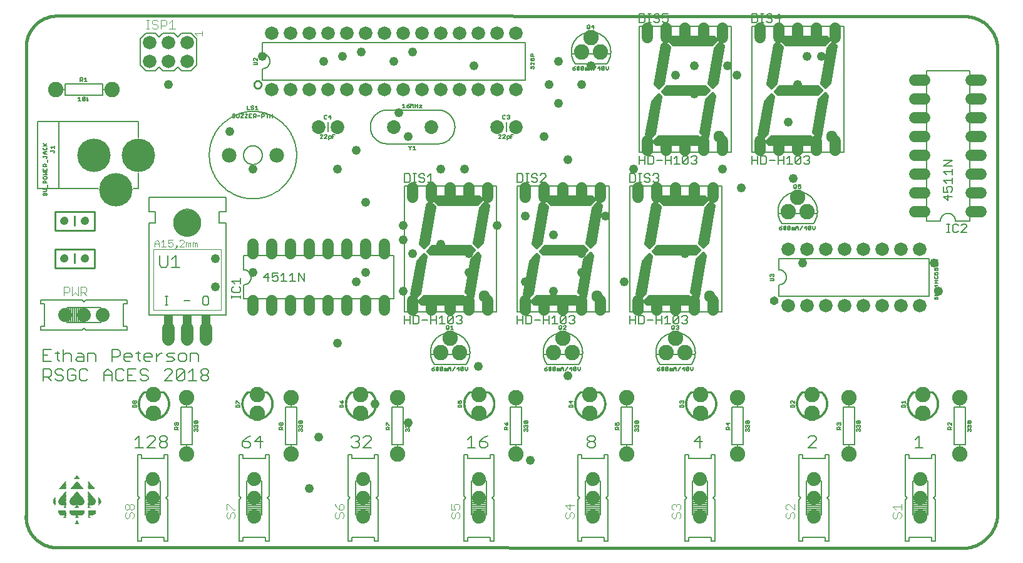
<source format=gto>
G75*
%MOIN*%
%OFA0B0*%
%FSLAX25Y25*%
%IPPOS*%
%LPD*%
%AMOC8*
5,1,8,0,0,1.08239X$1,22.5*
%
%ADD10C,0.00600*%
%ADD11R,0.02100X0.00100*%
%ADD12R,0.02000X0.00100*%
%ADD13R,0.01900X0.00100*%
%ADD14R,0.01800X0.00100*%
%ADD15R,0.01600X0.00100*%
%ADD16R,0.01400X0.00100*%
%ADD17R,0.01300X0.00100*%
%ADD18R,0.01200X0.00100*%
%ADD19R,0.01000X0.00100*%
%ADD20R,0.00800X0.00100*%
%ADD21R,0.00200X0.00100*%
%ADD22R,0.00100X0.00100*%
%ADD23R,0.01100X0.00100*%
%ADD24R,0.00900X0.00100*%
%ADD25R,0.00700X0.00100*%
%ADD26R,0.00600X0.00100*%
%ADD27R,0.00500X0.00100*%
%ADD28R,0.01500X0.00100*%
%ADD29R,0.00400X0.00100*%
%ADD30R,0.03000X0.00100*%
%ADD31R,0.06000X0.00100*%
%ADD32R,0.02900X0.00100*%
%ADD33R,0.03200X0.00100*%
%ADD34R,0.06200X0.00100*%
%ADD35R,0.03100X0.00100*%
%ADD36R,0.03300X0.00100*%
%ADD37R,0.06600X0.00100*%
%ADD38R,0.03400X0.00100*%
%ADD39R,0.06800X0.00100*%
%ADD40R,0.03500X0.00100*%
%ADD41R,0.07000X0.00100*%
%ADD42R,0.03600X0.00100*%
%ADD43R,0.07200X0.00100*%
%ADD44R,0.03700X0.00100*%
%ADD45R,0.07400X0.00100*%
%ADD46R,0.03800X0.00100*%
%ADD47R,0.07600X0.00100*%
%ADD48R,0.03900X0.00100*%
%ADD49R,0.07700X0.00100*%
%ADD50R,0.07800X0.00100*%
%ADD51R,0.04000X0.00100*%
%ADD52R,0.07900X0.00100*%
%ADD53R,0.05800X0.00100*%
%ADD54R,0.00300X0.00100*%
%ADD55R,0.06400X0.00100*%
%ADD56R,0.08000X0.00100*%
%ADD57R,0.07500X0.00100*%
%ADD58R,0.05600X0.00100*%
%ADD59R,0.02800X0.00100*%
%ADD60R,0.02700X0.00100*%
%ADD61R,0.05400X0.00100*%
%ADD62R,0.02600X0.00100*%
%ADD63R,0.05200X0.00100*%
%ADD64R,0.02500X0.00100*%
%ADD65R,0.05000X0.00100*%
%ADD66R,0.04800X0.00100*%
%ADD67R,0.02400X0.00100*%
%ADD68R,0.04600X0.00100*%
%ADD69R,0.02300X0.00100*%
%ADD70R,0.04400X0.00100*%
%ADD71R,0.02200X0.00100*%
%ADD72R,0.04200X0.00100*%
%ADD73R,0.01700X0.00100*%
%ADD74R,0.04100X0.00100*%
%ADD75C,0.01600*%
%ADD76C,0.01200*%
%ADD77C,0.03200*%
%ADD78C,0.03000*%
%ADD79C,0.06000*%
%ADD80C,0.00500*%
%ADD81C,0.00800*%
%ADD82C,0.17800*%
%ADD83C,0.08200*%
%ADD84C,0.00200*%
%ADD85C,0.06800*%
%ADD86C,0.00700*%
%ADD87C,0.00400*%
%ADD88R,0.05000X0.03500*%
%ADD89R,0.05000X0.06500*%
%ADD90C,0.13800*%
%ADD91C,0.07200*%
%ADD92C,0.01000*%
%ADD93C,0.00300*%
%ADD94C,0.07300*%
%ADD95C,0.07400*%
%ADD96C,0.07800*%
%ADD97C,0.00100*%
%ADD98C,0.04800*%
D10*
X0061116Y0055991D02*
X0065386Y0055991D01*
X0063251Y0055991D02*
X0063251Y0062396D01*
X0061116Y0060261D01*
X0067561Y0061329D02*
X0068629Y0062396D01*
X0070764Y0062396D01*
X0071832Y0061329D01*
X0071832Y0060261D01*
X0067561Y0055991D01*
X0071832Y0055991D01*
X0074007Y0057059D02*
X0074007Y0058126D01*
X0075074Y0059194D01*
X0077209Y0059194D01*
X0078277Y0058126D01*
X0078277Y0057059D01*
X0077209Y0055991D01*
X0075074Y0055991D01*
X0074007Y0057059D01*
X0075074Y0059194D02*
X0074007Y0060261D01*
X0074007Y0061329D01*
X0075074Y0062396D01*
X0077209Y0062396D01*
X0078277Y0061329D01*
X0078277Y0060261D01*
X0077209Y0059194D01*
X0118275Y0059194D02*
X0118275Y0057059D01*
X0119343Y0055991D01*
X0121478Y0055991D01*
X0122546Y0057059D01*
X0122546Y0058126D01*
X0121478Y0059194D01*
X0118275Y0059194D01*
X0120411Y0061329D01*
X0122546Y0062396D01*
X0124721Y0059194D02*
X0128991Y0059194D01*
X0127924Y0062396D02*
X0127924Y0055991D01*
X0124721Y0059194D02*
X0127924Y0062396D01*
X0176150Y0061329D02*
X0177217Y0062396D01*
X0179352Y0062396D01*
X0180420Y0061329D01*
X0180420Y0060261D01*
X0179352Y0059194D01*
X0180420Y0058126D01*
X0180420Y0057059D01*
X0179352Y0055991D01*
X0177217Y0055991D01*
X0176150Y0057059D01*
X0178285Y0059194D02*
X0179352Y0059194D01*
X0182595Y0061329D02*
X0183663Y0062396D01*
X0185798Y0062396D01*
X0186865Y0061329D01*
X0186865Y0060261D01*
X0182595Y0055991D01*
X0186865Y0055991D01*
X0237961Y0055991D02*
X0242231Y0055991D01*
X0240096Y0055991D02*
X0240096Y0062396D01*
X0237961Y0060261D01*
X0244406Y0059194D02*
X0244406Y0057059D01*
X0245474Y0055991D01*
X0247609Y0055991D01*
X0248676Y0057059D01*
X0248676Y0058126D01*
X0247609Y0059194D01*
X0244406Y0059194D01*
X0246541Y0061329D01*
X0248676Y0062396D01*
X0301931Y0061329D02*
X0301931Y0060261D01*
X0302999Y0059194D01*
X0305134Y0059194D01*
X0306202Y0058126D01*
X0306202Y0057059D01*
X0305134Y0055991D01*
X0302999Y0055991D01*
X0301931Y0057059D01*
X0301931Y0058126D01*
X0302999Y0059194D01*
X0305134Y0059194D02*
X0306202Y0060261D01*
X0306202Y0061329D01*
X0305134Y0062396D01*
X0302999Y0062396D01*
X0301931Y0061329D01*
X0358742Y0059194D02*
X0363013Y0059194D01*
X0361945Y0062396D02*
X0361945Y0055991D01*
X0358742Y0059194D02*
X0361945Y0062396D01*
X0419490Y0061329D02*
X0420558Y0062396D01*
X0422693Y0062396D01*
X0423761Y0061329D01*
X0423761Y0060261D01*
X0419490Y0055991D01*
X0423761Y0055991D01*
X0476301Y0055991D02*
X0480572Y0055991D01*
X0478437Y0055991D02*
X0478437Y0062396D01*
X0476301Y0060261D01*
X0373291Y0128250D02*
X0324291Y0128250D01*
X0324291Y0195250D01*
X0373291Y0195250D01*
X0373291Y0128250D01*
X0313291Y0128250D02*
X0264291Y0128250D01*
X0264291Y0195250D01*
X0313291Y0195250D01*
X0313291Y0128250D01*
X0253291Y0128250D02*
X0204291Y0128250D01*
X0204291Y0195250D01*
X0253291Y0195250D01*
X0253291Y0128250D01*
X0198791Y0135250D02*
X0198791Y0158250D01*
X0118791Y0158250D01*
X0118791Y0150750D01*
X0118917Y0150748D01*
X0119042Y0150742D01*
X0119167Y0150732D01*
X0119292Y0150718D01*
X0119417Y0150701D01*
X0119541Y0150679D01*
X0119664Y0150654D01*
X0119786Y0150624D01*
X0119907Y0150591D01*
X0120027Y0150554D01*
X0120146Y0150514D01*
X0120263Y0150469D01*
X0120380Y0150421D01*
X0120494Y0150369D01*
X0120607Y0150314D01*
X0120718Y0150255D01*
X0120827Y0150193D01*
X0120934Y0150127D01*
X0121039Y0150058D01*
X0121142Y0149986D01*
X0121243Y0149911D01*
X0121341Y0149832D01*
X0121436Y0149750D01*
X0121529Y0149666D01*
X0121619Y0149578D01*
X0121707Y0149488D01*
X0121791Y0149395D01*
X0121873Y0149300D01*
X0121952Y0149202D01*
X0122027Y0149101D01*
X0122099Y0148998D01*
X0122168Y0148893D01*
X0122234Y0148786D01*
X0122296Y0148677D01*
X0122355Y0148566D01*
X0122410Y0148453D01*
X0122462Y0148339D01*
X0122510Y0148222D01*
X0122555Y0148105D01*
X0122595Y0147986D01*
X0122632Y0147866D01*
X0122665Y0147745D01*
X0122695Y0147623D01*
X0122720Y0147500D01*
X0122742Y0147376D01*
X0122759Y0147251D01*
X0122773Y0147126D01*
X0122783Y0147001D01*
X0122789Y0146876D01*
X0122791Y0146750D01*
X0122789Y0146624D01*
X0122783Y0146499D01*
X0122773Y0146374D01*
X0122759Y0146249D01*
X0122742Y0146124D01*
X0122720Y0146000D01*
X0122695Y0145877D01*
X0122665Y0145755D01*
X0122632Y0145634D01*
X0122595Y0145514D01*
X0122555Y0145395D01*
X0122510Y0145278D01*
X0122462Y0145161D01*
X0122410Y0145047D01*
X0122355Y0144934D01*
X0122296Y0144823D01*
X0122234Y0144714D01*
X0122168Y0144607D01*
X0122099Y0144502D01*
X0122027Y0144399D01*
X0121952Y0144298D01*
X0121873Y0144200D01*
X0121791Y0144105D01*
X0121707Y0144012D01*
X0121619Y0143922D01*
X0121529Y0143834D01*
X0121436Y0143750D01*
X0121341Y0143668D01*
X0121243Y0143589D01*
X0121142Y0143514D01*
X0121039Y0143442D01*
X0120934Y0143373D01*
X0120827Y0143307D01*
X0120718Y0143245D01*
X0120607Y0143186D01*
X0120494Y0143131D01*
X0120380Y0143079D01*
X0120263Y0143031D01*
X0120146Y0142986D01*
X0120027Y0142946D01*
X0119907Y0142909D01*
X0119786Y0142876D01*
X0119664Y0142846D01*
X0119541Y0142821D01*
X0119417Y0142799D01*
X0119292Y0142782D01*
X0119167Y0142768D01*
X0119042Y0142758D01*
X0118917Y0142752D01*
X0118791Y0142750D01*
X0118791Y0135250D01*
X0198791Y0135250D01*
X0109291Y0126750D02*
X0109291Y0175750D01*
X0105791Y0175750D01*
X0105791Y0181750D01*
X0109291Y0181750D01*
X0109291Y0189250D01*
X0068291Y0189250D01*
X0068291Y0181750D01*
X0071791Y0181750D01*
X0071791Y0175750D01*
X0068291Y0175750D01*
X0068291Y0126750D01*
X0109291Y0126750D01*
X0093785Y0106309D02*
X0094852Y0105241D01*
X0094852Y0102038D01*
X0090582Y0102038D02*
X0090582Y0106309D01*
X0093785Y0106309D01*
X0088407Y0105241D02*
X0088407Y0103106D01*
X0087339Y0102038D01*
X0085204Y0102038D01*
X0084137Y0103106D01*
X0084137Y0105241D01*
X0085204Y0106309D01*
X0087339Y0106309D01*
X0088407Y0105241D01*
X0081961Y0106309D02*
X0078759Y0106309D01*
X0077691Y0105241D01*
X0078759Y0104173D01*
X0080894Y0104173D01*
X0081961Y0103106D01*
X0080894Y0102038D01*
X0077691Y0102038D01*
X0075523Y0106309D02*
X0074455Y0106309D01*
X0072320Y0104173D01*
X0072320Y0102038D02*
X0072320Y0106309D01*
X0070145Y0105241D02*
X0070145Y0104173D01*
X0065874Y0104173D01*
X0065874Y0103106D02*
X0065874Y0105241D01*
X0066942Y0106309D01*
X0069077Y0106309D01*
X0070145Y0105241D01*
X0069077Y0102038D02*
X0066942Y0102038D01*
X0065874Y0103106D01*
X0063713Y0102038D02*
X0062645Y0103106D01*
X0062645Y0107376D01*
X0061577Y0106309D02*
X0063713Y0106309D01*
X0059402Y0105241D02*
X0059402Y0104173D01*
X0055132Y0104173D01*
X0055132Y0103106D02*
X0055132Y0105241D01*
X0056199Y0106309D01*
X0058335Y0106309D01*
X0059402Y0105241D01*
X0058335Y0102038D02*
X0056199Y0102038D01*
X0055132Y0103106D01*
X0052957Y0105241D02*
X0051889Y0104173D01*
X0048686Y0104173D01*
X0048686Y0102038D02*
X0048686Y0108444D01*
X0051889Y0108444D01*
X0052957Y0107376D01*
X0052957Y0105241D01*
X0051902Y0097944D02*
X0050835Y0096876D01*
X0050835Y0092606D01*
X0051902Y0091538D01*
X0054038Y0091538D01*
X0055105Y0092606D01*
X0057280Y0091538D02*
X0061551Y0091538D01*
X0063726Y0092606D02*
X0064793Y0091538D01*
X0066929Y0091538D01*
X0067996Y0092606D01*
X0067996Y0093673D01*
X0066929Y0094741D01*
X0064793Y0094741D01*
X0063726Y0095809D01*
X0063726Y0096876D01*
X0064793Y0097944D01*
X0066929Y0097944D01*
X0067996Y0096876D01*
X0076617Y0096876D02*
X0077684Y0097944D01*
X0079820Y0097944D01*
X0080887Y0096876D01*
X0080887Y0095809D01*
X0076617Y0091538D01*
X0080887Y0091538D01*
X0083062Y0092606D02*
X0087333Y0096876D01*
X0087333Y0092606D01*
X0086265Y0091538D01*
X0084130Y0091538D01*
X0083062Y0092606D01*
X0083062Y0096876D01*
X0084130Y0097944D01*
X0086265Y0097944D01*
X0087333Y0096876D01*
X0089508Y0095809D02*
X0091643Y0097944D01*
X0091643Y0091538D01*
X0089508Y0091538D02*
X0093778Y0091538D01*
X0095953Y0092606D02*
X0095953Y0093673D01*
X0097021Y0094741D01*
X0099156Y0094741D01*
X0100224Y0093673D01*
X0100224Y0092606D01*
X0099156Y0091538D01*
X0097021Y0091538D01*
X0095953Y0092606D01*
X0097021Y0094741D02*
X0095953Y0095809D01*
X0095953Y0096876D01*
X0097021Y0097944D01*
X0099156Y0097944D01*
X0100224Y0096876D01*
X0100224Y0095809D01*
X0099156Y0094741D01*
X0061551Y0097944D02*
X0057280Y0097944D01*
X0057280Y0091538D01*
X0057280Y0094741D02*
X0059416Y0094741D01*
X0055105Y0096876D02*
X0054038Y0097944D01*
X0051902Y0097944D01*
X0048660Y0095809D02*
X0048660Y0091538D01*
X0048660Y0094741D02*
X0044389Y0094741D01*
X0044389Y0095809D02*
X0044389Y0091538D01*
X0044389Y0095809D02*
X0046525Y0097944D01*
X0048660Y0095809D01*
X0040066Y0102038D02*
X0040066Y0105241D01*
X0038998Y0106309D01*
X0035795Y0106309D01*
X0035795Y0102038D01*
X0033620Y0102038D02*
X0030417Y0102038D01*
X0029350Y0103106D01*
X0030417Y0104173D01*
X0033620Y0104173D01*
X0033620Y0105241D02*
X0033620Y0102038D01*
X0033620Y0105241D02*
X0032553Y0106309D01*
X0030417Y0106309D01*
X0027175Y0105241D02*
X0027175Y0102038D01*
X0027175Y0105241D02*
X0026107Y0106309D01*
X0023972Y0106309D01*
X0022904Y0105241D01*
X0020743Y0106309D02*
X0018607Y0106309D01*
X0019675Y0107376D02*
X0019675Y0103106D01*
X0020743Y0102038D01*
X0022904Y0102038D02*
X0022904Y0108444D01*
X0016432Y0108444D02*
X0012162Y0108444D01*
X0012162Y0102038D01*
X0016432Y0102038D01*
X0014297Y0105241D02*
X0012162Y0105241D01*
X0012162Y0097944D02*
X0015365Y0097944D01*
X0016432Y0096876D01*
X0016432Y0094741D01*
X0015365Y0093673D01*
X0012162Y0093673D01*
X0012162Y0091538D02*
X0012162Y0097944D01*
X0014297Y0093673D02*
X0016432Y0091538D01*
X0018607Y0092606D02*
X0019675Y0091538D01*
X0021810Y0091538D01*
X0022878Y0092606D01*
X0022878Y0093673D01*
X0021810Y0094741D01*
X0019675Y0094741D01*
X0018607Y0095809D01*
X0018607Y0096876D01*
X0019675Y0097944D01*
X0021810Y0097944D01*
X0022878Y0096876D01*
X0025053Y0096876D02*
X0025053Y0092606D01*
X0026120Y0091538D01*
X0028256Y0091538D01*
X0029323Y0092606D01*
X0029323Y0094741D01*
X0027188Y0094741D01*
X0025053Y0096876D02*
X0026120Y0097944D01*
X0028256Y0097944D01*
X0029323Y0096876D01*
X0031498Y0096876D02*
X0031498Y0092606D01*
X0032566Y0091538D01*
X0034701Y0091538D01*
X0035769Y0092606D01*
X0035769Y0096876D02*
X0034701Y0097944D01*
X0032566Y0097944D01*
X0031498Y0096876D01*
X0081691Y0175750D02*
X0081693Y0175924D01*
X0081700Y0176098D01*
X0081710Y0176272D01*
X0081725Y0176446D01*
X0081744Y0176619D01*
X0081768Y0176792D01*
X0081796Y0176964D01*
X0081827Y0177135D01*
X0081864Y0177306D01*
X0081904Y0177475D01*
X0081948Y0177644D01*
X0081997Y0177811D01*
X0082049Y0177977D01*
X0082106Y0178142D01*
X0082167Y0178305D01*
X0082231Y0178467D01*
X0082300Y0178627D01*
X0082373Y0178786D01*
X0082449Y0178942D01*
X0082529Y0179097D01*
X0082613Y0179250D01*
X0082701Y0179400D01*
X0082793Y0179548D01*
X0082888Y0179695D01*
X0082986Y0179838D01*
X0083088Y0179979D01*
X0083194Y0180118D01*
X0083303Y0180254D01*
X0083415Y0180388D01*
X0083530Y0180518D01*
X0083649Y0180646D01*
X0083771Y0180770D01*
X0083895Y0180892D01*
X0084023Y0181011D01*
X0084153Y0181126D01*
X0084287Y0181238D01*
X0084423Y0181347D01*
X0084562Y0181453D01*
X0084703Y0181555D01*
X0084846Y0181653D01*
X0084993Y0181748D01*
X0085141Y0181840D01*
X0085291Y0181928D01*
X0085444Y0182012D01*
X0085599Y0182092D01*
X0085755Y0182168D01*
X0085914Y0182241D01*
X0086074Y0182310D01*
X0086236Y0182374D01*
X0086399Y0182435D01*
X0086564Y0182492D01*
X0086730Y0182544D01*
X0086897Y0182593D01*
X0087066Y0182637D01*
X0087235Y0182677D01*
X0087406Y0182714D01*
X0087577Y0182745D01*
X0087749Y0182773D01*
X0087922Y0182797D01*
X0088095Y0182816D01*
X0088269Y0182831D01*
X0088443Y0182841D01*
X0088617Y0182848D01*
X0088791Y0182850D01*
X0088965Y0182848D01*
X0089139Y0182841D01*
X0089313Y0182831D01*
X0089487Y0182816D01*
X0089660Y0182797D01*
X0089833Y0182773D01*
X0090005Y0182745D01*
X0090176Y0182714D01*
X0090347Y0182677D01*
X0090516Y0182637D01*
X0090685Y0182593D01*
X0090852Y0182544D01*
X0091018Y0182492D01*
X0091183Y0182435D01*
X0091346Y0182374D01*
X0091508Y0182310D01*
X0091668Y0182241D01*
X0091827Y0182168D01*
X0091983Y0182092D01*
X0092138Y0182012D01*
X0092291Y0181928D01*
X0092441Y0181840D01*
X0092589Y0181748D01*
X0092736Y0181653D01*
X0092879Y0181555D01*
X0093020Y0181453D01*
X0093159Y0181347D01*
X0093295Y0181238D01*
X0093429Y0181126D01*
X0093559Y0181011D01*
X0093687Y0180892D01*
X0093811Y0180770D01*
X0093933Y0180646D01*
X0094052Y0180518D01*
X0094167Y0180388D01*
X0094279Y0180254D01*
X0094388Y0180118D01*
X0094494Y0179979D01*
X0094596Y0179838D01*
X0094694Y0179695D01*
X0094789Y0179548D01*
X0094881Y0179400D01*
X0094969Y0179250D01*
X0095053Y0179097D01*
X0095133Y0178942D01*
X0095209Y0178786D01*
X0095282Y0178627D01*
X0095351Y0178467D01*
X0095415Y0178305D01*
X0095476Y0178142D01*
X0095533Y0177977D01*
X0095585Y0177811D01*
X0095634Y0177644D01*
X0095678Y0177475D01*
X0095718Y0177306D01*
X0095755Y0177135D01*
X0095786Y0176964D01*
X0095814Y0176792D01*
X0095838Y0176619D01*
X0095857Y0176446D01*
X0095872Y0176272D01*
X0095882Y0176098D01*
X0095889Y0175924D01*
X0095891Y0175750D01*
X0095889Y0175576D01*
X0095882Y0175402D01*
X0095872Y0175228D01*
X0095857Y0175054D01*
X0095838Y0174881D01*
X0095814Y0174708D01*
X0095786Y0174536D01*
X0095755Y0174365D01*
X0095718Y0174194D01*
X0095678Y0174025D01*
X0095634Y0173856D01*
X0095585Y0173689D01*
X0095533Y0173523D01*
X0095476Y0173358D01*
X0095415Y0173195D01*
X0095351Y0173033D01*
X0095282Y0172873D01*
X0095209Y0172714D01*
X0095133Y0172558D01*
X0095053Y0172403D01*
X0094969Y0172250D01*
X0094881Y0172100D01*
X0094789Y0171952D01*
X0094694Y0171805D01*
X0094596Y0171662D01*
X0094494Y0171521D01*
X0094388Y0171382D01*
X0094279Y0171246D01*
X0094167Y0171112D01*
X0094052Y0170982D01*
X0093933Y0170854D01*
X0093811Y0170730D01*
X0093687Y0170608D01*
X0093559Y0170489D01*
X0093429Y0170374D01*
X0093295Y0170262D01*
X0093159Y0170153D01*
X0093020Y0170047D01*
X0092879Y0169945D01*
X0092736Y0169847D01*
X0092589Y0169752D01*
X0092441Y0169660D01*
X0092291Y0169572D01*
X0092138Y0169488D01*
X0091983Y0169408D01*
X0091827Y0169332D01*
X0091668Y0169259D01*
X0091508Y0169190D01*
X0091346Y0169126D01*
X0091183Y0169065D01*
X0091018Y0169008D01*
X0090852Y0168956D01*
X0090685Y0168907D01*
X0090516Y0168863D01*
X0090347Y0168823D01*
X0090176Y0168786D01*
X0090005Y0168755D01*
X0089833Y0168727D01*
X0089660Y0168703D01*
X0089487Y0168684D01*
X0089313Y0168669D01*
X0089139Y0168659D01*
X0088965Y0168652D01*
X0088791Y0168650D01*
X0088617Y0168652D01*
X0088443Y0168659D01*
X0088269Y0168669D01*
X0088095Y0168684D01*
X0087922Y0168703D01*
X0087749Y0168727D01*
X0087577Y0168755D01*
X0087406Y0168786D01*
X0087235Y0168823D01*
X0087066Y0168863D01*
X0086897Y0168907D01*
X0086730Y0168956D01*
X0086564Y0169008D01*
X0086399Y0169065D01*
X0086236Y0169126D01*
X0086074Y0169190D01*
X0085914Y0169259D01*
X0085755Y0169332D01*
X0085599Y0169408D01*
X0085444Y0169488D01*
X0085291Y0169572D01*
X0085141Y0169660D01*
X0084993Y0169752D01*
X0084846Y0169847D01*
X0084703Y0169945D01*
X0084562Y0170047D01*
X0084423Y0170153D01*
X0084287Y0170262D01*
X0084153Y0170374D01*
X0084023Y0170489D01*
X0083895Y0170608D01*
X0083771Y0170730D01*
X0083649Y0170854D01*
X0083530Y0170982D01*
X0083415Y0171112D01*
X0083303Y0171246D01*
X0083194Y0171382D01*
X0083088Y0171521D01*
X0082986Y0171662D01*
X0082888Y0171805D01*
X0082793Y0171952D01*
X0082701Y0172100D01*
X0082613Y0172250D01*
X0082529Y0172403D01*
X0082449Y0172558D01*
X0082373Y0172714D01*
X0082300Y0172873D01*
X0082231Y0173033D01*
X0082167Y0173195D01*
X0082106Y0173358D01*
X0082049Y0173523D01*
X0081997Y0173689D01*
X0081948Y0173856D01*
X0081904Y0174025D01*
X0081864Y0174194D01*
X0081827Y0174365D01*
X0081796Y0174536D01*
X0081768Y0174708D01*
X0081744Y0174881D01*
X0081725Y0175054D01*
X0081710Y0175228D01*
X0081700Y0175402D01*
X0081693Y0175576D01*
X0081691Y0175750D01*
X0329291Y0213250D02*
X0378291Y0213250D01*
X0378291Y0280250D01*
X0329291Y0280250D01*
X0329291Y0213250D01*
X0389291Y0213250D02*
X0438291Y0213250D01*
X0438291Y0280250D01*
X0389291Y0280250D01*
X0389291Y0213250D01*
X0482291Y0176750D02*
X0489791Y0176750D01*
X0489793Y0176876D01*
X0489799Y0177001D01*
X0489809Y0177126D01*
X0489823Y0177251D01*
X0489840Y0177376D01*
X0489862Y0177500D01*
X0489887Y0177623D01*
X0489917Y0177745D01*
X0489950Y0177866D01*
X0489987Y0177986D01*
X0490027Y0178105D01*
X0490072Y0178222D01*
X0490120Y0178339D01*
X0490172Y0178453D01*
X0490227Y0178566D01*
X0490286Y0178677D01*
X0490348Y0178786D01*
X0490414Y0178893D01*
X0490483Y0178998D01*
X0490555Y0179101D01*
X0490630Y0179202D01*
X0490709Y0179300D01*
X0490791Y0179395D01*
X0490875Y0179488D01*
X0490963Y0179578D01*
X0491053Y0179666D01*
X0491146Y0179750D01*
X0491241Y0179832D01*
X0491339Y0179911D01*
X0491440Y0179986D01*
X0491543Y0180058D01*
X0491648Y0180127D01*
X0491755Y0180193D01*
X0491864Y0180255D01*
X0491975Y0180314D01*
X0492088Y0180369D01*
X0492202Y0180421D01*
X0492319Y0180469D01*
X0492436Y0180514D01*
X0492555Y0180554D01*
X0492675Y0180591D01*
X0492796Y0180624D01*
X0492918Y0180654D01*
X0493041Y0180679D01*
X0493165Y0180701D01*
X0493290Y0180718D01*
X0493415Y0180732D01*
X0493540Y0180742D01*
X0493665Y0180748D01*
X0493791Y0180750D01*
X0493917Y0180748D01*
X0494042Y0180742D01*
X0494167Y0180732D01*
X0494292Y0180718D01*
X0494417Y0180701D01*
X0494541Y0180679D01*
X0494664Y0180654D01*
X0494786Y0180624D01*
X0494907Y0180591D01*
X0495027Y0180554D01*
X0495146Y0180514D01*
X0495263Y0180469D01*
X0495380Y0180421D01*
X0495494Y0180369D01*
X0495607Y0180314D01*
X0495718Y0180255D01*
X0495827Y0180193D01*
X0495934Y0180127D01*
X0496039Y0180058D01*
X0496142Y0179986D01*
X0496243Y0179911D01*
X0496341Y0179832D01*
X0496436Y0179750D01*
X0496529Y0179666D01*
X0496619Y0179578D01*
X0496707Y0179488D01*
X0496791Y0179395D01*
X0496873Y0179300D01*
X0496952Y0179202D01*
X0497027Y0179101D01*
X0497099Y0178998D01*
X0497168Y0178893D01*
X0497234Y0178786D01*
X0497296Y0178677D01*
X0497355Y0178566D01*
X0497410Y0178453D01*
X0497462Y0178339D01*
X0497510Y0178222D01*
X0497555Y0178105D01*
X0497595Y0177986D01*
X0497632Y0177866D01*
X0497665Y0177745D01*
X0497695Y0177623D01*
X0497720Y0177500D01*
X0497742Y0177376D01*
X0497759Y0177251D01*
X0497773Y0177126D01*
X0497783Y0177001D01*
X0497789Y0176876D01*
X0497791Y0176750D01*
X0505291Y0176750D01*
X0505291Y0256750D01*
X0482291Y0256750D01*
X0482291Y0176750D01*
D11*
X0037191Y0035550D03*
X0037091Y0030150D03*
X0030091Y0039850D03*
X0023191Y0035750D03*
X0023191Y0035650D03*
X0023191Y0030150D03*
X0022391Y0025350D03*
X0022391Y0019950D03*
X0028391Y0019950D03*
X0031891Y0019950D03*
X0030091Y0015350D03*
D12*
X0030141Y0015450D03*
X0030141Y0018550D03*
X0030141Y0023950D03*
X0028441Y0025350D03*
X0031841Y0025350D03*
X0037841Y0025350D03*
X0037041Y0030250D03*
X0037141Y0035650D03*
X0037141Y0035750D03*
X0030141Y0036750D03*
X0030141Y0039950D03*
X0023241Y0035850D03*
X0023241Y0030250D03*
X0030141Y0031350D03*
D13*
X0030091Y0031450D03*
X0023291Y0030450D03*
X0023291Y0030350D03*
X0023291Y0035950D03*
X0030091Y0036850D03*
X0037091Y0035850D03*
X0036991Y0030350D03*
X0030091Y0024050D03*
X0030091Y0018650D03*
X0030091Y0015550D03*
X0037891Y0019950D03*
D14*
X0030141Y0018750D03*
X0030141Y0015650D03*
X0030141Y0024150D03*
X0030141Y0031550D03*
X0023341Y0030550D03*
X0023341Y0036050D03*
X0030141Y0036950D03*
X0030141Y0040050D03*
X0037041Y0035950D03*
X0036941Y0030550D03*
X0036941Y0030450D03*
D15*
X0036841Y0030750D03*
X0036941Y0036150D03*
X0030141Y0037050D03*
X0030141Y0040150D03*
X0023441Y0036250D03*
X0023441Y0030750D03*
X0030141Y0031650D03*
X0030141Y0024350D03*
X0030141Y0024250D03*
X0030141Y0018950D03*
X0030141Y0018850D03*
X0030141Y0015850D03*
X0030141Y0015750D03*
D16*
X0030141Y0015950D03*
X0030141Y0019050D03*
X0022341Y0019850D03*
X0022341Y0025250D03*
X0030141Y0024450D03*
X0030141Y0031750D03*
X0023541Y0031050D03*
X0023541Y0036550D03*
X0030141Y0037150D03*
X0030141Y0040250D03*
X0036841Y0036450D03*
X0036841Y0036350D03*
X0036741Y0030950D03*
X0037941Y0025250D03*
D17*
X0042291Y0026950D03*
X0042291Y0027050D03*
X0042291Y0027150D03*
X0042291Y0027250D03*
X0036691Y0031050D03*
X0036691Y0031150D03*
X0036791Y0036550D03*
X0023591Y0036650D03*
X0023591Y0031150D03*
X0017991Y0027450D03*
X0017991Y0027350D03*
X0017991Y0027250D03*
X0017991Y0027150D03*
X0017991Y0027050D03*
X0017991Y0026950D03*
X0017991Y0026850D03*
X0028291Y0025250D03*
X0030091Y0024550D03*
X0031991Y0025250D03*
X0030091Y0019150D03*
X0030091Y0016050D03*
D18*
X0030141Y0016150D03*
X0030141Y0016250D03*
X0030141Y0019250D03*
X0030141Y0019350D03*
X0030141Y0024650D03*
X0030141Y0024750D03*
X0023641Y0023950D03*
X0018041Y0026550D03*
X0018041Y0026650D03*
X0018041Y0026750D03*
X0018041Y0027550D03*
X0018041Y0027650D03*
X0018041Y0027750D03*
X0023641Y0031250D03*
X0030141Y0031850D03*
X0030141Y0037250D03*
X0030141Y0040350D03*
X0036741Y0036650D03*
X0036641Y0031250D03*
X0042241Y0027750D03*
X0042241Y0027650D03*
X0042241Y0027550D03*
X0042241Y0027450D03*
X0042241Y0027350D03*
X0042241Y0026850D03*
X0042241Y0026750D03*
X0042241Y0026650D03*
X0036641Y0023950D03*
D19*
X0036541Y0024150D03*
X0036541Y0024250D03*
X0030141Y0024850D03*
X0030141Y0024950D03*
X0023741Y0024250D03*
X0023741Y0024150D03*
X0018141Y0026250D03*
X0018141Y0028150D03*
X0023741Y0031450D03*
X0030141Y0031950D03*
X0030141Y0037350D03*
X0023641Y0036850D03*
X0036541Y0031450D03*
X0036641Y0036850D03*
X0042141Y0028150D03*
X0042141Y0028050D03*
X0042141Y0026250D03*
X0036641Y0018750D03*
X0036641Y0018650D03*
X0030141Y0019450D03*
X0030141Y0019550D03*
X0030141Y0019650D03*
X0030141Y0016550D03*
X0030141Y0016450D03*
X0030141Y0016350D03*
X0023741Y0018650D03*
X0023741Y0018750D03*
X0023741Y0018850D03*
D20*
X0023841Y0019150D03*
X0023841Y0019250D03*
X0030141Y0019850D03*
X0030141Y0019950D03*
X0030141Y0016950D03*
X0030141Y0016850D03*
X0030141Y0016750D03*
X0030141Y0016650D03*
X0036541Y0019050D03*
X0036541Y0019150D03*
X0036441Y0024450D03*
X0036441Y0024550D03*
X0030141Y0025150D03*
X0030141Y0025250D03*
X0030141Y0025350D03*
X0023841Y0024650D03*
X0023841Y0024550D03*
X0018241Y0025950D03*
X0018241Y0028450D03*
X0023841Y0031650D03*
X0023841Y0031750D03*
X0023741Y0037150D03*
X0030141Y0037450D03*
X0036541Y0037150D03*
X0036441Y0031650D03*
X0042041Y0028450D03*
X0042041Y0025950D03*
X0030141Y0040650D03*
D21*
X0018541Y0029150D03*
X0018541Y0025450D03*
X0024041Y0023850D03*
X0023141Y0018450D03*
X0041741Y0025450D03*
X0041741Y0029150D03*
D22*
X0041691Y0029250D03*
X0039491Y0033850D03*
X0041691Y0025350D03*
X0031091Y0023850D03*
X0029191Y0023850D03*
X0031091Y0018450D03*
X0018591Y0025350D03*
X0018591Y0029250D03*
X0020791Y0033850D03*
D23*
X0023691Y0031350D03*
X0018091Y0028050D03*
X0018091Y0027950D03*
X0018091Y0027850D03*
X0018091Y0026450D03*
X0018091Y0026350D03*
X0023691Y0024050D03*
X0023691Y0018550D03*
X0036591Y0024050D03*
X0037991Y0019850D03*
X0036691Y0018550D03*
X0042191Y0026350D03*
X0042191Y0026450D03*
X0042191Y0026550D03*
X0042191Y0027850D03*
X0042191Y0027950D03*
X0036591Y0031350D03*
X0036691Y0036750D03*
X0030091Y0040450D03*
X0023591Y0036750D03*
D24*
X0023691Y0036950D03*
X0023691Y0037050D03*
X0030091Y0040550D03*
X0036591Y0037050D03*
X0036591Y0036950D03*
X0030091Y0032050D03*
X0023791Y0031550D03*
X0018191Y0028350D03*
X0018191Y0028250D03*
X0018191Y0026150D03*
X0018191Y0026050D03*
X0023791Y0024450D03*
X0023791Y0024350D03*
X0030091Y0025050D03*
X0036491Y0024350D03*
X0036591Y0018950D03*
X0036591Y0018850D03*
X0030091Y0019750D03*
X0023791Y0019050D03*
X0023791Y0018950D03*
X0036491Y0031550D03*
X0042091Y0028350D03*
X0042091Y0028250D03*
X0042091Y0026150D03*
X0042091Y0026050D03*
D25*
X0041991Y0025850D03*
X0041991Y0028550D03*
X0036391Y0031750D03*
X0036391Y0031850D03*
X0030091Y0032150D03*
X0030091Y0037550D03*
X0023791Y0037250D03*
X0023891Y0031850D03*
X0018291Y0028650D03*
X0018291Y0028550D03*
X0018291Y0025850D03*
X0023891Y0024850D03*
X0023891Y0024750D03*
X0023891Y0019450D03*
X0036491Y0019350D03*
X0036491Y0019250D03*
X0036391Y0024650D03*
X0036391Y0024750D03*
X0036391Y0024850D03*
X0036491Y0037250D03*
D26*
X0036441Y0037350D03*
X0036341Y0031950D03*
X0030141Y0032250D03*
X0023941Y0031950D03*
X0023841Y0037350D03*
X0030141Y0040750D03*
X0018341Y0028750D03*
X0018341Y0025750D03*
X0023941Y0025250D03*
X0023941Y0025050D03*
X0023941Y0024950D03*
X0023941Y0019850D03*
X0023941Y0019750D03*
X0023941Y0019550D03*
X0023941Y0019350D03*
X0036441Y0019450D03*
X0036441Y0019550D03*
X0036441Y0019650D03*
X0036341Y0024950D03*
X0036341Y0025150D03*
X0041941Y0025750D03*
X0041941Y0028650D03*
X0041941Y0028750D03*
D27*
X0041891Y0028850D03*
X0041891Y0025650D03*
X0036291Y0025250D03*
X0036291Y0025050D03*
X0036391Y0019850D03*
X0036391Y0019750D03*
X0023991Y0019650D03*
X0023991Y0019950D03*
X0023991Y0025150D03*
X0023991Y0025350D03*
X0018391Y0025650D03*
X0018391Y0028850D03*
X0023991Y0032050D03*
X0023891Y0037450D03*
X0030091Y0037650D03*
X0036391Y0037450D03*
X0036291Y0032050D03*
D28*
X0036791Y0030850D03*
X0036891Y0036250D03*
X0023491Y0036350D03*
X0023491Y0036450D03*
X0023491Y0030950D03*
X0023491Y0030850D03*
X0028291Y0019850D03*
X0031991Y0019850D03*
D29*
X0036341Y0019950D03*
X0036241Y0025350D03*
X0041841Y0028950D03*
X0036241Y0032150D03*
X0036341Y0037550D03*
X0036241Y0037650D03*
X0024041Y0037650D03*
X0023941Y0037550D03*
X0024041Y0032150D03*
X0018441Y0028950D03*
X0018441Y0025550D03*
D30*
X0022741Y0025450D03*
X0022741Y0029150D03*
X0022741Y0034650D03*
X0030141Y0036250D03*
X0030141Y0039350D03*
X0037541Y0034650D03*
X0037541Y0029050D03*
X0037541Y0025450D03*
X0030141Y0030850D03*
X0022741Y0020050D03*
D31*
X0030141Y0020050D03*
X0030141Y0025550D03*
X0030141Y0029050D03*
X0030141Y0034450D03*
D32*
X0022791Y0034750D03*
X0022791Y0029250D03*
X0037491Y0029250D03*
X0037491Y0029150D03*
X0037491Y0034750D03*
X0037591Y0020050D03*
D33*
X0037741Y0020250D03*
X0037641Y0025550D03*
X0037641Y0028850D03*
X0037641Y0034350D03*
X0037641Y0034450D03*
X0030141Y0036050D03*
X0022641Y0034350D03*
X0030141Y0030650D03*
X0022641Y0028850D03*
X0022641Y0025550D03*
X0022641Y0020150D03*
D34*
X0030141Y0020150D03*
X0030141Y0028950D03*
X0030141Y0034350D03*
D35*
X0030091Y0036150D03*
X0022691Y0034550D03*
X0022691Y0034450D03*
X0022691Y0029050D03*
X0022691Y0028950D03*
X0030091Y0030750D03*
X0037591Y0028950D03*
X0037591Y0034550D03*
X0037691Y0020150D03*
D36*
X0037791Y0020350D03*
X0037691Y0025650D03*
X0037691Y0028750D03*
X0037691Y0034250D03*
X0022591Y0034250D03*
X0022591Y0028750D03*
X0022591Y0025650D03*
X0022591Y0020250D03*
D37*
X0030141Y0020250D03*
X0030141Y0025750D03*
X0030141Y0028750D03*
X0030141Y0034050D03*
X0030141Y0034150D03*
D38*
X0030141Y0035950D03*
X0022541Y0034150D03*
X0022441Y0033950D03*
X0030141Y0030550D03*
X0022541Y0028650D03*
X0022541Y0025750D03*
X0022541Y0020350D03*
X0037841Y0020450D03*
X0037741Y0025750D03*
X0037741Y0028650D03*
X0037841Y0033950D03*
X0037741Y0034150D03*
D39*
X0030141Y0033950D03*
X0030141Y0028650D03*
X0030141Y0028550D03*
X0030141Y0025850D03*
X0030141Y0020350D03*
D40*
X0022491Y0020450D03*
X0022491Y0025850D03*
X0022491Y0028550D03*
X0022491Y0034050D03*
X0037791Y0034050D03*
X0037791Y0028550D03*
X0037791Y0028450D03*
X0037791Y0025850D03*
X0037891Y0020550D03*
D41*
X0030141Y0020450D03*
X0030141Y0025950D03*
X0030141Y0028450D03*
D42*
X0030141Y0030450D03*
X0022441Y0028450D03*
X0022441Y0028350D03*
X0022441Y0025950D03*
X0022441Y0020550D03*
X0037941Y0020650D03*
X0037841Y0025950D03*
X0037841Y0028350D03*
X0030141Y0035850D03*
D43*
X0030141Y0028350D03*
X0030141Y0028250D03*
X0030141Y0026150D03*
X0030141Y0026050D03*
X0030141Y0020650D03*
X0030141Y0020550D03*
D44*
X0022391Y0020650D03*
X0022391Y0020750D03*
X0022391Y0026050D03*
X0022391Y0026150D03*
X0022391Y0028150D03*
X0022391Y0028250D03*
X0037891Y0028250D03*
X0037891Y0028150D03*
X0037891Y0026150D03*
X0037891Y0026050D03*
X0038091Y0022350D03*
X0037991Y0020850D03*
X0037991Y0020750D03*
D45*
X0030141Y0020750D03*
X0030141Y0026250D03*
X0030141Y0028150D03*
D46*
X0030141Y0030350D03*
X0022341Y0028050D03*
X0022341Y0027950D03*
X0022341Y0026350D03*
X0022341Y0026250D03*
X0022241Y0022250D03*
X0022341Y0020850D03*
X0038041Y0020950D03*
X0038041Y0021050D03*
X0037941Y0026250D03*
X0037941Y0026350D03*
X0037941Y0027950D03*
X0037941Y0028050D03*
X0030141Y0035750D03*
D47*
X0030141Y0027950D03*
X0030141Y0027850D03*
X0030141Y0026450D03*
X0030141Y0026350D03*
X0030141Y0022350D03*
X0030141Y0020950D03*
X0030141Y0020850D03*
D48*
X0022291Y0020950D03*
X0022291Y0021050D03*
X0022291Y0021150D03*
X0022291Y0026450D03*
X0022291Y0026550D03*
X0022291Y0026650D03*
X0022291Y0027650D03*
X0022291Y0027750D03*
X0022291Y0027850D03*
X0037991Y0027850D03*
X0037991Y0027750D03*
X0037991Y0027650D03*
X0037991Y0027550D03*
X0037991Y0027450D03*
X0037991Y0026650D03*
X0037991Y0026550D03*
X0037991Y0026450D03*
X0038091Y0022250D03*
X0038091Y0022150D03*
X0038091Y0022050D03*
X0038091Y0021950D03*
X0038091Y0021850D03*
X0038091Y0021750D03*
X0038091Y0021650D03*
X0038091Y0021550D03*
X0038091Y0021450D03*
X0038091Y0021350D03*
X0038091Y0021250D03*
X0038091Y0021150D03*
D49*
X0030091Y0021050D03*
X0030091Y0026550D03*
D50*
X0030141Y0026650D03*
X0030141Y0026750D03*
X0030141Y0026850D03*
X0030141Y0026950D03*
X0030141Y0027350D03*
X0030141Y0027450D03*
X0030141Y0027550D03*
X0030141Y0027650D03*
X0030141Y0027750D03*
X0030141Y0022250D03*
X0030141Y0022150D03*
X0030141Y0022050D03*
X0030141Y0021950D03*
X0030141Y0021850D03*
X0030141Y0021750D03*
X0030141Y0021550D03*
X0030141Y0021450D03*
X0030141Y0021350D03*
X0030141Y0021250D03*
X0030141Y0021150D03*
D51*
X0022241Y0021250D03*
X0022241Y0021350D03*
X0022241Y0021450D03*
X0022241Y0021550D03*
X0022241Y0021650D03*
X0022241Y0021750D03*
X0022241Y0021850D03*
X0022241Y0021950D03*
X0022241Y0022050D03*
X0022241Y0022150D03*
X0022241Y0026750D03*
X0022241Y0026850D03*
X0022241Y0026950D03*
X0022241Y0027050D03*
X0022241Y0027150D03*
X0022241Y0027250D03*
X0022241Y0027350D03*
X0022241Y0027450D03*
X0022241Y0027550D03*
X0030141Y0030250D03*
X0030141Y0035650D03*
X0038041Y0027350D03*
X0038041Y0027250D03*
X0038041Y0027150D03*
X0038041Y0027050D03*
X0038041Y0026950D03*
X0038041Y0026850D03*
X0038041Y0026750D03*
D52*
X0030091Y0027050D03*
X0030091Y0027250D03*
X0030091Y0021650D03*
D53*
X0030141Y0025450D03*
X0030141Y0029150D03*
X0030141Y0034550D03*
D54*
X0024091Y0032250D03*
X0018491Y0029050D03*
X0036191Y0032250D03*
X0041791Y0029050D03*
X0041791Y0025550D03*
X0030091Y0040850D03*
D55*
X0030141Y0034250D03*
X0030141Y0028850D03*
X0030141Y0025650D03*
D56*
X0030141Y0027150D03*
D57*
X0030191Y0028050D03*
D58*
X0030141Y0029250D03*
X0030141Y0029350D03*
X0030141Y0034650D03*
X0030141Y0034750D03*
D59*
X0030141Y0036350D03*
X0030141Y0039450D03*
X0022841Y0034850D03*
X0022841Y0029350D03*
X0030141Y0030950D03*
X0037441Y0029350D03*
X0037441Y0034850D03*
D60*
X0037391Y0034950D03*
X0037391Y0029450D03*
X0022891Y0029450D03*
X0022891Y0034950D03*
D61*
X0030141Y0034850D03*
X0030141Y0029450D03*
D62*
X0030141Y0031050D03*
X0022941Y0029550D03*
X0022941Y0035050D03*
X0022941Y0035150D03*
X0030141Y0036450D03*
X0030141Y0039550D03*
X0037341Y0035150D03*
X0037341Y0035050D03*
X0037341Y0029550D03*
D63*
X0030141Y0029550D03*
X0030141Y0034950D03*
D64*
X0022991Y0035250D03*
X0022991Y0029750D03*
X0022991Y0029650D03*
X0037291Y0029650D03*
X0037291Y0035250D03*
D65*
X0030141Y0035050D03*
X0030141Y0029650D03*
D66*
X0030141Y0029750D03*
X0030141Y0035150D03*
D67*
X0030141Y0036550D03*
X0030141Y0039650D03*
X0023041Y0035350D03*
X0023041Y0029850D03*
X0030141Y0031150D03*
X0037241Y0029850D03*
X0037241Y0029750D03*
X0037241Y0035350D03*
D68*
X0030141Y0035250D03*
X0030141Y0029850D03*
D69*
X0023091Y0029950D03*
X0023091Y0035450D03*
X0037191Y0029950D03*
D70*
X0030141Y0029950D03*
X0030141Y0030050D03*
X0030141Y0035350D03*
D71*
X0030141Y0036650D03*
X0030141Y0039750D03*
X0023141Y0035550D03*
X0023141Y0030050D03*
X0030141Y0031250D03*
X0037141Y0030050D03*
X0037241Y0035450D03*
D72*
X0030141Y0035450D03*
X0030141Y0030150D03*
D73*
X0023391Y0030650D03*
X0023391Y0036150D03*
X0036991Y0036050D03*
X0036891Y0030650D03*
D74*
X0030091Y0035550D03*
D75*
X0022091Y0002850D02*
X0019491Y0002850D01*
X0022091Y0002850D02*
X0501491Y0002550D01*
X0501943Y0002555D01*
X0502394Y0002572D01*
X0502846Y0002599D01*
X0503296Y0002637D01*
X0503745Y0002686D01*
X0504193Y0002746D01*
X0504639Y0002817D01*
X0505084Y0002898D01*
X0505526Y0002991D01*
X0505966Y0003093D01*
X0506404Y0003207D01*
X0506838Y0003331D01*
X0507270Y0003465D01*
X0507698Y0003610D01*
X0508122Y0003765D01*
X0508543Y0003931D01*
X0508959Y0004106D01*
X0509371Y0004291D01*
X0509779Y0004487D01*
X0510181Y0004692D01*
X0510579Y0004907D01*
X0510971Y0005131D01*
X0511358Y0005365D01*
X0511739Y0005608D01*
X0512114Y0005860D01*
X0512483Y0006121D01*
X0512845Y0006391D01*
X0513201Y0006670D01*
X0513550Y0006957D01*
X0513891Y0007253D01*
X0514226Y0007557D01*
X0514553Y0007868D01*
X0514873Y0008188D01*
X0515184Y0008515D01*
X0515488Y0008850D01*
X0515784Y0009191D01*
X0516071Y0009540D01*
X0516350Y0009896D01*
X0516620Y0010258D01*
X0516881Y0010627D01*
X0517133Y0011002D01*
X0517376Y0011383D01*
X0517610Y0011770D01*
X0517834Y0012162D01*
X0518049Y0012560D01*
X0518254Y0012962D01*
X0518450Y0013370D01*
X0518635Y0013782D01*
X0518810Y0014198D01*
X0518976Y0014619D01*
X0519131Y0015043D01*
X0519276Y0015471D01*
X0519410Y0015903D01*
X0519534Y0016337D01*
X0519648Y0016775D01*
X0519750Y0017215D01*
X0519843Y0017657D01*
X0519924Y0018102D01*
X0519995Y0018548D01*
X0520055Y0018996D01*
X0520104Y0019445D01*
X0520142Y0019895D01*
X0520169Y0020347D01*
X0520186Y0020798D01*
X0520191Y0021250D01*
X0520191Y0268050D01*
X0520186Y0268473D01*
X0520171Y0268895D01*
X0520145Y0269318D01*
X0520109Y0269739D01*
X0520063Y0270159D01*
X0520007Y0270579D01*
X0519941Y0270996D01*
X0519865Y0271412D01*
X0519779Y0271826D01*
X0519682Y0272238D01*
X0519576Y0272647D01*
X0519460Y0273054D01*
X0519334Y0273458D01*
X0519199Y0273858D01*
X0519054Y0274256D01*
X0518899Y0274649D01*
X0518735Y0275039D01*
X0518561Y0275425D01*
X0518378Y0275806D01*
X0518186Y0276183D01*
X0517985Y0276555D01*
X0517775Y0276922D01*
X0517557Y0277284D01*
X0517329Y0277640D01*
X0517093Y0277991D01*
X0516849Y0278336D01*
X0516596Y0278675D01*
X0516335Y0279008D01*
X0516067Y0279335D01*
X0515790Y0279655D01*
X0515506Y0279968D01*
X0515214Y0280274D01*
X0514915Y0280573D01*
X0514609Y0280865D01*
X0514296Y0281149D01*
X0513976Y0281426D01*
X0513649Y0281694D01*
X0513316Y0281955D01*
X0512977Y0282208D01*
X0512632Y0282452D01*
X0512281Y0282688D01*
X0511925Y0282916D01*
X0511563Y0283134D01*
X0511196Y0283344D01*
X0510824Y0283545D01*
X0510447Y0283737D01*
X0510066Y0283920D01*
X0509680Y0284094D01*
X0509290Y0284258D01*
X0508897Y0284413D01*
X0508499Y0284558D01*
X0508099Y0284693D01*
X0507695Y0284819D01*
X0507288Y0284935D01*
X0506879Y0285041D01*
X0506467Y0285138D01*
X0506053Y0285224D01*
X0505637Y0285300D01*
X0505220Y0285366D01*
X0504800Y0285422D01*
X0504380Y0285468D01*
X0503959Y0285504D01*
X0503536Y0285530D01*
X0503114Y0285545D01*
X0502691Y0285550D01*
X0502591Y0285550D01*
X0025791Y0285850D01*
X0025991Y0285850D01*
X0025791Y0285850D02*
X0019491Y0285850D01*
X0019092Y0285845D01*
X0018694Y0285831D01*
X0018296Y0285807D01*
X0017899Y0285773D01*
X0017502Y0285730D01*
X0017107Y0285677D01*
X0016713Y0285614D01*
X0016321Y0285543D01*
X0015931Y0285461D01*
X0015542Y0285371D01*
X0015156Y0285270D01*
X0014773Y0285161D01*
X0014392Y0285042D01*
X0014015Y0284915D01*
X0013640Y0284778D01*
X0013269Y0284632D01*
X0012901Y0284477D01*
X0012538Y0284313D01*
X0012178Y0284141D01*
X0011823Y0283960D01*
X0011472Y0283770D01*
X0011126Y0283572D01*
X0010785Y0283366D01*
X0010449Y0283152D01*
X0010118Y0282929D01*
X0009793Y0282699D01*
X0009473Y0282461D01*
X0009159Y0282215D01*
X0008851Y0281961D01*
X0008549Y0281700D01*
X0008254Y0281432D01*
X0007966Y0281157D01*
X0007684Y0280875D01*
X0007409Y0280587D01*
X0007141Y0280292D01*
X0006880Y0279990D01*
X0006626Y0279682D01*
X0006380Y0279368D01*
X0006142Y0279048D01*
X0005912Y0278723D01*
X0005689Y0278392D01*
X0005475Y0278056D01*
X0005269Y0277715D01*
X0005071Y0277369D01*
X0004881Y0277018D01*
X0004700Y0276663D01*
X0004528Y0276303D01*
X0004364Y0275940D01*
X0004209Y0275572D01*
X0004063Y0275201D01*
X0003926Y0274826D01*
X0003799Y0274449D01*
X0003680Y0274068D01*
X0003571Y0273685D01*
X0003470Y0273299D01*
X0003380Y0272910D01*
X0003298Y0272520D01*
X0003227Y0272128D01*
X0003164Y0271734D01*
X0003111Y0271339D01*
X0003068Y0270942D01*
X0003034Y0270545D01*
X0003010Y0270147D01*
X0002996Y0269749D01*
X0002991Y0269350D01*
X0002991Y0018750D01*
X0002891Y0018750D01*
X0002891Y0019450D02*
X0002896Y0019049D01*
X0002910Y0018648D01*
X0002935Y0018248D01*
X0002968Y0017848D01*
X0003012Y0017449D01*
X0003065Y0017051D01*
X0003128Y0016655D01*
X0003200Y0016261D01*
X0003282Y0015868D01*
X0003373Y0015477D01*
X0003474Y0015089D01*
X0003584Y0014703D01*
X0003703Y0014320D01*
X0003832Y0013940D01*
X0003970Y0013564D01*
X0004117Y0013190D01*
X0004272Y0012821D01*
X0004437Y0012455D01*
X0004610Y0012093D01*
X0004792Y0011736D01*
X0004983Y0011383D01*
X0005182Y0011034D01*
X0005390Y0010691D01*
X0005606Y0010353D01*
X0005829Y0010020D01*
X0006061Y0009693D01*
X0006301Y0009371D01*
X0006548Y0009055D01*
X0006803Y0008746D01*
X0007066Y0008442D01*
X0007335Y0008145D01*
X0007612Y0007855D01*
X0007896Y0007571D01*
X0008186Y0007294D01*
X0008483Y0007025D01*
X0008787Y0006762D01*
X0009096Y0006507D01*
X0009412Y0006260D01*
X0009734Y0006020D01*
X0010061Y0005788D01*
X0010394Y0005565D01*
X0010732Y0005349D01*
X0011075Y0005141D01*
X0011424Y0004942D01*
X0011777Y0004751D01*
X0012134Y0004569D01*
X0012496Y0004396D01*
X0012862Y0004231D01*
X0013231Y0004076D01*
X0013605Y0003929D01*
X0013981Y0003791D01*
X0014361Y0003662D01*
X0014744Y0003543D01*
X0015130Y0003433D01*
X0015518Y0003332D01*
X0015909Y0003241D01*
X0016302Y0003159D01*
X0016696Y0003087D01*
X0017092Y0003024D01*
X0017490Y0002971D01*
X0017889Y0002927D01*
X0018289Y0002894D01*
X0018689Y0002869D01*
X0019090Y0002855D01*
X0019491Y0002850D01*
X0211991Y0134050D02*
X0213291Y0132750D01*
X0236791Y0132750D01*
X0238091Y0134050D01*
X0235391Y0136750D01*
X0214691Y0136750D01*
X0211991Y0134050D01*
X0210091Y0135950D02*
X0208191Y0137850D01*
X0211291Y0155350D01*
X0214791Y0158850D01*
X0215791Y0157850D01*
X0212391Y0138250D01*
X0210091Y0135950D01*
X0236991Y0138850D02*
X0239991Y0135850D01*
X0240791Y0136650D01*
X0244391Y0158350D01*
X0243291Y0159450D01*
X0239991Y0156150D01*
X0236991Y0138850D01*
X0268191Y0137850D02*
X0271291Y0155350D01*
X0274791Y0158850D01*
X0275791Y0157850D01*
X0272391Y0138250D01*
X0270091Y0135950D01*
X0268191Y0137850D01*
X0271991Y0134050D02*
X0273291Y0132750D01*
X0296791Y0132750D01*
X0298091Y0134050D01*
X0295391Y0136750D01*
X0274691Y0136750D01*
X0271991Y0134050D01*
X0296991Y0138850D02*
X0299991Y0135850D01*
X0300791Y0136650D01*
X0304391Y0158350D01*
X0303291Y0159450D01*
X0299991Y0156150D01*
X0296991Y0138850D01*
X0328191Y0137850D02*
X0330091Y0135950D01*
X0332391Y0138250D01*
X0335791Y0157850D01*
X0334791Y0158850D01*
X0331291Y0155350D01*
X0328191Y0137850D01*
X0331991Y0134050D02*
X0333291Y0132750D01*
X0356791Y0132750D01*
X0358091Y0134050D01*
X0355391Y0136750D01*
X0334691Y0136750D01*
X0331991Y0134050D01*
X0356991Y0138850D02*
X0359991Y0135850D01*
X0360791Y0136650D01*
X0364391Y0158350D01*
X0363291Y0159450D01*
X0359991Y0156150D01*
X0356991Y0138850D01*
X0359391Y0159250D02*
X0338191Y0159250D01*
X0336691Y0160750D01*
X0339191Y0163250D01*
X0359391Y0163250D01*
X0361391Y0161250D01*
X0359391Y0159250D01*
X0363391Y0162950D02*
X0365791Y0165350D01*
X0369091Y0184850D01*
X0367491Y0186450D01*
X0364791Y0183750D01*
X0361491Y0164850D01*
X0363391Y0162950D01*
X0337091Y0164950D02*
X0334791Y0162650D01*
X0332891Y0164550D01*
X0336491Y0185250D01*
X0337891Y0186650D01*
X0340391Y0184150D01*
X0337091Y0164950D01*
X0305791Y0165350D02*
X0303391Y0162950D01*
X0301491Y0164850D01*
X0304791Y0183750D01*
X0307491Y0186450D01*
X0309091Y0184850D01*
X0305791Y0165350D01*
X0301391Y0161250D02*
X0299391Y0163250D01*
X0279191Y0163250D01*
X0276691Y0160750D01*
X0278191Y0159250D01*
X0299391Y0159250D01*
X0301391Y0161250D01*
X0277091Y0164950D02*
X0274791Y0162650D01*
X0272891Y0164550D01*
X0276491Y0185250D01*
X0277891Y0186650D01*
X0280391Y0184150D01*
X0277091Y0164950D01*
X0245791Y0165350D02*
X0249091Y0184850D01*
X0247491Y0186450D01*
X0244791Y0183750D01*
X0241491Y0164850D01*
X0243391Y0162950D01*
X0245791Y0165350D01*
X0241391Y0161250D02*
X0239391Y0159250D01*
X0218191Y0159250D01*
X0216691Y0160750D01*
X0219191Y0163250D01*
X0239391Y0163250D01*
X0241391Y0161250D01*
X0217091Y0164950D02*
X0214791Y0162650D01*
X0212891Y0164550D01*
X0216491Y0185250D01*
X0217891Y0186650D01*
X0220391Y0184150D01*
X0217091Y0164950D01*
X0222391Y0185750D02*
X0219691Y0188450D01*
X0220991Y0189750D01*
X0244191Y0189750D01*
X0245691Y0188250D01*
X0243191Y0185750D01*
X0222391Y0185750D01*
X0279691Y0188450D02*
X0280991Y0189750D01*
X0304191Y0189750D01*
X0305691Y0188250D01*
X0303191Y0185750D01*
X0282391Y0185750D01*
X0279691Y0188450D01*
X0339691Y0188450D02*
X0340991Y0189750D01*
X0364191Y0189750D01*
X0365691Y0188250D01*
X0363191Y0185750D01*
X0342391Y0185750D01*
X0339691Y0188450D01*
X0338291Y0217750D02*
X0336991Y0219050D01*
X0339691Y0221750D01*
X0360391Y0221750D01*
X0363091Y0219050D01*
X0361791Y0217750D01*
X0338291Y0217750D01*
X0335091Y0220950D02*
X0333191Y0222850D01*
X0336291Y0240350D01*
X0339791Y0243850D01*
X0340791Y0242850D01*
X0337391Y0223250D01*
X0335091Y0220950D01*
X0361991Y0223850D02*
X0364991Y0220850D01*
X0365791Y0221650D01*
X0369391Y0243350D01*
X0368291Y0244450D01*
X0364991Y0241150D01*
X0361991Y0223850D01*
X0393191Y0222850D02*
X0395091Y0220950D01*
X0397391Y0223250D01*
X0400791Y0242850D01*
X0399791Y0243850D01*
X0396291Y0240350D01*
X0393191Y0222850D01*
X0396991Y0219050D02*
X0398291Y0217750D01*
X0421791Y0217750D01*
X0423091Y0219050D01*
X0420391Y0221750D01*
X0399691Y0221750D01*
X0396991Y0219050D01*
X0421991Y0223850D02*
X0424991Y0220850D01*
X0425791Y0221650D01*
X0429391Y0243350D01*
X0428291Y0244450D01*
X0424991Y0241150D01*
X0421991Y0223850D01*
X0424391Y0244250D02*
X0403191Y0244250D01*
X0401691Y0245750D01*
X0404191Y0248250D01*
X0424391Y0248250D01*
X0426391Y0246250D01*
X0424391Y0244250D01*
X0428391Y0247950D02*
X0430791Y0250350D01*
X0434091Y0269850D01*
X0432491Y0271450D01*
X0429791Y0268750D01*
X0426491Y0249850D01*
X0428391Y0247950D01*
X0402091Y0249950D02*
X0399791Y0247650D01*
X0397891Y0249550D01*
X0401491Y0270250D01*
X0402891Y0271650D01*
X0405391Y0269150D01*
X0402091Y0249950D01*
X0370791Y0250350D02*
X0368391Y0247950D01*
X0366491Y0249850D01*
X0369791Y0268750D01*
X0372491Y0271450D01*
X0374091Y0269850D01*
X0370791Y0250350D01*
X0366391Y0246250D02*
X0364391Y0248250D01*
X0344191Y0248250D01*
X0341691Y0245750D01*
X0343191Y0244250D01*
X0364391Y0244250D01*
X0366391Y0246250D01*
X0342091Y0249950D02*
X0339791Y0247650D01*
X0337891Y0249550D01*
X0341491Y0270250D01*
X0342891Y0271650D01*
X0345391Y0269150D01*
X0342091Y0249950D01*
X0347391Y0270750D02*
X0344691Y0273450D01*
X0345991Y0274750D01*
X0369191Y0274750D01*
X0370691Y0273250D01*
X0368191Y0270750D01*
X0347391Y0270750D01*
X0404691Y0273450D02*
X0407391Y0270750D01*
X0428191Y0270750D01*
X0430691Y0273250D01*
X0429191Y0274750D01*
X0405991Y0274750D01*
X0404691Y0273450D01*
D76*
X0431391Y0221750D02*
X0432091Y0221750D01*
X0372091Y0221750D02*
X0371391Y0221750D01*
X0367091Y0136750D02*
X0366391Y0136750D01*
X0307091Y0136750D02*
X0306391Y0136750D01*
X0247091Y0136750D02*
X0246391Y0136750D01*
D77*
X0239191Y0138150D02*
X0242491Y0157150D01*
X0239291Y0161250D02*
X0218891Y0161250D01*
X0214891Y0165050D02*
X0218291Y0184250D01*
X0221891Y0187750D02*
X0243791Y0187750D01*
X0246791Y0184450D02*
X0243591Y0165350D01*
X0213891Y0156650D02*
X0210491Y0138350D01*
X0214291Y0134750D02*
X0235791Y0134750D01*
X0270491Y0138350D02*
X0273891Y0156650D01*
X0278891Y0161250D02*
X0299291Y0161250D01*
X0302491Y0157150D02*
X0299191Y0138150D01*
X0295791Y0134750D02*
X0274291Y0134750D01*
X0274891Y0165050D02*
X0278291Y0184250D01*
X0281891Y0187750D02*
X0303791Y0187750D01*
X0306791Y0184450D02*
X0303591Y0165350D01*
X0333891Y0156650D02*
X0330491Y0138350D01*
X0334291Y0134750D02*
X0355791Y0134750D01*
X0359191Y0138150D02*
X0362491Y0157150D01*
X0359291Y0161250D02*
X0338891Y0161250D01*
X0334891Y0165050D02*
X0338291Y0184250D01*
X0341891Y0187750D02*
X0363791Y0187750D01*
X0366791Y0184450D02*
X0363591Y0165350D01*
X0360791Y0219750D02*
X0339291Y0219750D01*
X0335491Y0223350D02*
X0338891Y0241650D01*
X0343891Y0246250D02*
X0364291Y0246250D01*
X0367491Y0242150D02*
X0364191Y0223150D01*
X0395491Y0223350D02*
X0398891Y0241650D01*
X0403891Y0246250D02*
X0424291Y0246250D01*
X0427491Y0242150D02*
X0424191Y0223150D01*
X0420791Y0219750D02*
X0399291Y0219750D01*
X0399891Y0250050D02*
X0403291Y0269250D01*
X0406891Y0272750D02*
X0428791Y0272750D01*
X0431791Y0269450D02*
X0428591Y0250350D01*
X0371791Y0269450D02*
X0368591Y0250350D01*
X0339891Y0250050D02*
X0343291Y0269250D01*
X0346891Y0272750D02*
X0368791Y0272750D01*
D78*
X0370291Y0221750D02*
X0370293Y0221827D01*
X0370299Y0221904D01*
X0370309Y0221981D01*
X0370323Y0222057D01*
X0370340Y0222132D01*
X0370362Y0222206D01*
X0370387Y0222279D01*
X0370417Y0222351D01*
X0370449Y0222421D01*
X0370486Y0222489D01*
X0370525Y0222555D01*
X0370568Y0222619D01*
X0370615Y0222681D01*
X0370664Y0222740D01*
X0370717Y0222797D01*
X0370772Y0222851D01*
X0370830Y0222902D01*
X0370891Y0222950D01*
X0370954Y0222995D01*
X0371019Y0223036D01*
X0371086Y0223074D01*
X0371155Y0223109D01*
X0371226Y0223139D01*
X0371298Y0223167D01*
X0371372Y0223190D01*
X0371446Y0223210D01*
X0371522Y0223226D01*
X0371598Y0223238D01*
X0371675Y0223246D01*
X0371752Y0223250D01*
X0371830Y0223250D01*
X0371907Y0223246D01*
X0371984Y0223238D01*
X0372060Y0223226D01*
X0372136Y0223210D01*
X0372210Y0223190D01*
X0372284Y0223167D01*
X0372356Y0223139D01*
X0372427Y0223109D01*
X0372496Y0223074D01*
X0372563Y0223036D01*
X0372628Y0222995D01*
X0372691Y0222950D01*
X0372752Y0222902D01*
X0372810Y0222851D01*
X0372865Y0222797D01*
X0372918Y0222740D01*
X0372967Y0222681D01*
X0373014Y0222619D01*
X0373057Y0222555D01*
X0373096Y0222489D01*
X0373133Y0222421D01*
X0373165Y0222351D01*
X0373195Y0222279D01*
X0373220Y0222206D01*
X0373242Y0222132D01*
X0373259Y0222057D01*
X0373273Y0221981D01*
X0373283Y0221904D01*
X0373289Y0221827D01*
X0373291Y0221750D01*
X0373289Y0221673D01*
X0373283Y0221596D01*
X0373273Y0221519D01*
X0373259Y0221443D01*
X0373242Y0221368D01*
X0373220Y0221294D01*
X0373195Y0221221D01*
X0373165Y0221149D01*
X0373133Y0221079D01*
X0373096Y0221011D01*
X0373057Y0220945D01*
X0373014Y0220881D01*
X0372967Y0220819D01*
X0372918Y0220760D01*
X0372865Y0220703D01*
X0372810Y0220649D01*
X0372752Y0220598D01*
X0372691Y0220550D01*
X0372628Y0220505D01*
X0372563Y0220464D01*
X0372496Y0220426D01*
X0372427Y0220391D01*
X0372356Y0220361D01*
X0372284Y0220333D01*
X0372210Y0220310D01*
X0372136Y0220290D01*
X0372060Y0220274D01*
X0371984Y0220262D01*
X0371907Y0220254D01*
X0371830Y0220250D01*
X0371752Y0220250D01*
X0371675Y0220254D01*
X0371598Y0220262D01*
X0371522Y0220274D01*
X0371446Y0220290D01*
X0371372Y0220310D01*
X0371298Y0220333D01*
X0371226Y0220361D01*
X0371155Y0220391D01*
X0371086Y0220426D01*
X0371019Y0220464D01*
X0370954Y0220505D01*
X0370891Y0220550D01*
X0370830Y0220598D01*
X0370772Y0220649D01*
X0370717Y0220703D01*
X0370664Y0220760D01*
X0370615Y0220819D01*
X0370568Y0220881D01*
X0370525Y0220945D01*
X0370486Y0221011D01*
X0370449Y0221079D01*
X0370417Y0221149D01*
X0370387Y0221221D01*
X0370362Y0221294D01*
X0370340Y0221368D01*
X0370323Y0221443D01*
X0370309Y0221519D01*
X0370299Y0221596D01*
X0370293Y0221673D01*
X0370291Y0221750D01*
X0430291Y0221750D02*
X0430293Y0221827D01*
X0430299Y0221904D01*
X0430309Y0221981D01*
X0430323Y0222057D01*
X0430340Y0222132D01*
X0430362Y0222206D01*
X0430387Y0222279D01*
X0430417Y0222351D01*
X0430449Y0222421D01*
X0430486Y0222489D01*
X0430525Y0222555D01*
X0430568Y0222619D01*
X0430615Y0222681D01*
X0430664Y0222740D01*
X0430717Y0222797D01*
X0430772Y0222851D01*
X0430830Y0222902D01*
X0430891Y0222950D01*
X0430954Y0222995D01*
X0431019Y0223036D01*
X0431086Y0223074D01*
X0431155Y0223109D01*
X0431226Y0223139D01*
X0431298Y0223167D01*
X0431372Y0223190D01*
X0431446Y0223210D01*
X0431522Y0223226D01*
X0431598Y0223238D01*
X0431675Y0223246D01*
X0431752Y0223250D01*
X0431830Y0223250D01*
X0431907Y0223246D01*
X0431984Y0223238D01*
X0432060Y0223226D01*
X0432136Y0223210D01*
X0432210Y0223190D01*
X0432284Y0223167D01*
X0432356Y0223139D01*
X0432427Y0223109D01*
X0432496Y0223074D01*
X0432563Y0223036D01*
X0432628Y0222995D01*
X0432691Y0222950D01*
X0432752Y0222902D01*
X0432810Y0222851D01*
X0432865Y0222797D01*
X0432918Y0222740D01*
X0432967Y0222681D01*
X0433014Y0222619D01*
X0433057Y0222555D01*
X0433096Y0222489D01*
X0433133Y0222421D01*
X0433165Y0222351D01*
X0433195Y0222279D01*
X0433220Y0222206D01*
X0433242Y0222132D01*
X0433259Y0222057D01*
X0433273Y0221981D01*
X0433283Y0221904D01*
X0433289Y0221827D01*
X0433291Y0221750D01*
X0433289Y0221673D01*
X0433283Y0221596D01*
X0433273Y0221519D01*
X0433259Y0221443D01*
X0433242Y0221368D01*
X0433220Y0221294D01*
X0433195Y0221221D01*
X0433165Y0221149D01*
X0433133Y0221079D01*
X0433096Y0221011D01*
X0433057Y0220945D01*
X0433014Y0220881D01*
X0432967Y0220819D01*
X0432918Y0220760D01*
X0432865Y0220703D01*
X0432810Y0220649D01*
X0432752Y0220598D01*
X0432691Y0220550D01*
X0432628Y0220505D01*
X0432563Y0220464D01*
X0432496Y0220426D01*
X0432427Y0220391D01*
X0432356Y0220361D01*
X0432284Y0220333D01*
X0432210Y0220310D01*
X0432136Y0220290D01*
X0432060Y0220274D01*
X0431984Y0220262D01*
X0431907Y0220254D01*
X0431830Y0220250D01*
X0431752Y0220250D01*
X0431675Y0220254D01*
X0431598Y0220262D01*
X0431522Y0220274D01*
X0431446Y0220290D01*
X0431372Y0220310D01*
X0431298Y0220333D01*
X0431226Y0220361D01*
X0431155Y0220391D01*
X0431086Y0220426D01*
X0431019Y0220464D01*
X0430954Y0220505D01*
X0430891Y0220550D01*
X0430830Y0220598D01*
X0430772Y0220649D01*
X0430717Y0220703D01*
X0430664Y0220760D01*
X0430615Y0220819D01*
X0430568Y0220881D01*
X0430525Y0220945D01*
X0430486Y0221011D01*
X0430449Y0221079D01*
X0430417Y0221149D01*
X0430387Y0221221D01*
X0430362Y0221294D01*
X0430340Y0221368D01*
X0430323Y0221443D01*
X0430309Y0221519D01*
X0430299Y0221596D01*
X0430293Y0221673D01*
X0430291Y0221750D01*
X0365291Y0136750D02*
X0365293Y0136827D01*
X0365299Y0136904D01*
X0365309Y0136981D01*
X0365323Y0137057D01*
X0365340Y0137132D01*
X0365362Y0137206D01*
X0365387Y0137279D01*
X0365417Y0137351D01*
X0365449Y0137421D01*
X0365486Y0137489D01*
X0365525Y0137555D01*
X0365568Y0137619D01*
X0365615Y0137681D01*
X0365664Y0137740D01*
X0365717Y0137797D01*
X0365772Y0137851D01*
X0365830Y0137902D01*
X0365891Y0137950D01*
X0365954Y0137995D01*
X0366019Y0138036D01*
X0366086Y0138074D01*
X0366155Y0138109D01*
X0366226Y0138139D01*
X0366298Y0138167D01*
X0366372Y0138190D01*
X0366446Y0138210D01*
X0366522Y0138226D01*
X0366598Y0138238D01*
X0366675Y0138246D01*
X0366752Y0138250D01*
X0366830Y0138250D01*
X0366907Y0138246D01*
X0366984Y0138238D01*
X0367060Y0138226D01*
X0367136Y0138210D01*
X0367210Y0138190D01*
X0367284Y0138167D01*
X0367356Y0138139D01*
X0367427Y0138109D01*
X0367496Y0138074D01*
X0367563Y0138036D01*
X0367628Y0137995D01*
X0367691Y0137950D01*
X0367752Y0137902D01*
X0367810Y0137851D01*
X0367865Y0137797D01*
X0367918Y0137740D01*
X0367967Y0137681D01*
X0368014Y0137619D01*
X0368057Y0137555D01*
X0368096Y0137489D01*
X0368133Y0137421D01*
X0368165Y0137351D01*
X0368195Y0137279D01*
X0368220Y0137206D01*
X0368242Y0137132D01*
X0368259Y0137057D01*
X0368273Y0136981D01*
X0368283Y0136904D01*
X0368289Y0136827D01*
X0368291Y0136750D01*
X0368289Y0136673D01*
X0368283Y0136596D01*
X0368273Y0136519D01*
X0368259Y0136443D01*
X0368242Y0136368D01*
X0368220Y0136294D01*
X0368195Y0136221D01*
X0368165Y0136149D01*
X0368133Y0136079D01*
X0368096Y0136011D01*
X0368057Y0135945D01*
X0368014Y0135881D01*
X0367967Y0135819D01*
X0367918Y0135760D01*
X0367865Y0135703D01*
X0367810Y0135649D01*
X0367752Y0135598D01*
X0367691Y0135550D01*
X0367628Y0135505D01*
X0367563Y0135464D01*
X0367496Y0135426D01*
X0367427Y0135391D01*
X0367356Y0135361D01*
X0367284Y0135333D01*
X0367210Y0135310D01*
X0367136Y0135290D01*
X0367060Y0135274D01*
X0366984Y0135262D01*
X0366907Y0135254D01*
X0366830Y0135250D01*
X0366752Y0135250D01*
X0366675Y0135254D01*
X0366598Y0135262D01*
X0366522Y0135274D01*
X0366446Y0135290D01*
X0366372Y0135310D01*
X0366298Y0135333D01*
X0366226Y0135361D01*
X0366155Y0135391D01*
X0366086Y0135426D01*
X0366019Y0135464D01*
X0365954Y0135505D01*
X0365891Y0135550D01*
X0365830Y0135598D01*
X0365772Y0135649D01*
X0365717Y0135703D01*
X0365664Y0135760D01*
X0365615Y0135819D01*
X0365568Y0135881D01*
X0365525Y0135945D01*
X0365486Y0136011D01*
X0365449Y0136079D01*
X0365417Y0136149D01*
X0365387Y0136221D01*
X0365362Y0136294D01*
X0365340Y0136368D01*
X0365323Y0136443D01*
X0365309Y0136519D01*
X0365299Y0136596D01*
X0365293Y0136673D01*
X0365291Y0136750D01*
X0305291Y0136750D02*
X0305293Y0136827D01*
X0305299Y0136904D01*
X0305309Y0136981D01*
X0305323Y0137057D01*
X0305340Y0137132D01*
X0305362Y0137206D01*
X0305387Y0137279D01*
X0305417Y0137351D01*
X0305449Y0137421D01*
X0305486Y0137489D01*
X0305525Y0137555D01*
X0305568Y0137619D01*
X0305615Y0137681D01*
X0305664Y0137740D01*
X0305717Y0137797D01*
X0305772Y0137851D01*
X0305830Y0137902D01*
X0305891Y0137950D01*
X0305954Y0137995D01*
X0306019Y0138036D01*
X0306086Y0138074D01*
X0306155Y0138109D01*
X0306226Y0138139D01*
X0306298Y0138167D01*
X0306372Y0138190D01*
X0306446Y0138210D01*
X0306522Y0138226D01*
X0306598Y0138238D01*
X0306675Y0138246D01*
X0306752Y0138250D01*
X0306830Y0138250D01*
X0306907Y0138246D01*
X0306984Y0138238D01*
X0307060Y0138226D01*
X0307136Y0138210D01*
X0307210Y0138190D01*
X0307284Y0138167D01*
X0307356Y0138139D01*
X0307427Y0138109D01*
X0307496Y0138074D01*
X0307563Y0138036D01*
X0307628Y0137995D01*
X0307691Y0137950D01*
X0307752Y0137902D01*
X0307810Y0137851D01*
X0307865Y0137797D01*
X0307918Y0137740D01*
X0307967Y0137681D01*
X0308014Y0137619D01*
X0308057Y0137555D01*
X0308096Y0137489D01*
X0308133Y0137421D01*
X0308165Y0137351D01*
X0308195Y0137279D01*
X0308220Y0137206D01*
X0308242Y0137132D01*
X0308259Y0137057D01*
X0308273Y0136981D01*
X0308283Y0136904D01*
X0308289Y0136827D01*
X0308291Y0136750D01*
X0308289Y0136673D01*
X0308283Y0136596D01*
X0308273Y0136519D01*
X0308259Y0136443D01*
X0308242Y0136368D01*
X0308220Y0136294D01*
X0308195Y0136221D01*
X0308165Y0136149D01*
X0308133Y0136079D01*
X0308096Y0136011D01*
X0308057Y0135945D01*
X0308014Y0135881D01*
X0307967Y0135819D01*
X0307918Y0135760D01*
X0307865Y0135703D01*
X0307810Y0135649D01*
X0307752Y0135598D01*
X0307691Y0135550D01*
X0307628Y0135505D01*
X0307563Y0135464D01*
X0307496Y0135426D01*
X0307427Y0135391D01*
X0307356Y0135361D01*
X0307284Y0135333D01*
X0307210Y0135310D01*
X0307136Y0135290D01*
X0307060Y0135274D01*
X0306984Y0135262D01*
X0306907Y0135254D01*
X0306830Y0135250D01*
X0306752Y0135250D01*
X0306675Y0135254D01*
X0306598Y0135262D01*
X0306522Y0135274D01*
X0306446Y0135290D01*
X0306372Y0135310D01*
X0306298Y0135333D01*
X0306226Y0135361D01*
X0306155Y0135391D01*
X0306086Y0135426D01*
X0306019Y0135464D01*
X0305954Y0135505D01*
X0305891Y0135550D01*
X0305830Y0135598D01*
X0305772Y0135649D01*
X0305717Y0135703D01*
X0305664Y0135760D01*
X0305615Y0135819D01*
X0305568Y0135881D01*
X0305525Y0135945D01*
X0305486Y0136011D01*
X0305449Y0136079D01*
X0305417Y0136149D01*
X0305387Y0136221D01*
X0305362Y0136294D01*
X0305340Y0136368D01*
X0305323Y0136443D01*
X0305309Y0136519D01*
X0305299Y0136596D01*
X0305293Y0136673D01*
X0305291Y0136750D01*
X0245291Y0136750D02*
X0245293Y0136827D01*
X0245299Y0136904D01*
X0245309Y0136981D01*
X0245323Y0137057D01*
X0245340Y0137132D01*
X0245362Y0137206D01*
X0245387Y0137279D01*
X0245417Y0137351D01*
X0245449Y0137421D01*
X0245486Y0137489D01*
X0245525Y0137555D01*
X0245568Y0137619D01*
X0245615Y0137681D01*
X0245664Y0137740D01*
X0245717Y0137797D01*
X0245772Y0137851D01*
X0245830Y0137902D01*
X0245891Y0137950D01*
X0245954Y0137995D01*
X0246019Y0138036D01*
X0246086Y0138074D01*
X0246155Y0138109D01*
X0246226Y0138139D01*
X0246298Y0138167D01*
X0246372Y0138190D01*
X0246446Y0138210D01*
X0246522Y0138226D01*
X0246598Y0138238D01*
X0246675Y0138246D01*
X0246752Y0138250D01*
X0246830Y0138250D01*
X0246907Y0138246D01*
X0246984Y0138238D01*
X0247060Y0138226D01*
X0247136Y0138210D01*
X0247210Y0138190D01*
X0247284Y0138167D01*
X0247356Y0138139D01*
X0247427Y0138109D01*
X0247496Y0138074D01*
X0247563Y0138036D01*
X0247628Y0137995D01*
X0247691Y0137950D01*
X0247752Y0137902D01*
X0247810Y0137851D01*
X0247865Y0137797D01*
X0247918Y0137740D01*
X0247967Y0137681D01*
X0248014Y0137619D01*
X0248057Y0137555D01*
X0248096Y0137489D01*
X0248133Y0137421D01*
X0248165Y0137351D01*
X0248195Y0137279D01*
X0248220Y0137206D01*
X0248242Y0137132D01*
X0248259Y0137057D01*
X0248273Y0136981D01*
X0248283Y0136904D01*
X0248289Y0136827D01*
X0248291Y0136750D01*
X0248289Y0136673D01*
X0248283Y0136596D01*
X0248273Y0136519D01*
X0248259Y0136443D01*
X0248242Y0136368D01*
X0248220Y0136294D01*
X0248195Y0136221D01*
X0248165Y0136149D01*
X0248133Y0136079D01*
X0248096Y0136011D01*
X0248057Y0135945D01*
X0248014Y0135881D01*
X0247967Y0135819D01*
X0247918Y0135760D01*
X0247865Y0135703D01*
X0247810Y0135649D01*
X0247752Y0135598D01*
X0247691Y0135550D01*
X0247628Y0135505D01*
X0247563Y0135464D01*
X0247496Y0135426D01*
X0247427Y0135391D01*
X0247356Y0135361D01*
X0247284Y0135333D01*
X0247210Y0135310D01*
X0247136Y0135290D01*
X0247060Y0135274D01*
X0246984Y0135262D01*
X0246907Y0135254D01*
X0246830Y0135250D01*
X0246752Y0135250D01*
X0246675Y0135254D01*
X0246598Y0135262D01*
X0246522Y0135274D01*
X0246446Y0135290D01*
X0246372Y0135310D01*
X0246298Y0135333D01*
X0246226Y0135361D01*
X0246155Y0135391D01*
X0246086Y0135426D01*
X0246019Y0135464D01*
X0245954Y0135505D01*
X0245891Y0135550D01*
X0245830Y0135598D01*
X0245772Y0135649D01*
X0245717Y0135703D01*
X0245664Y0135760D01*
X0245615Y0135819D01*
X0245568Y0135881D01*
X0245525Y0135945D01*
X0245486Y0136011D01*
X0245449Y0136079D01*
X0245417Y0136149D01*
X0245387Y0136221D01*
X0245362Y0136294D01*
X0245340Y0136368D01*
X0245323Y0136443D01*
X0245309Y0136519D01*
X0245299Y0136596D01*
X0245293Y0136673D01*
X0245291Y0136750D01*
D79*
X0248791Y0134350D02*
X0248791Y0129150D01*
X0238791Y0129150D02*
X0238791Y0134350D01*
X0228791Y0134350D02*
X0228791Y0129150D01*
X0218791Y0129150D02*
X0218791Y0134350D01*
X0208791Y0134350D02*
X0208791Y0129150D01*
X0193791Y0129150D02*
X0193791Y0134350D01*
X0183791Y0134350D02*
X0183791Y0129150D01*
X0173791Y0129150D02*
X0173791Y0134350D01*
X0163791Y0134350D02*
X0163791Y0129150D01*
X0153791Y0129150D02*
X0153791Y0134350D01*
X0143791Y0134350D02*
X0143791Y0129150D01*
X0133791Y0129150D02*
X0133791Y0134350D01*
X0123791Y0134350D02*
X0123791Y0129150D01*
X0123791Y0159150D02*
X0123791Y0164350D01*
X0133791Y0164350D02*
X0133791Y0159150D01*
X0143791Y0159150D02*
X0143791Y0164350D01*
X0153791Y0164350D02*
X0153791Y0159150D01*
X0163791Y0159150D02*
X0163791Y0164350D01*
X0173791Y0164350D02*
X0173791Y0159150D01*
X0183791Y0159150D02*
X0183791Y0164350D01*
X0193791Y0164350D02*
X0193791Y0159150D01*
X0208791Y0189150D02*
X0208791Y0194350D01*
X0218791Y0194350D02*
X0218791Y0189150D01*
X0228791Y0189150D02*
X0228791Y0194350D01*
X0238791Y0194350D02*
X0238791Y0189150D01*
X0248791Y0189150D02*
X0248791Y0194350D01*
X0268791Y0194350D02*
X0268791Y0189150D01*
X0278791Y0189150D02*
X0278791Y0194350D01*
X0288791Y0194350D02*
X0288791Y0189150D01*
X0298791Y0189150D02*
X0298791Y0194350D01*
X0308791Y0194350D02*
X0308791Y0189150D01*
X0328791Y0189150D02*
X0328791Y0194350D01*
X0338791Y0194350D02*
X0338791Y0189150D01*
X0348791Y0189150D02*
X0348791Y0194350D01*
X0358791Y0194350D02*
X0358791Y0189150D01*
X0368791Y0189150D02*
X0368791Y0194350D01*
X0363791Y0214150D02*
X0363791Y0219350D01*
X0353791Y0219350D02*
X0353791Y0214150D01*
X0343791Y0214150D02*
X0343791Y0219350D01*
X0333791Y0219350D02*
X0333791Y0214150D01*
X0373791Y0214150D02*
X0373791Y0219350D01*
X0393791Y0219350D02*
X0393791Y0214150D01*
X0403791Y0214150D02*
X0403791Y0219350D01*
X0413791Y0219350D02*
X0413791Y0214150D01*
X0423791Y0214150D02*
X0423791Y0219350D01*
X0433791Y0219350D02*
X0433791Y0214150D01*
X0476191Y0211750D02*
X0481391Y0211750D01*
X0481391Y0221750D02*
X0476191Y0221750D01*
X0476191Y0231750D02*
X0481391Y0231750D01*
X0481391Y0241750D02*
X0476191Y0241750D01*
X0476191Y0251750D02*
X0481391Y0251750D01*
X0506191Y0251750D02*
X0511391Y0251750D01*
X0511391Y0241750D02*
X0506191Y0241750D01*
X0506191Y0231750D02*
X0511391Y0231750D01*
X0511391Y0221750D02*
X0506191Y0221750D01*
X0506191Y0211750D02*
X0511391Y0211750D01*
X0511391Y0201750D02*
X0506191Y0201750D01*
X0506191Y0191750D02*
X0511391Y0191750D01*
X0511391Y0181750D02*
X0506191Y0181750D01*
X0481391Y0181750D02*
X0476191Y0181750D01*
X0476191Y0191750D02*
X0481391Y0191750D01*
X0481391Y0201750D02*
X0476191Y0201750D01*
X0368791Y0134350D02*
X0368791Y0129150D01*
X0358791Y0129150D02*
X0358791Y0134350D01*
X0348791Y0134350D02*
X0348791Y0129150D01*
X0338791Y0129150D02*
X0338791Y0134350D01*
X0328791Y0134350D02*
X0328791Y0129150D01*
X0308791Y0129150D02*
X0308791Y0134350D01*
X0298791Y0134350D02*
X0298791Y0129150D01*
X0288791Y0129150D02*
X0288791Y0134350D01*
X0278791Y0134350D02*
X0278791Y0129150D01*
X0268791Y0129150D02*
X0268791Y0134350D01*
X0333791Y0274150D02*
X0333791Y0279350D01*
X0343791Y0279350D02*
X0343791Y0274150D01*
X0353791Y0274150D02*
X0353791Y0279350D01*
X0363791Y0279350D02*
X0363791Y0274150D01*
X0373791Y0274150D02*
X0373791Y0279350D01*
X0393791Y0279350D02*
X0393791Y0274150D01*
X0403791Y0274150D02*
X0403791Y0279350D01*
X0413791Y0279350D02*
X0413791Y0274150D01*
X0423791Y0274150D02*
X0423791Y0279350D01*
X0433791Y0279350D02*
X0433791Y0274150D01*
D80*
X0404821Y0284552D02*
X0401818Y0284552D01*
X0404070Y0286804D01*
X0404070Y0282300D01*
X0400217Y0283051D02*
X0399466Y0282300D01*
X0397965Y0282300D01*
X0397214Y0283051D01*
X0397965Y0284552D02*
X0397214Y0285303D01*
X0397214Y0286053D01*
X0397965Y0286804D01*
X0399466Y0286804D01*
X0400217Y0286053D01*
X0399466Y0284552D02*
X0400217Y0283801D01*
X0400217Y0283051D01*
X0399466Y0284552D02*
X0397965Y0284552D01*
X0395646Y0286804D02*
X0394145Y0286804D01*
X0394896Y0286804D02*
X0394896Y0282300D01*
X0395646Y0282300D02*
X0394145Y0282300D01*
X0392544Y0283051D02*
X0392544Y0286053D01*
X0391793Y0286804D01*
X0389541Y0286804D01*
X0389541Y0282300D01*
X0391793Y0282300D01*
X0392544Y0283051D01*
X0344821Y0283051D02*
X0344070Y0282300D01*
X0342569Y0282300D01*
X0341818Y0283051D01*
X0341818Y0284552D02*
X0343319Y0285303D01*
X0344070Y0285303D01*
X0344821Y0284552D01*
X0344821Y0283051D01*
X0341818Y0284552D02*
X0341818Y0286804D01*
X0344821Y0286804D01*
X0340217Y0286053D02*
X0339466Y0286804D01*
X0337965Y0286804D01*
X0337214Y0286053D01*
X0337214Y0285303D01*
X0337965Y0284552D01*
X0339466Y0284552D01*
X0340217Y0283801D01*
X0340217Y0283051D01*
X0339466Y0282300D01*
X0337965Y0282300D01*
X0337214Y0283051D01*
X0335646Y0282300D02*
X0334145Y0282300D01*
X0334896Y0282300D02*
X0334896Y0286804D01*
X0335646Y0286804D02*
X0334145Y0286804D01*
X0332544Y0286053D02*
X0331793Y0286804D01*
X0329541Y0286804D01*
X0329541Y0282300D01*
X0331793Y0282300D01*
X0332544Y0283051D01*
X0332544Y0286053D01*
X0305309Y0279951D02*
X0304041Y0279951D01*
X0304992Y0280902D01*
X0304992Y0279000D01*
X0303099Y0279000D02*
X0302465Y0279634D01*
X0302148Y0279000D02*
X0301831Y0279317D01*
X0301831Y0280585D01*
X0302148Y0280902D01*
X0302782Y0280902D01*
X0303099Y0280585D01*
X0303099Y0279317D01*
X0302782Y0279000D01*
X0302148Y0279000D01*
X0273541Y0264210D02*
X0271639Y0264210D01*
X0271639Y0265161D01*
X0271956Y0265478D01*
X0272590Y0265478D01*
X0272907Y0265161D01*
X0272907Y0264210D01*
X0272907Y0263268D02*
X0273224Y0263268D01*
X0273541Y0262951D01*
X0273541Y0262317D01*
X0273224Y0262000D01*
X0272907Y0262000D01*
X0272590Y0262317D01*
X0272590Y0262951D01*
X0272907Y0263268D01*
X0272590Y0262951D02*
X0272273Y0263268D01*
X0271956Y0263268D01*
X0271639Y0262951D01*
X0271639Y0262317D01*
X0271956Y0262000D01*
X0272273Y0262000D01*
X0272590Y0262317D01*
X0272273Y0261058D02*
X0271956Y0261058D01*
X0271639Y0260741D01*
X0271639Y0260107D01*
X0271956Y0259790D01*
X0271956Y0258848D02*
X0272273Y0258848D01*
X0272590Y0258531D01*
X0272907Y0258848D01*
X0273224Y0258848D01*
X0273541Y0258531D01*
X0273541Y0257897D01*
X0273224Y0257580D01*
X0272590Y0258214D02*
X0272590Y0258531D01*
X0271956Y0258848D02*
X0271639Y0258531D01*
X0271639Y0257897D01*
X0271956Y0257580D01*
X0273541Y0259790D02*
X0272273Y0261058D01*
X0273541Y0261058D02*
X0273541Y0259790D01*
X0294097Y0258051D02*
X0294097Y0257417D01*
X0294414Y0257100D01*
X0295047Y0257100D01*
X0295364Y0257417D01*
X0295364Y0257734D01*
X0295047Y0258051D01*
X0294097Y0258051D01*
X0294730Y0258685D01*
X0295364Y0259002D01*
X0296306Y0258685D02*
X0296623Y0259002D01*
X0297257Y0259002D01*
X0297574Y0258685D01*
X0296306Y0257417D01*
X0296623Y0257100D01*
X0297257Y0257100D01*
X0297574Y0257417D01*
X0297574Y0258685D01*
X0298516Y0258685D02*
X0298516Y0257417D01*
X0299784Y0258685D01*
X0299784Y0257417D01*
X0299467Y0257100D01*
X0298833Y0257100D01*
X0298516Y0257417D01*
X0298516Y0258685D02*
X0298833Y0259002D01*
X0299467Y0259002D01*
X0299784Y0258685D01*
X0300726Y0258368D02*
X0301043Y0258368D01*
X0301360Y0258051D01*
X0301677Y0258368D01*
X0301994Y0258051D01*
X0301994Y0257100D01*
X0301360Y0257100D02*
X0301360Y0258051D01*
X0300726Y0258368D02*
X0300726Y0257100D01*
X0302936Y0257100D02*
X0302936Y0258368D01*
X0303570Y0259002D01*
X0304204Y0258368D01*
X0304204Y0257100D01*
X0305146Y0257100D02*
X0306414Y0259002D01*
X0307356Y0258051D02*
X0308624Y0258051D01*
X0308307Y0257100D02*
X0308307Y0259002D01*
X0307356Y0258051D01*
X0309566Y0257417D02*
X0309566Y0258685D01*
X0309883Y0259002D01*
X0310517Y0259002D01*
X0310833Y0258685D01*
X0309566Y0257417D01*
X0309883Y0257100D01*
X0310517Y0257100D01*
X0310833Y0257417D01*
X0310833Y0258685D01*
X0311776Y0259002D02*
X0311776Y0257734D01*
X0312409Y0257100D01*
X0313043Y0257734D01*
X0313043Y0259002D01*
X0304204Y0258051D02*
X0302936Y0258051D01*
X0296306Y0257417D02*
X0296306Y0258685D01*
X0260309Y0232585D02*
X0260309Y0232268D01*
X0259992Y0231951D01*
X0260309Y0231634D01*
X0260309Y0231317D01*
X0259992Y0231000D01*
X0259358Y0231000D01*
X0259041Y0231317D01*
X0259675Y0231951D02*
X0259992Y0231951D01*
X0260309Y0232585D02*
X0259992Y0232902D01*
X0259358Y0232902D01*
X0259041Y0232585D01*
X0258099Y0232585D02*
X0257782Y0232902D01*
X0257148Y0232902D01*
X0256831Y0232585D01*
X0256831Y0231317D01*
X0257148Y0231000D01*
X0257782Y0231000D01*
X0258099Y0231317D01*
X0257782Y0222502D02*
X0257148Y0222502D01*
X0256831Y0222185D01*
X0255889Y0222185D02*
X0255572Y0222502D01*
X0254938Y0222502D01*
X0254621Y0222185D01*
X0255889Y0222185D02*
X0255889Y0221868D01*
X0254621Y0220600D01*
X0255889Y0220600D01*
X0256831Y0220600D02*
X0258099Y0221868D01*
X0258099Y0222185D01*
X0257782Y0222502D01*
X0259041Y0221868D02*
X0259992Y0221868D01*
X0260309Y0221551D01*
X0260309Y0220917D01*
X0259992Y0220600D01*
X0259041Y0220600D01*
X0259041Y0219966D02*
X0259041Y0221868D01*
X0258099Y0220600D02*
X0256831Y0220600D01*
X0261251Y0220600D02*
X0261251Y0222502D01*
X0262519Y0222502D01*
X0261885Y0221551D02*
X0261251Y0221551D01*
X0264541Y0201804D02*
X0266793Y0201804D01*
X0267544Y0201053D01*
X0267544Y0198051D01*
X0266793Y0197300D01*
X0264541Y0197300D01*
X0264541Y0201804D01*
X0269145Y0201804D02*
X0270646Y0201804D01*
X0269896Y0201804D02*
X0269896Y0197300D01*
X0270646Y0197300D02*
X0269145Y0197300D01*
X0272214Y0198051D02*
X0272965Y0197300D01*
X0274466Y0197300D01*
X0275217Y0198051D01*
X0275217Y0198801D01*
X0274466Y0199552D01*
X0272965Y0199552D01*
X0272214Y0200303D01*
X0272214Y0201053D01*
X0272965Y0201804D01*
X0274466Y0201804D01*
X0275217Y0201053D01*
X0276818Y0201053D02*
X0277569Y0201804D01*
X0279070Y0201804D01*
X0279821Y0201053D01*
X0279821Y0200303D01*
X0276818Y0197300D01*
X0279821Y0197300D01*
X0324541Y0197300D02*
X0326793Y0197300D01*
X0327544Y0198051D01*
X0327544Y0201053D01*
X0326793Y0201804D01*
X0324541Y0201804D01*
X0324541Y0197300D01*
X0329145Y0197300D02*
X0330646Y0197300D01*
X0329896Y0197300D02*
X0329896Y0201804D01*
X0330646Y0201804D02*
X0329145Y0201804D01*
X0332214Y0201053D02*
X0332214Y0200303D01*
X0332965Y0199552D01*
X0334466Y0199552D01*
X0335217Y0198801D01*
X0335217Y0198051D01*
X0334466Y0197300D01*
X0332965Y0197300D01*
X0332214Y0198051D01*
X0332214Y0201053D02*
X0332965Y0201804D01*
X0334466Y0201804D01*
X0335217Y0201053D01*
X0336818Y0201053D02*
X0337569Y0201804D01*
X0339070Y0201804D01*
X0339821Y0201053D01*
X0339821Y0200303D01*
X0339070Y0199552D01*
X0339821Y0198801D01*
X0339821Y0198051D01*
X0339070Y0197300D01*
X0337569Y0197300D01*
X0336818Y0198051D01*
X0338319Y0199552D02*
X0339070Y0199552D01*
X0336397Y0206800D02*
X0334145Y0206800D01*
X0334145Y0211304D01*
X0336397Y0211304D01*
X0337148Y0210553D01*
X0337148Y0207551D01*
X0336397Y0206800D01*
X0338749Y0209052D02*
X0341751Y0209052D01*
X0343353Y0209052D02*
X0346355Y0209052D01*
X0347957Y0209803D02*
X0349458Y0211304D01*
X0349458Y0206800D01*
X0347957Y0206800D02*
X0350959Y0206800D01*
X0352561Y0207551D02*
X0355563Y0210553D01*
X0355563Y0207551D01*
X0354813Y0206800D01*
X0353311Y0206800D01*
X0352561Y0207551D01*
X0352561Y0210553D01*
X0353311Y0211304D01*
X0354813Y0211304D01*
X0355563Y0210553D01*
X0357165Y0210553D02*
X0357915Y0211304D01*
X0359417Y0211304D01*
X0360167Y0210553D01*
X0360167Y0209803D01*
X0359417Y0209052D01*
X0360167Y0208301D01*
X0360167Y0207551D01*
X0359417Y0206800D01*
X0357915Y0206800D01*
X0357165Y0207551D01*
X0358666Y0209052D02*
X0359417Y0209052D01*
X0346355Y0211304D02*
X0346355Y0206800D01*
X0343353Y0206800D02*
X0343353Y0211304D01*
X0332544Y0211304D02*
X0332544Y0206800D01*
X0332544Y0209052D02*
X0329541Y0209052D01*
X0329541Y0206800D02*
X0329541Y0211304D01*
X0389541Y0211304D02*
X0389541Y0206800D01*
X0389541Y0209052D02*
X0392544Y0209052D01*
X0392544Y0211304D02*
X0392544Y0206800D01*
X0394145Y0206800D02*
X0396397Y0206800D01*
X0397148Y0207551D01*
X0397148Y0210553D01*
X0396397Y0211304D01*
X0394145Y0211304D01*
X0394145Y0206800D01*
X0398749Y0209052D02*
X0401751Y0209052D01*
X0403353Y0209052D02*
X0406355Y0209052D01*
X0407957Y0209803D02*
X0409458Y0211304D01*
X0409458Y0206800D01*
X0407957Y0206800D02*
X0410959Y0206800D01*
X0412561Y0207551D02*
X0415563Y0210553D01*
X0415563Y0207551D01*
X0414813Y0206800D01*
X0413311Y0206800D01*
X0412561Y0207551D01*
X0412561Y0210553D01*
X0413311Y0211304D01*
X0414813Y0211304D01*
X0415563Y0210553D01*
X0417165Y0210553D02*
X0417915Y0211304D01*
X0419417Y0211304D01*
X0420167Y0210553D01*
X0420167Y0209803D01*
X0419417Y0209052D01*
X0420167Y0208301D01*
X0420167Y0207551D01*
X0419417Y0206800D01*
X0417915Y0206800D01*
X0417165Y0207551D01*
X0418666Y0209052D02*
X0419417Y0209052D01*
X0406355Y0211304D02*
X0406355Y0206800D01*
X0403353Y0206800D02*
X0403353Y0211304D01*
X0412148Y0195902D02*
X0412782Y0195902D01*
X0413099Y0195585D01*
X0413099Y0194317D01*
X0412782Y0194000D01*
X0412148Y0194000D01*
X0411831Y0194317D01*
X0411831Y0195585D01*
X0412148Y0195902D01*
X0412465Y0194634D02*
X0413099Y0194000D01*
X0414041Y0194317D02*
X0414358Y0194000D01*
X0414992Y0194000D01*
X0415309Y0194317D01*
X0415309Y0194951D01*
X0414992Y0195268D01*
X0414675Y0195268D01*
X0414041Y0194951D01*
X0414041Y0195902D01*
X0415309Y0195902D01*
X0416414Y0174002D02*
X0415146Y0172100D01*
X0414204Y0172100D02*
X0414204Y0173368D01*
X0413570Y0174002D01*
X0412936Y0173368D01*
X0412936Y0172100D01*
X0411994Y0172100D02*
X0411994Y0173051D01*
X0411677Y0173368D01*
X0411360Y0173051D01*
X0411360Y0172100D01*
X0410726Y0172100D02*
X0410726Y0173368D01*
X0411043Y0173368D01*
X0411360Y0173051D01*
X0412936Y0173051D02*
X0414204Y0173051D01*
X0417356Y0173051D02*
X0418624Y0173051D01*
X0418307Y0172100D02*
X0418307Y0174002D01*
X0417356Y0173051D01*
X0419566Y0173685D02*
X0419883Y0174002D01*
X0420517Y0174002D01*
X0420833Y0173685D01*
X0419566Y0172417D01*
X0419883Y0172100D01*
X0420517Y0172100D01*
X0420833Y0172417D01*
X0420833Y0173685D01*
X0421776Y0174002D02*
X0421776Y0172734D01*
X0422409Y0172100D01*
X0423043Y0172734D01*
X0423043Y0174002D01*
X0419566Y0173685D02*
X0419566Y0172417D01*
X0409784Y0172417D02*
X0409467Y0172100D01*
X0408833Y0172100D01*
X0408516Y0172417D01*
X0409784Y0173685D01*
X0409784Y0172417D01*
X0408516Y0172417D02*
X0408516Y0173685D01*
X0408833Y0174002D01*
X0409467Y0174002D01*
X0409784Y0173685D01*
X0407574Y0173685D02*
X0407257Y0174002D01*
X0406623Y0174002D01*
X0406306Y0173685D01*
X0406306Y0172417D01*
X0407574Y0173685D01*
X0407574Y0172417D01*
X0407257Y0172100D01*
X0406623Y0172100D01*
X0406306Y0172417D01*
X0405364Y0172417D02*
X0405364Y0172734D01*
X0405047Y0173051D01*
X0404097Y0173051D01*
X0404097Y0172417D01*
X0404414Y0172100D01*
X0405047Y0172100D01*
X0405364Y0172417D01*
X0404097Y0173051D02*
X0404730Y0173685D01*
X0405364Y0174002D01*
X0400724Y0148268D02*
X0401041Y0147951D01*
X0401041Y0147317D01*
X0400724Y0147000D01*
X0400090Y0147634D02*
X0400090Y0147951D01*
X0400407Y0148268D01*
X0400724Y0148268D01*
X0400090Y0147951D02*
X0399773Y0148268D01*
X0399456Y0148268D01*
X0399139Y0147951D01*
X0399139Y0147317D01*
X0399456Y0147000D01*
X0399139Y0146058D02*
X0400724Y0146058D01*
X0401041Y0145741D01*
X0401041Y0145107D01*
X0400724Y0144790D01*
X0399139Y0144790D01*
X0400874Y0136078D02*
X0401291Y0136125D01*
X0401708Y0136078D01*
X0402105Y0135939D01*
X0402460Y0135716D01*
X0402757Y0135419D01*
X0402980Y0135064D01*
X0403119Y0134667D01*
X0403166Y0134250D01*
X0403119Y0133833D01*
X0402980Y0133436D01*
X0402757Y0133081D01*
X0402460Y0132784D01*
X0402105Y0132561D01*
X0401708Y0132422D01*
X0401291Y0132375D01*
X0400874Y0132422D01*
X0400478Y0132561D01*
X0400122Y0132784D01*
X0399825Y0133081D01*
X0399602Y0133436D01*
X0399463Y0133833D01*
X0399416Y0134250D01*
X0399463Y0134667D01*
X0399602Y0135064D01*
X0399825Y0135419D01*
X0400122Y0135716D01*
X0400478Y0135939D01*
X0400874Y0136078D01*
X0400311Y0135835D02*
X0402271Y0135835D01*
X0402809Y0135336D02*
X0399773Y0135336D01*
X0399523Y0134838D02*
X0403059Y0134838D01*
X0403156Y0134339D02*
X0399426Y0134339D01*
X0399462Y0133841D02*
X0403120Y0133841D01*
X0402921Y0133342D02*
X0399661Y0133342D01*
X0400062Y0132844D02*
X0402520Y0132844D01*
X0355167Y0125553D02*
X0355167Y0124803D01*
X0354417Y0124052D01*
X0355167Y0123301D01*
X0355167Y0122551D01*
X0354417Y0121800D01*
X0352915Y0121800D01*
X0352165Y0122551D01*
X0350563Y0122551D02*
X0349813Y0121800D01*
X0348311Y0121800D01*
X0347561Y0122551D01*
X0350563Y0125553D01*
X0350563Y0122551D01*
X0349992Y0120902D02*
X0350309Y0120585D01*
X0350309Y0120268D01*
X0349992Y0119951D01*
X0350309Y0119634D01*
X0350309Y0119317D01*
X0349992Y0119000D01*
X0349358Y0119000D01*
X0349041Y0119317D01*
X0349675Y0119951D02*
X0349992Y0119951D01*
X0349992Y0120902D02*
X0349358Y0120902D01*
X0349041Y0120585D01*
X0348099Y0120585D02*
X0348099Y0119317D01*
X0347782Y0119000D01*
X0347148Y0119000D01*
X0346831Y0119317D01*
X0346831Y0120585D01*
X0347148Y0120902D01*
X0347782Y0120902D01*
X0348099Y0120585D01*
X0347465Y0119634D02*
X0348099Y0119000D01*
X0345959Y0121800D02*
X0342957Y0121800D01*
X0344458Y0121800D02*
X0344458Y0126304D01*
X0342957Y0124803D01*
X0341355Y0124052D02*
X0338353Y0124052D01*
X0336751Y0124052D02*
X0333749Y0124052D01*
X0332148Y0122551D02*
X0332148Y0125553D01*
X0331397Y0126304D01*
X0329145Y0126304D01*
X0329145Y0121800D01*
X0331397Y0121800D01*
X0332148Y0122551D01*
X0327544Y0121800D02*
X0327544Y0126304D01*
X0327544Y0124052D02*
X0324541Y0124052D01*
X0324541Y0121800D02*
X0324541Y0126304D01*
X0338353Y0126304D02*
X0338353Y0121800D01*
X0341355Y0121800D02*
X0341355Y0126304D01*
X0347561Y0125553D02*
X0347561Y0122551D01*
X0347561Y0125553D02*
X0348311Y0126304D01*
X0349813Y0126304D01*
X0350563Y0125553D01*
X0352165Y0125553D02*
X0352915Y0126304D01*
X0354417Y0126304D01*
X0355167Y0125553D01*
X0354417Y0124052D02*
X0353666Y0124052D01*
X0353307Y0099002D02*
X0352356Y0098051D01*
X0353624Y0098051D01*
X0353307Y0097100D02*
X0353307Y0099002D01*
X0354566Y0098685D02*
X0354883Y0099002D01*
X0355517Y0099002D01*
X0355833Y0098685D01*
X0354566Y0097417D01*
X0354883Y0097100D01*
X0355517Y0097100D01*
X0355833Y0097417D01*
X0355833Y0098685D01*
X0356776Y0099002D02*
X0356776Y0097734D01*
X0357409Y0097100D01*
X0358043Y0097734D01*
X0358043Y0099002D01*
X0354566Y0098685D02*
X0354566Y0097417D01*
X0351414Y0099002D02*
X0350146Y0097100D01*
X0349204Y0097100D02*
X0349204Y0098368D01*
X0348570Y0099002D01*
X0347936Y0098368D01*
X0347936Y0097100D01*
X0346994Y0097100D02*
X0346994Y0098051D01*
X0346677Y0098368D01*
X0346360Y0098051D01*
X0346360Y0097100D01*
X0345726Y0097100D02*
X0345726Y0098368D01*
X0346043Y0098368D01*
X0346360Y0098051D01*
X0347936Y0098051D02*
X0349204Y0098051D01*
X0344784Y0098685D02*
X0343516Y0097417D01*
X0343833Y0097100D01*
X0344467Y0097100D01*
X0344784Y0097417D01*
X0344784Y0098685D01*
X0344467Y0099002D01*
X0343833Y0099002D01*
X0343516Y0098685D01*
X0343516Y0097417D01*
X0342574Y0097417D02*
X0342257Y0097100D01*
X0341623Y0097100D01*
X0341306Y0097417D01*
X0342574Y0098685D01*
X0342574Y0097417D01*
X0341306Y0097417D02*
X0341306Y0098685D01*
X0341623Y0099002D01*
X0342257Y0099002D01*
X0342574Y0098685D01*
X0340364Y0099002D02*
X0339730Y0098685D01*
X0339097Y0098051D01*
X0340047Y0098051D01*
X0340364Y0097734D01*
X0340364Y0097417D01*
X0340047Y0097100D01*
X0339414Y0097100D01*
X0339097Y0097417D01*
X0339097Y0098051D01*
X0351421Y0080945D02*
X0351738Y0080945D01*
X0352055Y0080628D01*
X0352372Y0080945D01*
X0352689Y0080945D01*
X0353006Y0080628D01*
X0353006Y0079994D01*
X0352689Y0079677D01*
X0352055Y0080311D02*
X0352055Y0080628D01*
X0351421Y0080945D02*
X0351104Y0080628D01*
X0351104Y0079994D01*
X0351421Y0079677D01*
X0351421Y0078735D02*
X0351104Y0078418D01*
X0351104Y0077467D01*
X0353006Y0077467D01*
X0353006Y0078418D01*
X0352689Y0078735D01*
X0351421Y0078735D01*
X0375789Y0068817D02*
X0376740Y0067866D01*
X0376740Y0069134D01*
X0377691Y0068817D02*
X0375789Y0068817D01*
X0376106Y0066924D02*
X0376740Y0066924D01*
X0377057Y0066607D01*
X0377057Y0065656D01*
X0377691Y0065656D02*
X0375789Y0065656D01*
X0375789Y0066607D01*
X0376106Y0066924D01*
X0377057Y0066290D02*
X0377691Y0066924D01*
X0386189Y0067078D02*
X0386189Y0067712D01*
X0386506Y0068029D01*
X0386823Y0068029D01*
X0387140Y0067712D01*
X0387457Y0068029D01*
X0387774Y0068029D01*
X0388091Y0067712D01*
X0388091Y0067078D01*
X0387774Y0066761D01*
X0387140Y0067395D02*
X0387140Y0067712D01*
X0386506Y0066761D02*
X0386189Y0067078D01*
X0386506Y0065819D02*
X0386823Y0065819D01*
X0387140Y0065502D01*
X0387457Y0065819D01*
X0387774Y0065819D01*
X0388091Y0065502D01*
X0388091Y0064868D01*
X0387774Y0064551D01*
X0387140Y0065185D02*
X0387140Y0065502D01*
X0386506Y0065819D02*
X0386189Y0065502D01*
X0386189Y0064868D01*
X0386506Y0064551D01*
X0386506Y0068971D02*
X0386189Y0069288D01*
X0386189Y0069922D01*
X0386506Y0070239D01*
X0387774Y0068971D01*
X0388091Y0069288D01*
X0388091Y0069922D01*
X0387774Y0070239D01*
X0386506Y0070239D01*
X0386506Y0068971D02*
X0387774Y0068971D01*
X0410159Y0077467D02*
X0410159Y0078418D01*
X0410476Y0078735D01*
X0411744Y0078735D01*
X0412061Y0078418D01*
X0412061Y0077467D01*
X0410159Y0077467D01*
X0410476Y0079677D02*
X0410159Y0079994D01*
X0410159Y0080628D01*
X0410476Y0080945D01*
X0410793Y0080945D01*
X0412061Y0079677D01*
X0412061Y0080945D01*
X0434844Y0068817D02*
X0435161Y0069134D01*
X0435478Y0069134D01*
X0435795Y0068817D01*
X0436112Y0069134D01*
X0436429Y0069134D01*
X0436746Y0068817D01*
X0436746Y0068183D01*
X0436429Y0067866D01*
X0435795Y0068500D02*
X0435795Y0068817D01*
X0434844Y0068817D02*
X0434844Y0068183D01*
X0435161Y0067866D01*
X0435161Y0066924D02*
X0435795Y0066924D01*
X0436112Y0066607D01*
X0436112Y0065656D01*
X0436746Y0065656D02*
X0434844Y0065656D01*
X0434844Y0066607D01*
X0435161Y0066924D01*
X0436112Y0066290D02*
X0436746Y0066924D01*
X0445244Y0067078D02*
X0445244Y0067712D01*
X0445561Y0068029D01*
X0445878Y0068029D01*
X0446195Y0067712D01*
X0446512Y0068029D01*
X0446829Y0068029D01*
X0447146Y0067712D01*
X0447146Y0067078D01*
X0446829Y0066761D01*
X0446195Y0067395D02*
X0446195Y0067712D01*
X0445561Y0066761D02*
X0445244Y0067078D01*
X0445561Y0065819D02*
X0445878Y0065819D01*
X0446195Y0065502D01*
X0446512Y0065819D01*
X0446829Y0065819D01*
X0447146Y0065502D01*
X0447146Y0064868D01*
X0446829Y0064551D01*
X0446195Y0065185D02*
X0446195Y0065502D01*
X0445561Y0065819D02*
X0445244Y0065502D01*
X0445244Y0064868D01*
X0445561Y0064551D01*
X0445561Y0068971D02*
X0445244Y0069288D01*
X0445244Y0069922D01*
X0445561Y0070239D01*
X0446829Y0068971D01*
X0447146Y0069288D01*
X0447146Y0069922D01*
X0446829Y0070239D01*
X0445561Y0070239D01*
X0445561Y0068971D02*
X0446829Y0068971D01*
X0469214Y0077467D02*
X0469214Y0078418D01*
X0469531Y0078735D01*
X0470799Y0078735D01*
X0471116Y0078418D01*
X0471116Y0077467D01*
X0469214Y0077467D01*
X0469848Y0079677D02*
X0469214Y0080311D01*
X0471116Y0080311D01*
X0471116Y0079677D02*
X0471116Y0080945D01*
X0493899Y0068817D02*
X0493899Y0068183D01*
X0494216Y0067866D01*
X0494216Y0066924D02*
X0494850Y0066924D01*
X0495167Y0066607D01*
X0495167Y0065656D01*
X0495801Y0065656D02*
X0493899Y0065656D01*
X0493899Y0066607D01*
X0494216Y0066924D01*
X0495167Y0066290D02*
X0495801Y0066924D01*
X0495801Y0067866D02*
X0494533Y0069134D01*
X0494216Y0069134D01*
X0493899Y0068817D01*
X0495801Y0069134D02*
X0495801Y0067866D01*
X0504299Y0067712D02*
X0504616Y0068029D01*
X0504933Y0068029D01*
X0505250Y0067712D01*
X0505567Y0068029D01*
X0505884Y0068029D01*
X0506201Y0067712D01*
X0506201Y0067078D01*
X0505884Y0066761D01*
X0505250Y0067395D02*
X0505250Y0067712D01*
X0504299Y0067712D02*
X0504299Y0067078D01*
X0504616Y0066761D01*
X0504616Y0065819D02*
X0504933Y0065819D01*
X0505250Y0065502D01*
X0505567Y0065819D01*
X0505884Y0065819D01*
X0506201Y0065502D01*
X0506201Y0064868D01*
X0505884Y0064551D01*
X0505250Y0065185D02*
X0505250Y0065502D01*
X0504616Y0065819D02*
X0504299Y0065502D01*
X0504299Y0064868D01*
X0504616Y0064551D01*
X0504616Y0068971D02*
X0504299Y0069288D01*
X0504299Y0069922D01*
X0504616Y0070239D01*
X0505884Y0068971D01*
X0506201Y0069288D01*
X0506201Y0069922D01*
X0505884Y0070239D01*
X0504616Y0070239D01*
X0504616Y0068971D02*
X0505884Y0068971D01*
X0487224Y0052191D02*
X0485224Y0052191D01*
X0485224Y0050191D01*
X0473224Y0050191D01*
X0473224Y0052191D01*
X0471224Y0052191D01*
X0471224Y0030191D01*
X0472224Y0029191D01*
X0471224Y0028191D01*
X0471224Y0006191D01*
X0473224Y0006191D01*
X0473224Y0008191D01*
X0485224Y0008191D01*
X0485224Y0006191D01*
X0487224Y0006191D01*
X0487224Y0028191D01*
X0486224Y0029191D01*
X0487224Y0030191D01*
X0487224Y0052191D01*
X0483224Y0038191D02*
X0475224Y0038191D01*
X0475224Y0020191D01*
X0483224Y0020191D01*
X0483224Y0038191D01*
X0483224Y0027191D02*
X0475224Y0027191D01*
X0475224Y0026191D02*
X0483224Y0026191D01*
X0483224Y0025191D02*
X0475224Y0025191D01*
X0475224Y0024191D02*
X0483224Y0024191D01*
X0483224Y0023191D02*
X0475224Y0023191D01*
X0475224Y0022191D02*
X0483224Y0022191D01*
X0483224Y0021191D02*
X0475224Y0021191D01*
X0430413Y0028191D02*
X0430413Y0006191D01*
X0428413Y0006191D01*
X0428413Y0008191D01*
X0416413Y0008191D01*
X0416413Y0006191D01*
X0414413Y0006191D01*
X0414413Y0028191D01*
X0415413Y0029191D01*
X0414413Y0030191D01*
X0414413Y0052191D01*
X0416413Y0052191D01*
X0416413Y0050191D01*
X0428413Y0050191D01*
X0428413Y0052191D01*
X0430413Y0052191D01*
X0430413Y0030191D01*
X0429413Y0029191D01*
X0430413Y0028191D01*
X0426413Y0027191D02*
X0418413Y0027191D01*
X0418413Y0026191D02*
X0426413Y0026191D01*
X0426413Y0025191D02*
X0418413Y0025191D01*
X0418413Y0024191D02*
X0426413Y0024191D01*
X0426413Y0023191D02*
X0418413Y0023191D01*
X0418413Y0022191D02*
X0426413Y0022191D01*
X0426413Y0021191D02*
X0418413Y0021191D01*
X0418413Y0020191D02*
X0426413Y0020191D01*
X0426413Y0038191D01*
X0418413Y0038191D01*
X0418413Y0020191D01*
X0369665Y0028191D02*
X0369665Y0006191D01*
X0367665Y0006191D01*
X0367665Y0008191D01*
X0355665Y0008191D01*
X0355665Y0006191D01*
X0353665Y0006191D01*
X0353665Y0028191D01*
X0354665Y0029191D01*
X0353665Y0030191D01*
X0353665Y0052191D01*
X0355665Y0052191D01*
X0355665Y0050191D01*
X0367665Y0050191D01*
X0367665Y0052191D01*
X0369665Y0052191D01*
X0369665Y0030191D01*
X0368665Y0029191D01*
X0369665Y0028191D01*
X0365665Y0027191D02*
X0357665Y0027191D01*
X0357665Y0026191D02*
X0365665Y0026191D01*
X0365665Y0025191D02*
X0357665Y0025191D01*
X0357665Y0024191D02*
X0365665Y0024191D01*
X0365665Y0023191D02*
X0357665Y0023191D01*
X0357665Y0022191D02*
X0365665Y0022191D01*
X0365665Y0021191D02*
X0357665Y0021191D01*
X0357665Y0020191D02*
X0365665Y0020191D01*
X0365665Y0038191D01*
X0357665Y0038191D01*
X0357665Y0020191D01*
X0312854Y0028191D02*
X0312854Y0006191D01*
X0310854Y0006191D01*
X0310854Y0008191D01*
X0298854Y0008191D01*
X0298854Y0006191D01*
X0296854Y0006191D01*
X0296854Y0028191D01*
X0297854Y0029191D01*
X0296854Y0030191D01*
X0296854Y0052191D01*
X0298854Y0052191D01*
X0298854Y0050191D01*
X0310854Y0050191D01*
X0310854Y0052191D01*
X0312854Y0052191D01*
X0312854Y0030191D01*
X0311854Y0029191D01*
X0312854Y0028191D01*
X0308854Y0027191D02*
X0300854Y0027191D01*
X0300854Y0026191D02*
X0308854Y0026191D01*
X0308854Y0025191D02*
X0300854Y0025191D01*
X0300854Y0024191D02*
X0308854Y0024191D01*
X0308854Y0023191D02*
X0300854Y0023191D01*
X0300854Y0022191D02*
X0308854Y0022191D01*
X0308854Y0021191D02*
X0300854Y0021191D01*
X0300854Y0020191D02*
X0308854Y0020191D01*
X0308854Y0038191D01*
X0300854Y0038191D01*
X0300854Y0020191D01*
X0252106Y0028191D02*
X0252106Y0006191D01*
X0250106Y0006191D01*
X0250106Y0008191D01*
X0238106Y0008191D01*
X0238106Y0006191D01*
X0236106Y0006191D01*
X0236106Y0028191D01*
X0237106Y0029191D01*
X0236106Y0030191D01*
X0236106Y0052191D01*
X0238106Y0052191D01*
X0238106Y0050191D01*
X0250106Y0050191D01*
X0250106Y0052191D01*
X0252106Y0052191D01*
X0252106Y0030191D01*
X0251106Y0029191D01*
X0252106Y0028191D01*
X0248106Y0027191D02*
X0240106Y0027191D01*
X0240106Y0026191D02*
X0248106Y0026191D01*
X0248106Y0025191D02*
X0240106Y0025191D01*
X0240106Y0024191D02*
X0248106Y0024191D01*
X0248106Y0023191D02*
X0240106Y0023191D01*
X0240106Y0022191D02*
X0248106Y0022191D01*
X0248106Y0021191D02*
X0240106Y0021191D01*
X0240106Y0020191D02*
X0248106Y0020191D01*
X0248106Y0038191D01*
X0240106Y0038191D01*
X0240106Y0020191D01*
X0190295Y0028191D02*
X0190295Y0006191D01*
X0188295Y0006191D01*
X0188295Y0008191D01*
X0176295Y0008191D01*
X0176295Y0006191D01*
X0174295Y0006191D01*
X0174295Y0028191D01*
X0175295Y0029191D01*
X0174295Y0030191D01*
X0174295Y0052191D01*
X0176295Y0052191D01*
X0176295Y0050191D01*
X0188295Y0050191D01*
X0188295Y0052191D01*
X0190295Y0052191D01*
X0190295Y0030191D01*
X0189295Y0029191D01*
X0190295Y0028191D01*
X0186295Y0027191D02*
X0178295Y0027191D01*
X0178295Y0026191D02*
X0186295Y0026191D01*
X0186295Y0025191D02*
X0178295Y0025191D01*
X0178295Y0024191D02*
X0186295Y0024191D01*
X0186295Y0023191D02*
X0178295Y0023191D01*
X0178295Y0022191D02*
X0186295Y0022191D01*
X0186295Y0021191D02*
X0178295Y0021191D01*
X0178295Y0020191D02*
X0186295Y0020191D01*
X0186295Y0038191D01*
X0178295Y0038191D01*
X0178295Y0020191D01*
X0132421Y0028191D02*
X0132421Y0006191D01*
X0130421Y0006191D01*
X0130421Y0008191D01*
X0118421Y0008191D01*
X0118421Y0006191D01*
X0116421Y0006191D01*
X0116421Y0028191D01*
X0117421Y0029191D01*
X0116421Y0030191D01*
X0116421Y0052191D01*
X0118421Y0052191D01*
X0118421Y0050191D01*
X0130421Y0050191D01*
X0130421Y0052191D01*
X0132421Y0052191D01*
X0132421Y0030191D01*
X0131421Y0029191D01*
X0132421Y0028191D01*
X0128421Y0027191D02*
X0120421Y0027191D01*
X0120421Y0026191D02*
X0128421Y0026191D01*
X0128421Y0025191D02*
X0120421Y0025191D01*
X0120421Y0024191D02*
X0128421Y0024191D01*
X0128421Y0023191D02*
X0120421Y0023191D01*
X0120421Y0022191D02*
X0128421Y0022191D01*
X0128421Y0021191D02*
X0120421Y0021191D01*
X0120421Y0020191D02*
X0128421Y0020191D01*
X0128421Y0038191D01*
X0120421Y0038191D01*
X0120421Y0020191D01*
X0078484Y0028191D02*
X0078484Y0006191D01*
X0076484Y0006191D01*
X0076484Y0008191D01*
X0064484Y0008191D01*
X0064484Y0006191D01*
X0062484Y0006191D01*
X0062484Y0028191D01*
X0063484Y0029191D01*
X0062484Y0030191D01*
X0062484Y0052191D01*
X0064484Y0052191D01*
X0064484Y0050191D01*
X0076484Y0050191D01*
X0076484Y0052191D01*
X0078484Y0052191D01*
X0078484Y0030191D01*
X0077484Y0029191D01*
X0078484Y0028191D01*
X0074484Y0027191D02*
X0066484Y0027191D01*
X0066484Y0026191D02*
X0074484Y0026191D01*
X0074484Y0025191D02*
X0066484Y0025191D01*
X0066484Y0024191D02*
X0074484Y0024191D01*
X0074484Y0023191D02*
X0066484Y0023191D01*
X0066484Y0022191D02*
X0074484Y0022191D01*
X0074484Y0021191D02*
X0066484Y0021191D01*
X0066484Y0020191D02*
X0074484Y0020191D01*
X0074484Y0038191D01*
X0066484Y0038191D01*
X0066484Y0020191D01*
X0082213Y0065656D02*
X0082213Y0066607D01*
X0082530Y0066924D01*
X0083164Y0066924D01*
X0083481Y0066607D01*
X0083481Y0065656D01*
X0084115Y0065656D02*
X0082213Y0065656D01*
X0083481Y0066290D02*
X0084115Y0066924D01*
X0083798Y0067866D02*
X0084115Y0068183D01*
X0084115Y0068817D01*
X0083798Y0069134D01*
X0082530Y0069134D01*
X0082213Y0068817D01*
X0082213Y0068183D01*
X0082530Y0067866D01*
X0082847Y0067866D01*
X0083164Y0068183D01*
X0083164Y0069134D01*
X0092613Y0069288D02*
X0092613Y0069922D01*
X0092930Y0070239D01*
X0094198Y0068971D01*
X0094515Y0069288D01*
X0094515Y0069922D01*
X0094198Y0070239D01*
X0092930Y0070239D01*
X0092613Y0069288D02*
X0092930Y0068971D01*
X0094198Y0068971D01*
X0094198Y0068029D02*
X0094515Y0067712D01*
X0094515Y0067078D01*
X0094198Y0066761D01*
X0093564Y0067395D02*
X0093564Y0067712D01*
X0093881Y0068029D01*
X0094198Y0068029D01*
X0093564Y0067712D02*
X0093247Y0068029D01*
X0092930Y0068029D01*
X0092613Y0067712D01*
X0092613Y0067078D01*
X0092930Y0066761D01*
X0092930Y0065819D02*
X0093247Y0065819D01*
X0093564Y0065502D01*
X0093881Y0065819D01*
X0094198Y0065819D01*
X0094515Y0065502D01*
X0094515Y0064868D01*
X0094198Y0064551D01*
X0093564Y0065185D02*
X0093564Y0065502D01*
X0092930Y0065819D02*
X0092613Y0065502D01*
X0092613Y0064868D01*
X0092930Y0064551D01*
X0114884Y0077467D02*
X0114884Y0078418D01*
X0115200Y0078735D01*
X0116468Y0078735D01*
X0116785Y0078418D01*
X0116785Y0077467D01*
X0114884Y0077467D01*
X0114884Y0079677D02*
X0114884Y0080945D01*
X0115200Y0080945D01*
X0116468Y0079677D01*
X0116785Y0079677D01*
X0137832Y0068817D02*
X0138149Y0069134D01*
X0138465Y0069134D01*
X0138782Y0068817D01*
X0138782Y0068183D01*
X0138465Y0067866D01*
X0138149Y0067866D01*
X0137832Y0068183D01*
X0137832Y0068817D01*
X0138782Y0068817D02*
X0139099Y0069134D01*
X0139416Y0069134D01*
X0139733Y0068817D01*
X0139733Y0068183D01*
X0139416Y0067866D01*
X0139099Y0067866D01*
X0138782Y0068183D01*
X0138782Y0066924D02*
X0139099Y0066607D01*
X0139099Y0065656D01*
X0139099Y0066290D02*
X0139733Y0066924D01*
X0138782Y0066924D02*
X0138149Y0066924D01*
X0137832Y0066607D01*
X0137832Y0065656D01*
X0139733Y0065656D01*
X0148232Y0065502D02*
X0148549Y0065819D01*
X0148865Y0065819D01*
X0149182Y0065502D01*
X0149499Y0065819D01*
X0149816Y0065819D01*
X0150133Y0065502D01*
X0150133Y0064868D01*
X0149816Y0064551D01*
X0149182Y0065185D02*
X0149182Y0065502D01*
X0148232Y0065502D02*
X0148232Y0064868D01*
X0148549Y0064551D01*
X0148549Y0066761D02*
X0148232Y0067078D01*
X0148232Y0067712D01*
X0148549Y0068029D01*
X0148865Y0068029D01*
X0149182Y0067712D01*
X0149499Y0068029D01*
X0149816Y0068029D01*
X0150133Y0067712D01*
X0150133Y0067078D01*
X0149816Y0066761D01*
X0149182Y0067395D02*
X0149182Y0067712D01*
X0148549Y0068971D02*
X0148232Y0069288D01*
X0148232Y0069922D01*
X0148549Y0070239D01*
X0149816Y0068971D01*
X0150133Y0069288D01*
X0150133Y0069922D01*
X0149816Y0070239D01*
X0148549Y0070239D01*
X0148549Y0068971D02*
X0149816Y0068971D01*
X0170002Y0077467D02*
X0170002Y0078418D01*
X0170319Y0078735D01*
X0171586Y0078735D01*
X0171903Y0078418D01*
X0171903Y0077467D01*
X0170002Y0077467D01*
X0170952Y0079677D02*
X0170952Y0080628D01*
X0171269Y0080945D01*
X0171586Y0080945D01*
X0171903Y0080628D01*
X0171903Y0079994D01*
X0171586Y0079677D01*
X0170952Y0079677D01*
X0170319Y0080311D01*
X0170002Y0080945D01*
X0194687Y0069134D02*
X0195004Y0069134D01*
X0196271Y0067866D01*
X0196588Y0067866D01*
X0196588Y0066924D02*
X0195954Y0066290D01*
X0195954Y0066607D02*
X0195954Y0065656D01*
X0196588Y0065656D02*
X0194687Y0065656D01*
X0194687Y0066607D01*
X0195004Y0066924D01*
X0195637Y0066924D01*
X0195954Y0066607D01*
X0194687Y0067866D02*
X0194687Y0069134D01*
X0205087Y0069288D02*
X0205087Y0069922D01*
X0205404Y0070239D01*
X0206671Y0068971D01*
X0206988Y0069288D01*
X0206988Y0069922D01*
X0206671Y0070239D01*
X0205404Y0070239D01*
X0205087Y0069288D02*
X0205404Y0068971D01*
X0206671Y0068971D01*
X0206671Y0068029D02*
X0206988Y0067712D01*
X0206988Y0067078D01*
X0206671Y0066761D01*
X0206037Y0067395D02*
X0206037Y0067712D01*
X0206354Y0068029D01*
X0206671Y0068029D01*
X0206037Y0067712D02*
X0205721Y0068029D01*
X0205404Y0068029D01*
X0205087Y0067712D01*
X0205087Y0067078D01*
X0205404Y0066761D01*
X0205404Y0065819D02*
X0205721Y0065819D01*
X0206037Y0065502D01*
X0206354Y0065819D01*
X0206671Y0065819D01*
X0206988Y0065502D01*
X0206988Y0064868D01*
X0206671Y0064551D01*
X0206037Y0065185D02*
X0206037Y0065502D01*
X0205404Y0065819D02*
X0205087Y0065502D01*
X0205087Y0064868D01*
X0205404Y0064551D01*
X0232994Y0077467D02*
X0232994Y0078418D01*
X0233311Y0078735D01*
X0234578Y0078735D01*
X0234895Y0078418D01*
X0234895Y0077467D01*
X0232994Y0077467D01*
X0232994Y0079677D02*
X0233945Y0079677D01*
X0233628Y0080311D01*
X0233628Y0080628D01*
X0233945Y0080945D01*
X0234578Y0080945D01*
X0234895Y0080628D01*
X0234895Y0079994D01*
X0234578Y0079677D01*
X0232994Y0079677D02*
X0232994Y0080945D01*
X0257679Y0069134D02*
X0257996Y0068500D01*
X0258630Y0067866D01*
X0258630Y0068817D01*
X0258947Y0069134D01*
X0259264Y0069134D01*
X0259580Y0068817D01*
X0259580Y0068183D01*
X0259264Y0067866D01*
X0258630Y0067866D01*
X0258630Y0066924D02*
X0258947Y0066607D01*
X0258947Y0065656D01*
X0259580Y0065656D02*
X0257679Y0065656D01*
X0257679Y0066607D01*
X0257996Y0066924D01*
X0258630Y0066924D01*
X0258947Y0066290D02*
X0259580Y0066924D01*
X0268079Y0067078D02*
X0268079Y0067712D01*
X0268396Y0068029D01*
X0268713Y0068029D01*
X0269030Y0067712D01*
X0269347Y0068029D01*
X0269664Y0068029D01*
X0269980Y0067712D01*
X0269980Y0067078D01*
X0269664Y0066761D01*
X0269030Y0067395D02*
X0269030Y0067712D01*
X0268396Y0066761D02*
X0268079Y0067078D01*
X0268396Y0065819D02*
X0268713Y0065819D01*
X0269030Y0065502D01*
X0269347Y0065819D01*
X0269664Y0065819D01*
X0269980Y0065502D01*
X0269980Y0064868D01*
X0269664Y0064551D01*
X0269030Y0065185D02*
X0269030Y0065502D01*
X0268396Y0065819D02*
X0268079Y0065502D01*
X0268079Y0064868D01*
X0268396Y0064551D01*
X0268396Y0068971D02*
X0268079Y0069288D01*
X0268079Y0069922D01*
X0268396Y0070239D01*
X0269664Y0068971D01*
X0269980Y0069288D01*
X0269980Y0069922D01*
X0269664Y0070239D01*
X0268396Y0070239D01*
X0268396Y0068971D02*
X0269664Y0068971D01*
X0292049Y0077467D02*
X0292049Y0078418D01*
X0292366Y0078735D01*
X0293634Y0078735D01*
X0293951Y0078418D01*
X0293951Y0077467D01*
X0292049Y0077467D01*
X0293000Y0079677D02*
X0292049Y0080628D01*
X0293951Y0080628D01*
X0293000Y0080945D02*
X0293000Y0079677D01*
X0316734Y0069134D02*
X0316734Y0067866D01*
X0317685Y0067866D01*
X0317368Y0068500D01*
X0317368Y0068817D01*
X0317685Y0069134D01*
X0318319Y0069134D01*
X0318636Y0068817D01*
X0318636Y0068183D01*
X0318319Y0067866D01*
X0318636Y0066924D02*
X0318002Y0066290D01*
X0318002Y0066607D02*
X0318002Y0065656D01*
X0318636Y0065656D02*
X0316734Y0065656D01*
X0316734Y0066607D01*
X0317051Y0066924D01*
X0317685Y0066924D01*
X0318002Y0066607D01*
X0327134Y0067078D02*
X0327134Y0067712D01*
X0327451Y0068029D01*
X0327768Y0068029D01*
X0328085Y0067712D01*
X0328402Y0068029D01*
X0328719Y0068029D01*
X0329036Y0067712D01*
X0329036Y0067078D01*
X0328719Y0066761D01*
X0328085Y0067395D02*
X0328085Y0067712D01*
X0327451Y0066761D02*
X0327134Y0067078D01*
X0327451Y0065819D02*
X0327768Y0065819D01*
X0328085Y0065502D01*
X0328402Y0065819D01*
X0328719Y0065819D01*
X0329036Y0065502D01*
X0329036Y0064868D01*
X0328719Y0064551D01*
X0328085Y0065185D02*
X0328085Y0065502D01*
X0327451Y0065819D02*
X0327134Y0065502D01*
X0327134Y0064868D01*
X0327451Y0064551D01*
X0327451Y0068971D02*
X0327134Y0069288D01*
X0327134Y0069922D01*
X0327451Y0070239D01*
X0328719Y0068971D01*
X0329036Y0069288D01*
X0329036Y0069922D01*
X0328719Y0070239D01*
X0327451Y0070239D01*
X0327451Y0068971D02*
X0328719Y0068971D01*
X0298043Y0097734D02*
X0297409Y0097100D01*
X0296776Y0097734D01*
X0296776Y0099002D01*
X0295833Y0098685D02*
X0294566Y0097417D01*
X0294883Y0097100D01*
X0295517Y0097100D01*
X0295833Y0097417D01*
X0295833Y0098685D01*
X0295517Y0099002D01*
X0294883Y0099002D01*
X0294566Y0098685D01*
X0294566Y0097417D01*
X0293624Y0098051D02*
X0292356Y0098051D01*
X0293307Y0099002D01*
X0293307Y0097100D01*
X0291414Y0099002D02*
X0290146Y0097100D01*
X0289204Y0097100D02*
X0289204Y0098368D01*
X0288570Y0099002D01*
X0287936Y0098368D01*
X0287936Y0097100D01*
X0286994Y0097100D02*
X0286994Y0098051D01*
X0286677Y0098368D01*
X0286360Y0098051D01*
X0286360Y0097100D01*
X0285726Y0097100D02*
X0285726Y0098368D01*
X0286043Y0098368D01*
X0286360Y0098051D01*
X0287936Y0098051D02*
X0289204Y0098051D01*
X0284784Y0098685D02*
X0283516Y0097417D01*
X0283833Y0097100D01*
X0284467Y0097100D01*
X0284784Y0097417D01*
X0284784Y0098685D01*
X0284467Y0099002D01*
X0283833Y0099002D01*
X0283516Y0098685D01*
X0283516Y0097417D01*
X0282574Y0097417D02*
X0282257Y0097100D01*
X0281623Y0097100D01*
X0281306Y0097417D01*
X0282574Y0098685D01*
X0282574Y0097417D01*
X0281306Y0097417D02*
X0281306Y0098685D01*
X0281623Y0099002D01*
X0282257Y0099002D01*
X0282574Y0098685D01*
X0280364Y0099002D02*
X0279730Y0098685D01*
X0279097Y0098051D01*
X0280047Y0098051D01*
X0280364Y0097734D01*
X0280364Y0097417D01*
X0280047Y0097100D01*
X0279414Y0097100D01*
X0279097Y0097417D01*
X0279097Y0098051D01*
X0298043Y0097734D02*
X0298043Y0099002D01*
X0290309Y0119000D02*
X0289041Y0119000D01*
X0290309Y0120268D01*
X0290309Y0120585D01*
X0289992Y0120902D01*
X0289358Y0120902D01*
X0289041Y0120585D01*
X0288099Y0120585D02*
X0288099Y0119317D01*
X0287782Y0119000D01*
X0287148Y0119000D01*
X0286831Y0119317D01*
X0286831Y0120585D01*
X0287148Y0120902D01*
X0287782Y0120902D01*
X0288099Y0120585D01*
X0287465Y0119634D02*
X0288099Y0119000D01*
X0288311Y0121800D02*
X0287561Y0122551D01*
X0290563Y0125553D01*
X0290563Y0122551D01*
X0289813Y0121800D01*
X0288311Y0121800D01*
X0287561Y0122551D02*
X0287561Y0125553D01*
X0288311Y0126304D01*
X0289813Y0126304D01*
X0290563Y0125553D01*
X0292165Y0125553D02*
X0292915Y0126304D01*
X0294417Y0126304D01*
X0295167Y0125553D01*
X0295167Y0124803D01*
X0294417Y0124052D01*
X0295167Y0123301D01*
X0295167Y0122551D01*
X0294417Y0121800D01*
X0292915Y0121800D01*
X0292165Y0122551D01*
X0293666Y0124052D02*
X0294417Y0124052D01*
X0285959Y0121800D02*
X0282957Y0121800D01*
X0284458Y0121800D02*
X0284458Y0126304D01*
X0282957Y0124803D01*
X0281355Y0124052D02*
X0278353Y0124052D01*
X0276751Y0124052D02*
X0273749Y0124052D01*
X0272148Y0122551D02*
X0272148Y0125553D01*
X0271397Y0126304D01*
X0269145Y0126304D01*
X0269145Y0121800D01*
X0271397Y0121800D01*
X0272148Y0122551D01*
X0267544Y0121800D02*
X0267544Y0126304D01*
X0267544Y0124052D02*
X0264541Y0124052D01*
X0264541Y0121800D02*
X0264541Y0126304D01*
X0278353Y0126304D02*
X0278353Y0121800D01*
X0281355Y0121800D02*
X0281355Y0126304D01*
X0235167Y0125553D02*
X0235167Y0124803D01*
X0234417Y0124052D01*
X0235167Y0123301D01*
X0235167Y0122551D01*
X0234417Y0121800D01*
X0232915Y0121800D01*
X0232165Y0122551D01*
X0230563Y0122551D02*
X0229813Y0121800D01*
X0228311Y0121800D01*
X0227561Y0122551D01*
X0230563Y0125553D01*
X0230563Y0122551D01*
X0229675Y0120902D02*
X0229675Y0119000D01*
X0229041Y0119000D02*
X0230309Y0119000D01*
X0229041Y0120268D02*
X0229675Y0120902D01*
X0228099Y0120585D02*
X0228099Y0119317D01*
X0227782Y0119000D01*
X0227148Y0119000D01*
X0226831Y0119317D01*
X0226831Y0120585D01*
X0227148Y0120902D01*
X0227782Y0120902D01*
X0228099Y0120585D01*
X0227465Y0119634D02*
X0228099Y0119000D01*
X0225959Y0121800D02*
X0222957Y0121800D01*
X0224458Y0121800D02*
X0224458Y0126304D01*
X0222957Y0124803D01*
X0221355Y0124052D02*
X0218353Y0124052D01*
X0216751Y0124052D02*
X0213749Y0124052D01*
X0212148Y0122551D02*
X0212148Y0125553D01*
X0211397Y0126304D01*
X0209145Y0126304D01*
X0209145Y0121800D01*
X0211397Y0121800D01*
X0212148Y0122551D01*
X0207544Y0121800D02*
X0207544Y0126304D01*
X0207544Y0124052D02*
X0204541Y0124052D01*
X0204541Y0121800D02*
X0204541Y0126304D01*
X0218353Y0126304D02*
X0218353Y0121800D01*
X0221355Y0121800D02*
X0221355Y0126304D01*
X0227561Y0125553D02*
X0227561Y0122551D01*
X0227561Y0125553D02*
X0228311Y0126304D01*
X0229813Y0126304D01*
X0230563Y0125553D01*
X0232165Y0125553D02*
X0232915Y0126304D01*
X0234417Y0126304D01*
X0235167Y0125553D01*
X0234417Y0124052D02*
X0233666Y0124052D01*
X0233307Y0099002D02*
X0232356Y0098051D01*
X0233624Y0098051D01*
X0233307Y0097100D02*
X0233307Y0099002D01*
X0234566Y0098685D02*
X0234883Y0099002D01*
X0235517Y0099002D01*
X0235833Y0098685D01*
X0234566Y0097417D01*
X0234883Y0097100D01*
X0235517Y0097100D01*
X0235833Y0097417D01*
X0235833Y0098685D01*
X0236776Y0099002D02*
X0236776Y0097734D01*
X0237409Y0097100D01*
X0238043Y0097734D01*
X0238043Y0099002D01*
X0234566Y0098685D02*
X0234566Y0097417D01*
X0231414Y0099002D02*
X0230146Y0097100D01*
X0229204Y0097100D02*
X0229204Y0098368D01*
X0228570Y0099002D01*
X0227936Y0098368D01*
X0227936Y0097100D01*
X0226994Y0097100D02*
X0226994Y0098051D01*
X0226677Y0098368D01*
X0226360Y0098051D01*
X0226360Y0097100D01*
X0225726Y0097100D02*
X0225726Y0098368D01*
X0226043Y0098368D01*
X0226360Y0098051D01*
X0227936Y0098051D02*
X0229204Y0098051D01*
X0224784Y0098685D02*
X0223516Y0097417D01*
X0223833Y0097100D01*
X0224467Y0097100D01*
X0224784Y0097417D01*
X0224784Y0098685D01*
X0224467Y0099002D01*
X0223833Y0099002D01*
X0223516Y0098685D01*
X0223516Y0097417D01*
X0222574Y0097417D02*
X0222257Y0097100D01*
X0221623Y0097100D01*
X0221306Y0097417D01*
X0222574Y0098685D01*
X0222574Y0097417D01*
X0221306Y0097417D02*
X0221306Y0098685D01*
X0221623Y0099002D01*
X0222257Y0099002D01*
X0222574Y0098685D01*
X0220364Y0099002D02*
X0219730Y0098685D01*
X0219097Y0098051D01*
X0220047Y0098051D01*
X0220364Y0097734D01*
X0220364Y0097417D01*
X0220047Y0097100D01*
X0219414Y0097100D01*
X0219097Y0097417D01*
X0219097Y0098051D01*
X0150959Y0144500D02*
X0150959Y0149004D01*
X0147957Y0149004D02*
X0150959Y0144500D01*
X0147957Y0144500D02*
X0147957Y0149004D01*
X0144854Y0149004D02*
X0143353Y0147503D01*
X0144854Y0149004D02*
X0144854Y0144500D01*
X0143353Y0144500D02*
X0146355Y0144500D01*
X0141751Y0144500D02*
X0138749Y0144500D01*
X0140250Y0144500D02*
X0140250Y0149004D01*
X0138749Y0147503D01*
X0137148Y0146752D02*
X0137148Y0145251D01*
X0136397Y0144500D01*
X0134896Y0144500D01*
X0134145Y0145251D01*
X0134145Y0146752D02*
X0135646Y0147503D01*
X0136397Y0147503D01*
X0137148Y0146752D01*
X0137148Y0149004D02*
X0134145Y0149004D01*
X0134145Y0146752D01*
X0132544Y0146752D02*
X0129541Y0146752D01*
X0131793Y0149004D01*
X0131793Y0144500D01*
X0117041Y0144674D02*
X0112537Y0144674D01*
X0114039Y0143173D01*
X0113288Y0141572D02*
X0112537Y0140821D01*
X0112537Y0139320D01*
X0113288Y0138569D01*
X0116290Y0138569D01*
X0117041Y0139320D01*
X0117041Y0140821D01*
X0116290Y0141572D01*
X0117041Y0143173D02*
X0117041Y0146176D01*
X0117041Y0137001D02*
X0117041Y0135500D01*
X0117041Y0136251D02*
X0112537Y0136251D01*
X0112537Y0137001D02*
X0112537Y0135500D01*
X0100044Y0135753D02*
X0100044Y0132751D01*
X0099293Y0132000D01*
X0097792Y0132000D01*
X0097041Y0132751D01*
X0097041Y0135753D01*
X0097792Y0136504D01*
X0099293Y0136504D01*
X0100044Y0135753D01*
X0090044Y0134252D02*
X0087041Y0134252D01*
X0078542Y0136504D02*
X0077041Y0136504D01*
X0077792Y0136504D02*
X0077792Y0132000D01*
X0078542Y0132000D02*
X0077041Y0132000D01*
X0056791Y0132750D02*
X0054791Y0132750D01*
X0054791Y0120750D01*
X0056791Y0120750D01*
X0056791Y0118750D01*
X0034791Y0118750D01*
X0033791Y0119750D01*
X0032791Y0118750D01*
X0010791Y0118750D01*
X0010791Y0120750D01*
X0012791Y0120750D01*
X0012791Y0132750D01*
X0010791Y0132750D01*
X0010791Y0134750D01*
X0032791Y0134750D01*
X0033791Y0133750D01*
X0034791Y0134750D01*
X0056791Y0134750D01*
X0056791Y0132750D01*
X0042791Y0130750D02*
X0042791Y0122750D01*
X0024791Y0122750D01*
X0024791Y0130750D01*
X0042791Y0130750D01*
X0031791Y0130750D02*
X0031791Y0122750D01*
X0030791Y0122750D02*
X0030791Y0130750D01*
X0029791Y0130750D02*
X0029791Y0122750D01*
X0028791Y0122750D02*
X0028791Y0130750D01*
X0027791Y0130750D02*
X0027791Y0122750D01*
X0026791Y0122750D02*
X0026791Y0130750D01*
X0025791Y0130750D02*
X0025791Y0122750D01*
X0023261Y0155020D02*
X0023645Y0155060D01*
X0024011Y0155184D01*
X0024340Y0155387D01*
X0024615Y0155658D01*
X0024824Y0155983D01*
X0024954Y0156346D01*
X0025001Y0156730D01*
X0024963Y0157124D01*
X0024839Y0157501D01*
X0024633Y0157840D01*
X0024358Y0158125D01*
X0024026Y0158341D01*
X0023654Y0158478D01*
X0023261Y0158530D01*
X0022863Y0158475D01*
X0022487Y0158332D01*
X0022152Y0158110D01*
X0021875Y0157819D01*
X0021669Y0157473D01*
X0021546Y0157090D01*
X0021511Y0156690D01*
X0021563Y0156310D01*
X0021698Y0155952D01*
X0021909Y0155632D01*
X0022186Y0155368D01*
X0022515Y0155172D01*
X0022880Y0155054D01*
X0023261Y0155020D01*
X0024161Y0155277D02*
X0022339Y0155277D01*
X0021815Y0155775D02*
X0024691Y0155775D01*
X0024928Y0156274D02*
X0021577Y0156274D01*
X0021518Y0156772D02*
X0024997Y0156772D01*
X0024915Y0157271D02*
X0021604Y0157271D01*
X0021845Y0157769D02*
X0024676Y0157769D01*
X0024139Y0158268D02*
X0022389Y0158268D01*
X0032566Y0157090D02*
X0032690Y0157473D01*
X0032895Y0157819D01*
X0033172Y0158110D01*
X0033507Y0158332D01*
X0033883Y0158475D01*
X0034281Y0158530D01*
X0034674Y0158478D01*
X0035046Y0158341D01*
X0035378Y0158125D01*
X0035654Y0157840D01*
X0035859Y0157501D01*
X0035983Y0157124D01*
X0036021Y0156730D01*
X0035974Y0156346D01*
X0035844Y0155983D01*
X0035636Y0155658D01*
X0035360Y0155387D01*
X0035031Y0155184D01*
X0034665Y0155060D01*
X0034281Y0155020D01*
X0033900Y0155054D01*
X0033535Y0155172D01*
X0033206Y0155368D01*
X0032929Y0155632D01*
X0032718Y0155952D01*
X0032583Y0156310D01*
X0032531Y0156690D01*
X0032566Y0157090D01*
X0032624Y0157271D02*
X0035935Y0157271D01*
X0036017Y0156772D02*
X0032538Y0156772D01*
X0032597Y0156274D02*
X0035948Y0156274D01*
X0035711Y0155775D02*
X0032835Y0155775D01*
X0033359Y0155277D02*
X0035181Y0155277D01*
X0035696Y0157769D02*
X0032865Y0157769D01*
X0033410Y0158268D02*
X0035159Y0158268D01*
X0034281Y0175020D02*
X0034665Y0175060D01*
X0035031Y0175184D01*
X0035360Y0175387D01*
X0035636Y0175658D01*
X0035844Y0175983D01*
X0035974Y0176346D01*
X0036021Y0176730D01*
X0035983Y0177124D01*
X0035859Y0177501D01*
X0035654Y0177840D01*
X0035378Y0178125D01*
X0035046Y0178341D01*
X0034674Y0178478D01*
X0034281Y0178530D01*
X0033883Y0178475D01*
X0033507Y0178332D01*
X0033172Y0178110D01*
X0032895Y0177819D01*
X0032690Y0177473D01*
X0032566Y0177090D01*
X0032531Y0176690D01*
X0032583Y0176310D01*
X0032718Y0175952D01*
X0032929Y0175632D01*
X0033206Y0175368D01*
X0033535Y0175172D01*
X0033900Y0175054D01*
X0034281Y0175020D01*
X0035085Y0175217D02*
X0033459Y0175217D01*
X0032874Y0175716D02*
X0035673Y0175716D01*
X0035927Y0176214D02*
X0032619Y0176214D01*
X0032533Y0176713D02*
X0036019Y0176713D01*
X0035955Y0177211D02*
X0032605Y0177211D01*
X0032830Y0177710D02*
X0035732Y0177710D01*
X0035250Y0178208D02*
X0033320Y0178208D01*
X0024963Y0177124D02*
X0025001Y0176730D01*
X0024954Y0176346D01*
X0024824Y0175983D01*
X0024615Y0175658D01*
X0024340Y0175387D01*
X0024011Y0175184D01*
X0023645Y0175060D01*
X0023261Y0175020D01*
X0022880Y0175054D01*
X0022515Y0175172D01*
X0022186Y0175368D01*
X0021909Y0175632D01*
X0021698Y0175952D01*
X0021563Y0176310D01*
X0021511Y0176690D01*
X0021546Y0177090D01*
X0021669Y0177473D01*
X0021875Y0177819D01*
X0022152Y0178110D01*
X0022487Y0178332D01*
X0022863Y0178475D01*
X0023261Y0178530D01*
X0023654Y0178478D01*
X0024026Y0178341D01*
X0024358Y0178125D01*
X0024633Y0177840D01*
X0024839Y0177501D01*
X0024963Y0177124D01*
X0024935Y0177211D02*
X0021585Y0177211D01*
X0021513Y0176713D02*
X0024999Y0176713D01*
X0024907Y0176214D02*
X0021599Y0176214D01*
X0021854Y0175716D02*
X0024653Y0175716D01*
X0024065Y0175217D02*
X0022439Y0175217D01*
X0021810Y0177710D02*
X0024712Y0177710D01*
X0024230Y0178208D02*
X0022300Y0178208D01*
X0013824Y0190171D02*
X0014141Y0190488D01*
X0014141Y0191122D01*
X0013824Y0191439D01*
X0012556Y0191439D01*
X0012239Y0191122D01*
X0012239Y0190488D01*
X0012556Y0190171D01*
X0012873Y0190171D01*
X0013190Y0190488D01*
X0013190Y0191439D01*
X0013507Y0192381D02*
X0014141Y0193015D01*
X0013507Y0193649D01*
X0012239Y0193649D01*
X0012239Y0192381D02*
X0013507Y0192381D01*
X0014458Y0194591D02*
X0014458Y0195859D01*
X0014141Y0196801D02*
X0012239Y0196801D01*
X0012239Y0197752D01*
X0012556Y0198069D01*
X0013190Y0198069D01*
X0013507Y0197752D01*
X0013507Y0196801D01*
X0013824Y0199011D02*
X0014141Y0199328D01*
X0014141Y0199962D01*
X0013824Y0200279D01*
X0012556Y0200279D01*
X0012239Y0199962D01*
X0012239Y0199328D01*
X0012556Y0199011D01*
X0013824Y0199011D01*
X0014141Y0201221D02*
X0013507Y0201855D01*
X0014141Y0202489D01*
X0012239Y0202489D01*
X0012239Y0203431D02*
X0014141Y0203431D01*
X0014141Y0204698D01*
X0014141Y0205641D02*
X0012239Y0205641D01*
X0012239Y0206591D01*
X0012556Y0206908D01*
X0013190Y0206908D01*
X0013507Y0206591D01*
X0013507Y0205641D01*
X0013507Y0206274D02*
X0014141Y0206908D01*
X0014458Y0207850D02*
X0014458Y0209118D01*
X0013824Y0210060D02*
X0014141Y0210377D01*
X0014141Y0210694D01*
X0013824Y0211011D01*
X0012239Y0211011D01*
X0012239Y0210694D02*
X0012239Y0211328D01*
X0012873Y0212270D02*
X0012239Y0212904D01*
X0012873Y0213538D01*
X0014141Y0213538D01*
X0013190Y0213538D02*
X0013190Y0212270D01*
X0012873Y0212270D02*
X0014141Y0212270D01*
X0013824Y0214480D02*
X0014141Y0214797D01*
X0014141Y0215431D01*
X0013824Y0215748D01*
X0013507Y0216690D02*
X0012239Y0217958D01*
X0012239Y0216690D02*
X0014141Y0216690D01*
X0013190Y0217007D02*
X0014141Y0217958D01*
X0012556Y0215748D02*
X0012239Y0215431D01*
X0012239Y0214797D01*
X0012556Y0214480D01*
X0013824Y0214480D01*
X0016239Y0214248D02*
X0016239Y0213614D01*
X0016239Y0213931D02*
X0017824Y0213931D01*
X0018141Y0213614D01*
X0018141Y0213297D01*
X0017824Y0212980D01*
X0018141Y0215190D02*
X0018141Y0216458D01*
X0018141Y0215824D02*
X0016239Y0215824D01*
X0016873Y0215190D01*
X0012239Y0204698D02*
X0012239Y0203431D01*
X0013190Y0203431D02*
X0013190Y0204065D01*
X0012239Y0201221D02*
X0014141Y0201221D01*
X0030910Y0240600D02*
X0032178Y0240600D01*
X0031544Y0240600D02*
X0031544Y0242502D01*
X0030910Y0241868D01*
X0033120Y0242185D02*
X0033437Y0242502D01*
X0034071Y0242502D01*
X0034388Y0242185D01*
X0033120Y0240917D01*
X0033437Y0240600D01*
X0034071Y0240600D01*
X0034388Y0240917D01*
X0034388Y0242185D01*
X0035330Y0242502D02*
X0035330Y0240600D01*
X0035330Y0241234D02*
X0036281Y0241868D01*
X0035330Y0241234D02*
X0036281Y0240600D01*
X0033120Y0240917D02*
X0033120Y0242185D01*
X0033099Y0251000D02*
X0032465Y0251634D01*
X0032782Y0251634D02*
X0031831Y0251634D01*
X0031831Y0251000D02*
X0031831Y0252902D01*
X0032782Y0252902D01*
X0033099Y0252585D01*
X0033099Y0251951D01*
X0032782Y0251634D01*
X0034041Y0252268D02*
X0034675Y0252902D01*
X0034675Y0251000D01*
X0034041Y0251000D02*
X0035309Y0251000D01*
X0063791Y0259750D02*
X0066791Y0256750D01*
X0071791Y0256750D01*
X0073791Y0258750D01*
X0075791Y0256750D01*
X0081791Y0256750D01*
X0083791Y0258750D01*
X0085791Y0256750D01*
X0090791Y0256750D01*
X0093791Y0259750D01*
X0093791Y0273750D01*
X0090791Y0276750D01*
X0085791Y0276750D01*
X0083791Y0274750D01*
X0081791Y0276750D01*
X0075791Y0276750D01*
X0073791Y0274750D01*
X0071791Y0276750D01*
X0066791Y0276750D01*
X0063791Y0273750D01*
X0063791Y0259750D01*
X0112992Y0233502D02*
X0113942Y0233502D01*
X0114259Y0233185D01*
X0114259Y0232868D01*
X0113942Y0232551D01*
X0112992Y0232551D01*
X0113942Y0232551D02*
X0114259Y0232234D01*
X0114259Y0231917D01*
X0113942Y0231600D01*
X0112992Y0231600D01*
X0112992Y0233502D01*
X0115202Y0233502D02*
X0115202Y0231917D01*
X0115518Y0231600D01*
X0116152Y0231600D01*
X0116469Y0231917D01*
X0116469Y0233502D01*
X0117411Y0233502D02*
X0118679Y0233502D01*
X0118679Y0233185D01*
X0117411Y0231917D01*
X0117411Y0231600D01*
X0118679Y0231600D01*
X0119621Y0231600D02*
X0120889Y0231600D01*
X0121831Y0231600D02*
X0123099Y0231600D01*
X0124041Y0231600D02*
X0124041Y0233502D01*
X0124992Y0233502D01*
X0125309Y0233185D01*
X0125309Y0232551D01*
X0124992Y0232234D01*
X0124041Y0232234D01*
X0124675Y0232234D02*
X0125309Y0231600D01*
X0126251Y0232551D02*
X0127519Y0232551D01*
X0128461Y0232234D02*
X0129412Y0232234D01*
X0129729Y0232551D01*
X0129729Y0233185D01*
X0129412Y0233502D01*
X0128461Y0233502D01*
X0128461Y0231600D01*
X0131305Y0231600D02*
X0131305Y0233502D01*
X0131938Y0233502D02*
X0130671Y0233502D01*
X0132881Y0233502D02*
X0132881Y0231600D01*
X0132881Y0232551D02*
X0134148Y0232551D01*
X0134148Y0233502D02*
X0134148Y0231600D01*
X0126414Y0236000D02*
X0125146Y0236000D01*
X0125780Y0236000D02*
X0125780Y0237902D01*
X0125146Y0237268D01*
X0124204Y0237585D02*
X0123887Y0237902D01*
X0123253Y0237902D01*
X0122936Y0237585D01*
X0122936Y0237268D01*
X0123253Y0236951D01*
X0123887Y0236951D01*
X0124204Y0236634D01*
X0124204Y0236317D01*
X0123887Y0236000D01*
X0123253Y0236000D01*
X0122936Y0236317D01*
X0121994Y0236000D02*
X0120726Y0236000D01*
X0120726Y0237902D01*
X0120889Y0233502D02*
X0119621Y0233502D01*
X0120889Y0233502D02*
X0120889Y0233185D01*
X0119621Y0231917D01*
X0119621Y0231600D01*
X0121831Y0231600D02*
X0121831Y0233502D01*
X0123099Y0233502D01*
X0122465Y0232551D02*
X0121831Y0232551D01*
X0159621Y0222185D02*
X0159938Y0222502D01*
X0160572Y0222502D01*
X0160889Y0222185D01*
X0160889Y0221868D01*
X0159621Y0220600D01*
X0160889Y0220600D01*
X0161831Y0220600D02*
X0163099Y0221868D01*
X0163099Y0222185D01*
X0162782Y0222502D01*
X0162148Y0222502D01*
X0161831Y0222185D01*
X0161831Y0220600D02*
X0163099Y0220600D01*
X0164041Y0220600D02*
X0164992Y0220600D01*
X0165309Y0220917D01*
X0165309Y0221551D01*
X0164992Y0221868D01*
X0164041Y0221868D01*
X0164041Y0219966D01*
X0166251Y0220600D02*
X0166251Y0222502D01*
X0167519Y0222502D01*
X0166885Y0221551D02*
X0166251Y0221551D01*
X0164992Y0231000D02*
X0164992Y0232902D01*
X0164041Y0231951D01*
X0165309Y0231951D01*
X0163099Y0232585D02*
X0162782Y0232902D01*
X0162148Y0232902D01*
X0161831Y0232585D01*
X0161831Y0231317D01*
X0162148Y0231000D01*
X0162782Y0231000D01*
X0163099Y0231317D01*
X0203516Y0237000D02*
X0204784Y0237000D01*
X0204150Y0237000D02*
X0204150Y0238902D01*
X0203516Y0238268D01*
X0205726Y0237951D02*
X0205726Y0237317D01*
X0206043Y0237000D01*
X0206677Y0237000D01*
X0206994Y0237317D01*
X0206994Y0237634D01*
X0206677Y0237951D01*
X0205726Y0237951D01*
X0206360Y0238585D01*
X0206994Y0238902D01*
X0207936Y0238902D02*
X0208570Y0238268D01*
X0209204Y0238902D01*
X0209204Y0237000D01*
X0210146Y0237000D02*
X0210146Y0238902D01*
X0210146Y0237951D02*
X0211414Y0237951D01*
X0211414Y0238902D02*
X0211414Y0237000D01*
X0212356Y0237000D02*
X0213624Y0237000D01*
X0213624Y0238268D02*
X0212356Y0237000D01*
X0212356Y0238268D02*
X0213624Y0238268D01*
X0207936Y0238902D02*
X0207936Y0237000D01*
X0208099Y0216502D02*
X0208099Y0216185D01*
X0207465Y0215551D01*
X0207465Y0214600D01*
X0207465Y0215551D02*
X0206831Y0216185D01*
X0206831Y0216502D01*
X0209041Y0215868D02*
X0209675Y0216502D01*
X0209675Y0214600D01*
X0209041Y0214600D02*
X0210309Y0214600D01*
X0210646Y0201804D02*
X0209145Y0201804D01*
X0209896Y0201804D02*
X0209896Y0197300D01*
X0210646Y0197300D02*
X0209145Y0197300D01*
X0207544Y0198051D02*
X0207544Y0201053D01*
X0206793Y0201804D01*
X0204541Y0201804D01*
X0204541Y0197300D01*
X0206793Y0197300D01*
X0207544Y0198051D01*
X0212214Y0198051D02*
X0212965Y0197300D01*
X0214466Y0197300D01*
X0215217Y0198051D01*
X0215217Y0198801D01*
X0214466Y0199552D01*
X0212965Y0199552D01*
X0212214Y0200303D01*
X0212214Y0201053D01*
X0212965Y0201804D01*
X0214466Y0201804D01*
X0215217Y0201053D01*
X0216818Y0200303D02*
X0218319Y0201804D01*
X0218319Y0197300D01*
X0216818Y0197300D02*
X0219821Y0197300D01*
X0126041Y0260107D02*
X0126041Y0260741D01*
X0125724Y0261058D01*
X0124139Y0261058D01*
X0124456Y0262000D02*
X0124139Y0262317D01*
X0124139Y0262951D01*
X0124456Y0263268D01*
X0124773Y0263268D01*
X0126041Y0262000D01*
X0126041Y0263268D01*
X0126041Y0260107D02*
X0125724Y0259790D01*
X0124139Y0259790D01*
X0061350Y0080945D02*
X0061667Y0080628D01*
X0061667Y0079994D01*
X0061350Y0079677D01*
X0061033Y0079677D01*
X0060716Y0079994D01*
X0060716Y0080628D01*
X0061033Y0080945D01*
X0061350Y0080945D01*
X0060716Y0080628D02*
X0060399Y0080945D01*
X0060082Y0080945D01*
X0059765Y0080628D01*
X0059765Y0079994D01*
X0060082Y0079677D01*
X0060399Y0079677D01*
X0060716Y0079994D01*
X0060082Y0078735D02*
X0059765Y0078418D01*
X0059765Y0077467D01*
X0061667Y0077467D01*
X0061667Y0078418D01*
X0061350Y0078735D01*
X0060082Y0078735D01*
X0486639Y0135163D02*
X0486956Y0134846D01*
X0487273Y0134846D01*
X0487590Y0135163D01*
X0487590Y0135796D01*
X0487907Y0136113D01*
X0488224Y0136113D01*
X0488541Y0135796D01*
X0488541Y0135163D01*
X0488224Y0134846D01*
X0486639Y0135163D02*
X0486639Y0135796D01*
X0486956Y0136113D01*
X0486639Y0137055D02*
X0488541Y0138323D01*
X0486639Y0138323D01*
X0486639Y0139265D02*
X0486639Y0140533D01*
X0486956Y0140533D01*
X0488224Y0139265D01*
X0488541Y0139265D01*
X0488541Y0137055D02*
X0486639Y0137055D01*
X0487590Y0141475D02*
X0487590Y0142743D01*
X0487590Y0143685D02*
X0487590Y0144953D01*
X0486639Y0144953D02*
X0488541Y0144953D01*
X0488224Y0145895D02*
X0488541Y0146212D01*
X0488541Y0146846D01*
X0488224Y0147163D01*
X0488224Y0148105D02*
X0488541Y0148422D01*
X0488541Y0149056D01*
X0488224Y0149373D01*
X0487590Y0149373D01*
X0487273Y0149056D01*
X0487273Y0148739D01*
X0487590Y0148105D01*
X0486639Y0148105D01*
X0486639Y0149373D01*
X0486956Y0150315D02*
X0487273Y0150315D01*
X0487590Y0150632D01*
X0487590Y0151583D01*
X0486956Y0151583D02*
X0486639Y0151266D01*
X0486639Y0150632D01*
X0486956Y0150315D01*
X0486956Y0151583D02*
X0488224Y0151583D01*
X0488541Y0151266D01*
X0488541Y0150632D01*
X0488224Y0150315D01*
X0488224Y0152525D02*
X0488541Y0152842D01*
X0488541Y0153475D01*
X0488224Y0153792D01*
X0487590Y0153792D01*
X0487273Y0153475D01*
X0487273Y0153159D01*
X0487590Y0152525D01*
X0486639Y0152525D01*
X0486639Y0153792D01*
X0486639Y0154735D02*
X0488541Y0156002D01*
X0486639Y0156002D01*
X0486639Y0154735D02*
X0488541Y0154735D01*
X0486956Y0147163D02*
X0486639Y0146846D01*
X0486639Y0146212D01*
X0486956Y0145895D01*
X0488224Y0145895D01*
X0488541Y0143685D02*
X0486639Y0143685D01*
X0486639Y0142426D02*
X0487590Y0141475D01*
X0488541Y0142426D02*
X0486639Y0142426D01*
X0493264Y0170500D02*
X0494765Y0170500D01*
X0494015Y0170500D02*
X0494015Y0175004D01*
X0494765Y0175004D02*
X0493264Y0175004D01*
X0496333Y0174253D02*
X0496333Y0171251D01*
X0497084Y0170500D01*
X0498585Y0170500D01*
X0499336Y0171251D01*
X0500937Y0170500D02*
X0503940Y0173503D01*
X0503940Y0174253D01*
X0503189Y0175004D01*
X0501688Y0175004D01*
X0500937Y0174253D01*
X0499336Y0174253D02*
X0498585Y0175004D01*
X0497084Y0175004D01*
X0496333Y0174253D01*
X0500937Y0170500D02*
X0503940Y0170500D01*
X0493789Y0187500D02*
X0493789Y0190503D01*
X0493789Y0192104D02*
X0493039Y0193605D01*
X0493039Y0194356D01*
X0493789Y0195106D01*
X0495290Y0195106D01*
X0496041Y0194356D01*
X0496041Y0192855D01*
X0495290Y0192104D01*
X0493789Y0192104D02*
X0491537Y0192104D01*
X0491537Y0195106D01*
X0493039Y0196708D02*
X0491537Y0198209D01*
X0496041Y0198209D01*
X0496041Y0196708D02*
X0496041Y0199710D01*
X0496041Y0201312D02*
X0496041Y0204314D01*
X0496041Y0202813D02*
X0491537Y0202813D01*
X0493039Y0201312D01*
X0491537Y0205916D02*
X0496041Y0208918D01*
X0491537Y0208918D01*
X0491537Y0205916D02*
X0496041Y0205916D01*
X0496041Y0189752D02*
X0491537Y0189752D01*
X0493789Y0187500D01*
D81*
X0483791Y0156750D02*
X0483791Y0136750D01*
X0403791Y0136750D01*
X0403791Y0142750D01*
X0403917Y0142752D01*
X0404042Y0142758D01*
X0404167Y0142768D01*
X0404292Y0142782D01*
X0404417Y0142799D01*
X0404541Y0142821D01*
X0404664Y0142846D01*
X0404786Y0142876D01*
X0404907Y0142909D01*
X0405027Y0142946D01*
X0405146Y0142986D01*
X0405263Y0143031D01*
X0405380Y0143079D01*
X0405494Y0143131D01*
X0405607Y0143186D01*
X0405718Y0143245D01*
X0405827Y0143307D01*
X0405934Y0143373D01*
X0406039Y0143442D01*
X0406142Y0143514D01*
X0406243Y0143589D01*
X0406341Y0143668D01*
X0406436Y0143750D01*
X0406529Y0143834D01*
X0406619Y0143922D01*
X0406707Y0144012D01*
X0406791Y0144105D01*
X0406873Y0144200D01*
X0406952Y0144298D01*
X0407027Y0144399D01*
X0407099Y0144502D01*
X0407168Y0144607D01*
X0407234Y0144714D01*
X0407296Y0144823D01*
X0407355Y0144934D01*
X0407410Y0145047D01*
X0407462Y0145161D01*
X0407510Y0145278D01*
X0407555Y0145395D01*
X0407595Y0145514D01*
X0407632Y0145634D01*
X0407665Y0145755D01*
X0407695Y0145877D01*
X0407720Y0146000D01*
X0407742Y0146124D01*
X0407759Y0146249D01*
X0407773Y0146374D01*
X0407783Y0146499D01*
X0407789Y0146624D01*
X0407791Y0146750D01*
X0407789Y0146876D01*
X0407783Y0147001D01*
X0407773Y0147126D01*
X0407759Y0147251D01*
X0407742Y0147376D01*
X0407720Y0147500D01*
X0407695Y0147623D01*
X0407665Y0147745D01*
X0407632Y0147866D01*
X0407595Y0147986D01*
X0407555Y0148105D01*
X0407510Y0148222D01*
X0407462Y0148339D01*
X0407410Y0148453D01*
X0407355Y0148566D01*
X0407296Y0148677D01*
X0407234Y0148786D01*
X0407168Y0148893D01*
X0407099Y0148998D01*
X0407027Y0149101D01*
X0406952Y0149202D01*
X0406873Y0149300D01*
X0406791Y0149395D01*
X0406707Y0149488D01*
X0406619Y0149578D01*
X0406529Y0149666D01*
X0406436Y0149750D01*
X0406341Y0149832D01*
X0406243Y0149911D01*
X0406142Y0149986D01*
X0406039Y0150058D01*
X0405934Y0150127D01*
X0405827Y0150193D01*
X0405718Y0150255D01*
X0405607Y0150314D01*
X0405494Y0150369D01*
X0405380Y0150421D01*
X0405263Y0150469D01*
X0405146Y0150514D01*
X0405027Y0150554D01*
X0404907Y0150591D01*
X0404786Y0150624D01*
X0404664Y0150654D01*
X0404541Y0150679D01*
X0404417Y0150701D01*
X0404292Y0150718D01*
X0404167Y0150732D01*
X0404042Y0150742D01*
X0403917Y0150748D01*
X0403791Y0150750D01*
X0403791Y0156750D01*
X0483791Y0156750D01*
X0424243Y0180750D02*
X0422664Y0180750D01*
X0414918Y0180750D02*
X0412664Y0180750D01*
X0422037Y0175250D02*
X0422192Y0175452D01*
X0422342Y0175657D01*
X0422488Y0175866D01*
X0422628Y0176079D01*
X0422763Y0176295D01*
X0422892Y0176514D01*
X0423016Y0176736D01*
X0423135Y0176961D01*
X0423248Y0177189D01*
X0423356Y0177419D01*
X0423458Y0177652D01*
X0423555Y0177888D01*
X0423646Y0178126D01*
X0423731Y0178365D01*
X0423810Y0178607D01*
X0423883Y0178851D01*
X0423950Y0179096D01*
X0424012Y0179343D01*
X0424067Y0179592D01*
X0424116Y0179842D01*
X0424159Y0180092D01*
X0424196Y0180344D01*
X0424227Y0180597D01*
X0424252Y0180850D01*
X0424271Y0181104D01*
X0424284Y0181358D01*
X0424290Y0181612D01*
X0424290Y0181867D01*
X0424284Y0182121D01*
X0424272Y0182376D01*
X0424254Y0182629D01*
X0424230Y0182883D01*
X0424199Y0183135D01*
X0424163Y0183387D01*
X0424120Y0183638D01*
X0424071Y0183888D01*
X0424016Y0184136D01*
X0423955Y0184383D01*
X0423889Y0184629D01*
X0423816Y0184873D01*
X0423737Y0185115D01*
X0423653Y0185355D01*
X0423562Y0185593D01*
X0423466Y0185829D01*
X0423365Y0186062D01*
X0423257Y0186293D01*
X0423145Y0186521D01*
X0423026Y0186746D01*
X0422902Y0186968D01*
X0422773Y0187188D01*
X0422639Y0187404D01*
X0422499Y0187617D01*
X0422354Y0187826D01*
X0422205Y0188032D01*
X0422050Y0188234D01*
X0421890Y0188432D01*
X0421726Y0188626D01*
X0421557Y0188817D01*
X0421384Y0189003D01*
X0421206Y0189185D01*
X0421023Y0189362D01*
X0420837Y0189535D01*
X0420646Y0189704D01*
X0420451Y0189868D01*
X0420252Y0190027D01*
X0420050Y0190181D01*
X0419844Y0190330D01*
X0419634Y0190474D01*
X0419421Y0190613D01*
X0419204Y0190747D01*
X0418985Y0190876D01*
X0418762Y0190999D01*
X0418536Y0191116D01*
X0418308Y0191229D01*
X0418077Y0191335D01*
X0417843Y0191436D01*
X0417607Y0191532D01*
X0417369Y0191621D01*
X0417129Y0191705D01*
X0416887Y0191783D01*
X0410695Y0191783D02*
X0410453Y0191705D01*
X0410213Y0191622D01*
X0409975Y0191532D01*
X0409739Y0191437D01*
X0409505Y0191335D01*
X0409274Y0191229D01*
X0409046Y0191117D01*
X0408820Y0190999D01*
X0408597Y0190876D01*
X0408378Y0190747D01*
X0408161Y0190613D01*
X0407948Y0190474D01*
X0407738Y0190330D01*
X0407532Y0190181D01*
X0407330Y0190027D01*
X0407131Y0189868D01*
X0406936Y0189704D01*
X0406746Y0189535D01*
X0406559Y0189362D01*
X0406377Y0189185D01*
X0406199Y0189003D01*
X0406025Y0188817D01*
X0405856Y0188626D01*
X0405692Y0188432D01*
X0405532Y0188234D01*
X0405377Y0188032D01*
X0405228Y0187826D01*
X0405083Y0187617D01*
X0404943Y0187404D01*
X0404809Y0187188D01*
X0404680Y0186969D01*
X0404556Y0186746D01*
X0404438Y0186521D01*
X0404325Y0186293D01*
X0404217Y0186062D01*
X0404116Y0185829D01*
X0404020Y0185593D01*
X0403929Y0185355D01*
X0403845Y0185115D01*
X0403766Y0184873D01*
X0403693Y0184629D01*
X0403627Y0184384D01*
X0403566Y0184137D01*
X0403511Y0183888D01*
X0403462Y0183638D01*
X0403419Y0183387D01*
X0403383Y0183136D01*
X0403352Y0182883D01*
X0403328Y0182630D01*
X0403310Y0182376D01*
X0403298Y0182122D01*
X0403292Y0181867D01*
X0403292Y0181613D01*
X0403298Y0181358D01*
X0403311Y0181104D01*
X0403330Y0180850D01*
X0403355Y0180597D01*
X0403386Y0180344D01*
X0403423Y0180093D01*
X0403466Y0179842D01*
X0403515Y0179592D01*
X0403570Y0179344D01*
X0403632Y0179097D01*
X0403699Y0178851D01*
X0403772Y0178608D01*
X0403851Y0178366D01*
X0403936Y0178126D01*
X0404027Y0177888D01*
X0404124Y0177652D01*
X0404226Y0177419D01*
X0404333Y0177189D01*
X0404447Y0176961D01*
X0404566Y0176736D01*
X0404690Y0176514D01*
X0404819Y0176295D01*
X0404954Y0176079D01*
X0405094Y0175866D01*
X0405239Y0175657D01*
X0405390Y0175452D01*
X0405545Y0175250D01*
X0422037Y0175250D01*
X0404918Y0180750D02*
X0403339Y0180750D01*
X0359243Y0105750D02*
X0357664Y0105750D01*
X0357037Y0100250D02*
X0340545Y0100250D01*
X0339918Y0105750D02*
X0338339Y0105750D01*
X0347664Y0105750D02*
X0349918Y0105750D01*
X0357037Y0100250D02*
X0357192Y0100452D01*
X0357342Y0100657D01*
X0357488Y0100866D01*
X0357628Y0101079D01*
X0357763Y0101295D01*
X0357892Y0101514D01*
X0358016Y0101736D01*
X0358135Y0101961D01*
X0358248Y0102189D01*
X0358356Y0102419D01*
X0358458Y0102652D01*
X0358555Y0102888D01*
X0358646Y0103126D01*
X0358731Y0103365D01*
X0358810Y0103607D01*
X0358883Y0103851D01*
X0358950Y0104096D01*
X0359012Y0104343D01*
X0359067Y0104592D01*
X0359116Y0104842D01*
X0359159Y0105092D01*
X0359196Y0105344D01*
X0359227Y0105597D01*
X0359252Y0105850D01*
X0359271Y0106104D01*
X0359284Y0106358D01*
X0359290Y0106612D01*
X0359290Y0106867D01*
X0359284Y0107121D01*
X0359272Y0107376D01*
X0359254Y0107629D01*
X0359230Y0107883D01*
X0359199Y0108135D01*
X0359163Y0108387D01*
X0359120Y0108638D01*
X0359071Y0108888D01*
X0359016Y0109136D01*
X0358955Y0109383D01*
X0358889Y0109629D01*
X0358816Y0109873D01*
X0358737Y0110115D01*
X0358653Y0110355D01*
X0358562Y0110593D01*
X0358466Y0110829D01*
X0358365Y0111062D01*
X0358257Y0111293D01*
X0358145Y0111521D01*
X0358026Y0111746D01*
X0357902Y0111968D01*
X0357773Y0112188D01*
X0357639Y0112404D01*
X0357499Y0112617D01*
X0357354Y0112826D01*
X0357205Y0113032D01*
X0357050Y0113234D01*
X0356890Y0113432D01*
X0356726Y0113626D01*
X0356557Y0113817D01*
X0356384Y0114003D01*
X0356206Y0114185D01*
X0356023Y0114362D01*
X0355837Y0114535D01*
X0355646Y0114704D01*
X0355451Y0114868D01*
X0355252Y0115027D01*
X0355050Y0115181D01*
X0354844Y0115330D01*
X0354634Y0115474D01*
X0354421Y0115613D01*
X0354204Y0115747D01*
X0353985Y0115876D01*
X0353762Y0115999D01*
X0353536Y0116116D01*
X0353308Y0116229D01*
X0353077Y0116335D01*
X0352843Y0116436D01*
X0352607Y0116532D01*
X0352369Y0116621D01*
X0352129Y0116705D01*
X0351887Y0116783D01*
X0345695Y0116783D02*
X0345453Y0116705D01*
X0345213Y0116622D01*
X0344975Y0116532D01*
X0344739Y0116437D01*
X0344505Y0116335D01*
X0344274Y0116229D01*
X0344046Y0116117D01*
X0343820Y0115999D01*
X0343597Y0115876D01*
X0343378Y0115747D01*
X0343161Y0115613D01*
X0342948Y0115474D01*
X0342738Y0115330D01*
X0342532Y0115181D01*
X0342330Y0115027D01*
X0342131Y0114868D01*
X0341936Y0114704D01*
X0341746Y0114535D01*
X0341559Y0114362D01*
X0341377Y0114185D01*
X0341199Y0114003D01*
X0341025Y0113817D01*
X0340856Y0113626D01*
X0340692Y0113432D01*
X0340532Y0113234D01*
X0340377Y0113032D01*
X0340228Y0112826D01*
X0340083Y0112617D01*
X0339943Y0112404D01*
X0339809Y0112188D01*
X0339680Y0111969D01*
X0339556Y0111746D01*
X0339438Y0111521D01*
X0339325Y0111293D01*
X0339217Y0111062D01*
X0339116Y0110829D01*
X0339020Y0110593D01*
X0338929Y0110355D01*
X0338845Y0110115D01*
X0338766Y0109873D01*
X0338693Y0109629D01*
X0338627Y0109384D01*
X0338566Y0109137D01*
X0338511Y0108888D01*
X0338462Y0108638D01*
X0338419Y0108387D01*
X0338383Y0108136D01*
X0338352Y0107883D01*
X0338328Y0107630D01*
X0338310Y0107376D01*
X0338298Y0107122D01*
X0338292Y0106867D01*
X0338292Y0106613D01*
X0338298Y0106358D01*
X0338311Y0106104D01*
X0338330Y0105850D01*
X0338355Y0105597D01*
X0338386Y0105344D01*
X0338423Y0105093D01*
X0338466Y0104842D01*
X0338515Y0104592D01*
X0338570Y0104344D01*
X0338632Y0104097D01*
X0338699Y0103851D01*
X0338772Y0103608D01*
X0338851Y0103366D01*
X0338936Y0103126D01*
X0339027Y0102888D01*
X0339124Y0102652D01*
X0339226Y0102419D01*
X0339333Y0102189D01*
X0339447Y0101961D01*
X0339566Y0101736D01*
X0339690Y0101514D01*
X0339819Y0101295D01*
X0339954Y0101079D01*
X0340094Y0100866D01*
X0340239Y0100657D01*
X0340390Y0100452D01*
X0340545Y0100250D01*
X0322886Y0078616D02*
X0322886Y0077616D01*
X0325886Y0077616D01*
X0325886Y0057616D01*
X0322886Y0057616D01*
X0322886Y0056616D01*
X0322886Y0057616D02*
X0319886Y0057616D01*
X0319886Y0077616D01*
X0322886Y0077616D01*
X0297037Y0100250D02*
X0280545Y0100250D01*
X0279918Y0105750D02*
X0278339Y0105750D01*
X0287664Y0105750D02*
X0289918Y0105750D01*
X0297037Y0100250D02*
X0297192Y0100452D01*
X0297342Y0100657D01*
X0297488Y0100866D01*
X0297628Y0101079D01*
X0297763Y0101295D01*
X0297892Y0101514D01*
X0298016Y0101736D01*
X0298135Y0101961D01*
X0298248Y0102189D01*
X0298356Y0102419D01*
X0298458Y0102652D01*
X0298555Y0102888D01*
X0298646Y0103126D01*
X0298731Y0103365D01*
X0298810Y0103607D01*
X0298883Y0103851D01*
X0298950Y0104096D01*
X0299012Y0104343D01*
X0299067Y0104592D01*
X0299116Y0104842D01*
X0299159Y0105092D01*
X0299196Y0105344D01*
X0299227Y0105597D01*
X0299252Y0105850D01*
X0299271Y0106104D01*
X0299284Y0106358D01*
X0299290Y0106612D01*
X0299290Y0106867D01*
X0299284Y0107121D01*
X0299272Y0107376D01*
X0299254Y0107629D01*
X0299230Y0107883D01*
X0299199Y0108135D01*
X0299163Y0108387D01*
X0299120Y0108638D01*
X0299071Y0108888D01*
X0299016Y0109136D01*
X0298955Y0109383D01*
X0298889Y0109629D01*
X0298816Y0109873D01*
X0298737Y0110115D01*
X0298653Y0110355D01*
X0298562Y0110593D01*
X0298466Y0110829D01*
X0298365Y0111062D01*
X0298257Y0111293D01*
X0298145Y0111521D01*
X0298026Y0111746D01*
X0297902Y0111968D01*
X0297773Y0112188D01*
X0297639Y0112404D01*
X0297499Y0112617D01*
X0297354Y0112826D01*
X0297205Y0113032D01*
X0297050Y0113234D01*
X0296890Y0113432D01*
X0296726Y0113626D01*
X0296557Y0113817D01*
X0296384Y0114003D01*
X0296206Y0114185D01*
X0296023Y0114362D01*
X0295837Y0114535D01*
X0295646Y0114704D01*
X0295451Y0114868D01*
X0295252Y0115027D01*
X0295050Y0115181D01*
X0294844Y0115330D01*
X0294634Y0115474D01*
X0294421Y0115613D01*
X0294204Y0115747D01*
X0293985Y0115876D01*
X0293762Y0115999D01*
X0293536Y0116116D01*
X0293308Y0116229D01*
X0293077Y0116335D01*
X0292843Y0116436D01*
X0292607Y0116532D01*
X0292369Y0116621D01*
X0292129Y0116705D01*
X0291887Y0116783D01*
X0285695Y0116783D02*
X0285453Y0116705D01*
X0285213Y0116622D01*
X0284975Y0116532D01*
X0284739Y0116437D01*
X0284505Y0116335D01*
X0284274Y0116229D01*
X0284046Y0116117D01*
X0283820Y0115999D01*
X0283597Y0115876D01*
X0283378Y0115747D01*
X0283161Y0115613D01*
X0282948Y0115474D01*
X0282738Y0115330D01*
X0282532Y0115181D01*
X0282330Y0115027D01*
X0282131Y0114868D01*
X0281936Y0114704D01*
X0281746Y0114535D01*
X0281559Y0114362D01*
X0281377Y0114185D01*
X0281199Y0114003D01*
X0281025Y0113817D01*
X0280856Y0113626D01*
X0280692Y0113432D01*
X0280532Y0113234D01*
X0280377Y0113032D01*
X0280228Y0112826D01*
X0280083Y0112617D01*
X0279943Y0112404D01*
X0279809Y0112188D01*
X0279680Y0111969D01*
X0279556Y0111746D01*
X0279438Y0111521D01*
X0279325Y0111293D01*
X0279217Y0111062D01*
X0279116Y0110829D01*
X0279020Y0110593D01*
X0278929Y0110355D01*
X0278845Y0110115D01*
X0278766Y0109873D01*
X0278693Y0109629D01*
X0278627Y0109384D01*
X0278566Y0109137D01*
X0278511Y0108888D01*
X0278462Y0108638D01*
X0278419Y0108387D01*
X0278383Y0108136D01*
X0278352Y0107883D01*
X0278328Y0107630D01*
X0278310Y0107376D01*
X0278298Y0107122D01*
X0278292Y0106867D01*
X0278292Y0106613D01*
X0278298Y0106358D01*
X0278311Y0106104D01*
X0278330Y0105850D01*
X0278355Y0105597D01*
X0278386Y0105344D01*
X0278423Y0105093D01*
X0278466Y0104842D01*
X0278515Y0104592D01*
X0278570Y0104344D01*
X0278632Y0104097D01*
X0278699Y0103851D01*
X0278772Y0103608D01*
X0278851Y0103366D01*
X0278936Y0103126D01*
X0279027Y0102888D01*
X0279124Y0102652D01*
X0279226Y0102419D01*
X0279333Y0102189D01*
X0279447Y0101961D01*
X0279566Y0101736D01*
X0279690Y0101514D01*
X0279819Y0101295D01*
X0279954Y0101079D01*
X0280094Y0100866D01*
X0280239Y0100657D01*
X0280390Y0100452D01*
X0280545Y0100250D01*
X0297664Y0105750D02*
X0299243Y0105750D01*
X0263830Y0078616D02*
X0263830Y0077616D01*
X0266830Y0077616D01*
X0266830Y0057616D01*
X0263830Y0057616D01*
X0263830Y0056616D01*
X0263830Y0057616D02*
X0260830Y0057616D01*
X0260830Y0077616D01*
X0263830Y0077616D01*
X0237037Y0100250D02*
X0220545Y0100250D01*
X0219918Y0105750D02*
X0218339Y0105750D01*
X0227664Y0105750D02*
X0229918Y0105750D01*
X0237037Y0100250D02*
X0237192Y0100452D01*
X0237342Y0100657D01*
X0237488Y0100866D01*
X0237628Y0101079D01*
X0237763Y0101295D01*
X0237892Y0101514D01*
X0238016Y0101736D01*
X0238135Y0101961D01*
X0238248Y0102189D01*
X0238356Y0102419D01*
X0238458Y0102652D01*
X0238555Y0102888D01*
X0238646Y0103126D01*
X0238731Y0103365D01*
X0238810Y0103607D01*
X0238883Y0103851D01*
X0238950Y0104096D01*
X0239012Y0104343D01*
X0239067Y0104592D01*
X0239116Y0104842D01*
X0239159Y0105092D01*
X0239196Y0105344D01*
X0239227Y0105597D01*
X0239252Y0105850D01*
X0239271Y0106104D01*
X0239284Y0106358D01*
X0239290Y0106612D01*
X0239290Y0106867D01*
X0239284Y0107121D01*
X0239272Y0107376D01*
X0239254Y0107629D01*
X0239230Y0107883D01*
X0239199Y0108135D01*
X0239163Y0108387D01*
X0239120Y0108638D01*
X0239071Y0108888D01*
X0239016Y0109136D01*
X0238955Y0109383D01*
X0238889Y0109629D01*
X0238816Y0109873D01*
X0238737Y0110115D01*
X0238653Y0110355D01*
X0238562Y0110593D01*
X0238466Y0110829D01*
X0238365Y0111062D01*
X0238257Y0111293D01*
X0238145Y0111521D01*
X0238026Y0111746D01*
X0237902Y0111968D01*
X0237773Y0112188D01*
X0237639Y0112404D01*
X0237499Y0112617D01*
X0237354Y0112826D01*
X0237205Y0113032D01*
X0237050Y0113234D01*
X0236890Y0113432D01*
X0236726Y0113626D01*
X0236557Y0113817D01*
X0236384Y0114003D01*
X0236206Y0114185D01*
X0236023Y0114362D01*
X0235837Y0114535D01*
X0235646Y0114704D01*
X0235451Y0114868D01*
X0235252Y0115027D01*
X0235050Y0115181D01*
X0234844Y0115330D01*
X0234634Y0115474D01*
X0234421Y0115613D01*
X0234204Y0115747D01*
X0233985Y0115876D01*
X0233762Y0115999D01*
X0233536Y0116116D01*
X0233308Y0116229D01*
X0233077Y0116335D01*
X0232843Y0116436D01*
X0232607Y0116532D01*
X0232369Y0116621D01*
X0232129Y0116705D01*
X0231887Y0116783D01*
X0225695Y0116783D02*
X0225453Y0116705D01*
X0225213Y0116622D01*
X0224975Y0116532D01*
X0224739Y0116437D01*
X0224505Y0116335D01*
X0224274Y0116229D01*
X0224046Y0116117D01*
X0223820Y0115999D01*
X0223597Y0115876D01*
X0223378Y0115747D01*
X0223161Y0115613D01*
X0222948Y0115474D01*
X0222738Y0115330D01*
X0222532Y0115181D01*
X0222330Y0115027D01*
X0222131Y0114868D01*
X0221936Y0114704D01*
X0221746Y0114535D01*
X0221559Y0114362D01*
X0221377Y0114185D01*
X0221199Y0114003D01*
X0221025Y0113817D01*
X0220856Y0113626D01*
X0220692Y0113432D01*
X0220532Y0113234D01*
X0220377Y0113032D01*
X0220228Y0112826D01*
X0220083Y0112617D01*
X0219943Y0112404D01*
X0219809Y0112188D01*
X0219680Y0111969D01*
X0219556Y0111746D01*
X0219438Y0111521D01*
X0219325Y0111293D01*
X0219217Y0111062D01*
X0219116Y0110829D01*
X0219020Y0110593D01*
X0218929Y0110355D01*
X0218845Y0110115D01*
X0218766Y0109873D01*
X0218693Y0109629D01*
X0218627Y0109384D01*
X0218566Y0109137D01*
X0218511Y0108888D01*
X0218462Y0108638D01*
X0218419Y0108387D01*
X0218383Y0108136D01*
X0218352Y0107883D01*
X0218328Y0107630D01*
X0218310Y0107376D01*
X0218298Y0107122D01*
X0218292Y0106867D01*
X0218292Y0106613D01*
X0218298Y0106358D01*
X0218311Y0106104D01*
X0218330Y0105850D01*
X0218355Y0105597D01*
X0218386Y0105344D01*
X0218423Y0105093D01*
X0218466Y0104842D01*
X0218515Y0104592D01*
X0218570Y0104344D01*
X0218632Y0104097D01*
X0218699Y0103851D01*
X0218772Y0103608D01*
X0218851Y0103366D01*
X0218936Y0103126D01*
X0219027Y0102888D01*
X0219124Y0102652D01*
X0219226Y0102419D01*
X0219333Y0102189D01*
X0219447Y0101961D01*
X0219566Y0101736D01*
X0219690Y0101514D01*
X0219819Y0101295D01*
X0219954Y0101079D01*
X0220094Y0100866D01*
X0220239Y0100657D01*
X0220390Y0100452D01*
X0220545Y0100250D01*
X0237664Y0105750D02*
X0239243Y0105750D01*
X0200838Y0078616D02*
X0200838Y0077616D01*
X0203838Y0077616D01*
X0203838Y0057616D01*
X0200838Y0057616D01*
X0200838Y0056616D01*
X0200838Y0057616D02*
X0197838Y0057616D01*
X0197838Y0077616D01*
X0200838Y0077616D01*
X0146983Y0077616D02*
X0146983Y0057616D01*
X0143983Y0057616D01*
X0143983Y0056616D01*
X0143983Y0057616D02*
X0140983Y0057616D01*
X0140983Y0077616D01*
X0143983Y0077616D01*
X0143983Y0078616D01*
X0143983Y0077616D02*
X0146983Y0077616D01*
X0091365Y0077616D02*
X0091365Y0057616D01*
X0088365Y0057616D01*
X0088365Y0056616D01*
X0088365Y0057616D02*
X0085365Y0057616D01*
X0085365Y0077616D01*
X0088365Y0077616D01*
X0088365Y0078616D01*
X0088365Y0077616D02*
X0091365Y0077616D01*
X0062728Y0194033D02*
X0059972Y0194033D01*
X0062728Y0194033D02*
X0062728Y0202301D01*
X0041468Y0194033D02*
X0020602Y0194033D01*
X0020602Y0229467D01*
X0062728Y0229467D01*
X0062728Y0221199D01*
X0043791Y0243750D02*
X0023791Y0243750D01*
X0023791Y0246750D01*
X0022791Y0246750D01*
X0023791Y0246750D02*
X0023791Y0249750D01*
X0043791Y0249750D01*
X0043791Y0246750D01*
X0044791Y0246750D01*
X0043791Y0246750D02*
X0043791Y0243750D01*
X0020602Y0229467D02*
X0009185Y0229467D01*
X0009185Y0194033D01*
X0020602Y0194033D01*
X0118791Y0211750D02*
X0118793Y0211891D01*
X0118799Y0212032D01*
X0118809Y0212172D01*
X0118823Y0212312D01*
X0118841Y0212452D01*
X0118862Y0212591D01*
X0118888Y0212730D01*
X0118917Y0212868D01*
X0118951Y0213004D01*
X0118988Y0213140D01*
X0119029Y0213275D01*
X0119074Y0213409D01*
X0119123Y0213541D01*
X0119175Y0213672D01*
X0119231Y0213801D01*
X0119291Y0213928D01*
X0119354Y0214054D01*
X0119420Y0214178D01*
X0119491Y0214301D01*
X0119564Y0214421D01*
X0119641Y0214539D01*
X0119721Y0214655D01*
X0119805Y0214768D01*
X0119891Y0214879D01*
X0119981Y0214988D01*
X0120074Y0215094D01*
X0120169Y0215197D01*
X0120268Y0215298D01*
X0120369Y0215396D01*
X0120473Y0215491D01*
X0120580Y0215583D01*
X0120689Y0215672D01*
X0120801Y0215757D01*
X0120915Y0215840D01*
X0121031Y0215920D01*
X0121150Y0215996D01*
X0121271Y0216068D01*
X0121393Y0216138D01*
X0121518Y0216203D01*
X0121644Y0216266D01*
X0121772Y0216324D01*
X0121902Y0216379D01*
X0122033Y0216431D01*
X0122166Y0216478D01*
X0122300Y0216522D01*
X0122435Y0216563D01*
X0122571Y0216599D01*
X0122708Y0216631D01*
X0122846Y0216660D01*
X0122984Y0216685D01*
X0123124Y0216705D01*
X0123264Y0216722D01*
X0123404Y0216735D01*
X0123545Y0216744D01*
X0123685Y0216749D01*
X0123826Y0216750D01*
X0123967Y0216747D01*
X0124108Y0216740D01*
X0124248Y0216729D01*
X0124388Y0216714D01*
X0124528Y0216695D01*
X0124667Y0216673D01*
X0124805Y0216646D01*
X0124943Y0216616D01*
X0125079Y0216581D01*
X0125215Y0216543D01*
X0125349Y0216501D01*
X0125483Y0216455D01*
X0125615Y0216406D01*
X0125745Y0216352D01*
X0125874Y0216295D01*
X0126001Y0216235D01*
X0126127Y0216171D01*
X0126250Y0216103D01*
X0126372Y0216032D01*
X0126492Y0215958D01*
X0126609Y0215880D01*
X0126724Y0215799D01*
X0126837Y0215715D01*
X0126948Y0215628D01*
X0127056Y0215537D01*
X0127161Y0215444D01*
X0127264Y0215347D01*
X0127364Y0215248D01*
X0127461Y0215146D01*
X0127555Y0215041D01*
X0127646Y0214934D01*
X0127734Y0214824D01*
X0127819Y0214712D01*
X0127901Y0214597D01*
X0127980Y0214480D01*
X0128055Y0214361D01*
X0128127Y0214240D01*
X0128195Y0214117D01*
X0128260Y0213992D01*
X0128322Y0213865D01*
X0128379Y0213736D01*
X0128434Y0213606D01*
X0128484Y0213475D01*
X0128531Y0213342D01*
X0128574Y0213208D01*
X0128613Y0213072D01*
X0128648Y0212936D01*
X0128680Y0212799D01*
X0128707Y0212661D01*
X0128731Y0212522D01*
X0128751Y0212382D01*
X0128767Y0212242D01*
X0128779Y0212102D01*
X0128787Y0211961D01*
X0128791Y0211820D01*
X0128791Y0211680D01*
X0128787Y0211539D01*
X0128779Y0211398D01*
X0128767Y0211258D01*
X0128751Y0211118D01*
X0128731Y0210978D01*
X0128707Y0210839D01*
X0128680Y0210701D01*
X0128648Y0210564D01*
X0128613Y0210428D01*
X0128574Y0210292D01*
X0128531Y0210158D01*
X0128484Y0210025D01*
X0128434Y0209894D01*
X0128379Y0209764D01*
X0128322Y0209635D01*
X0128260Y0209508D01*
X0128195Y0209383D01*
X0128127Y0209260D01*
X0128055Y0209139D01*
X0127980Y0209020D01*
X0127901Y0208903D01*
X0127819Y0208788D01*
X0127734Y0208676D01*
X0127646Y0208566D01*
X0127555Y0208459D01*
X0127461Y0208354D01*
X0127364Y0208252D01*
X0127264Y0208153D01*
X0127161Y0208056D01*
X0127056Y0207963D01*
X0126948Y0207872D01*
X0126837Y0207785D01*
X0126724Y0207701D01*
X0126609Y0207620D01*
X0126492Y0207542D01*
X0126372Y0207468D01*
X0126250Y0207397D01*
X0126127Y0207329D01*
X0126001Y0207265D01*
X0125874Y0207205D01*
X0125745Y0207148D01*
X0125615Y0207094D01*
X0125483Y0207045D01*
X0125349Y0206999D01*
X0125215Y0206957D01*
X0125079Y0206919D01*
X0124943Y0206884D01*
X0124805Y0206854D01*
X0124667Y0206827D01*
X0124528Y0206805D01*
X0124388Y0206786D01*
X0124248Y0206771D01*
X0124108Y0206760D01*
X0123967Y0206753D01*
X0123826Y0206750D01*
X0123685Y0206751D01*
X0123545Y0206756D01*
X0123404Y0206765D01*
X0123264Y0206778D01*
X0123124Y0206795D01*
X0122984Y0206815D01*
X0122846Y0206840D01*
X0122708Y0206869D01*
X0122571Y0206901D01*
X0122435Y0206937D01*
X0122300Y0206978D01*
X0122166Y0207022D01*
X0122033Y0207069D01*
X0121902Y0207121D01*
X0121772Y0207176D01*
X0121644Y0207234D01*
X0121518Y0207297D01*
X0121393Y0207362D01*
X0121271Y0207432D01*
X0121150Y0207504D01*
X0121031Y0207580D01*
X0120915Y0207660D01*
X0120801Y0207743D01*
X0120689Y0207828D01*
X0120580Y0207917D01*
X0120473Y0208009D01*
X0120369Y0208104D01*
X0120268Y0208202D01*
X0120169Y0208303D01*
X0120074Y0208406D01*
X0119981Y0208512D01*
X0119891Y0208621D01*
X0119805Y0208732D01*
X0119721Y0208845D01*
X0119641Y0208961D01*
X0119564Y0209079D01*
X0119491Y0209199D01*
X0119420Y0209322D01*
X0119354Y0209446D01*
X0119291Y0209572D01*
X0119231Y0209699D01*
X0119175Y0209828D01*
X0119123Y0209959D01*
X0119074Y0210091D01*
X0119029Y0210225D01*
X0118988Y0210360D01*
X0118951Y0210496D01*
X0118917Y0210632D01*
X0118888Y0210770D01*
X0118862Y0210909D01*
X0118841Y0211048D01*
X0118823Y0211188D01*
X0118809Y0211328D01*
X0118799Y0211468D01*
X0118793Y0211609D01*
X0118791Y0211750D01*
X0100563Y0211750D02*
X0100570Y0212320D01*
X0100591Y0212890D01*
X0100626Y0213459D01*
X0100675Y0214027D01*
X0100738Y0214593D01*
X0100814Y0215158D01*
X0100905Y0215721D01*
X0101009Y0216282D01*
X0101127Y0216839D01*
X0101259Y0217394D01*
X0101404Y0217945D01*
X0101563Y0218493D01*
X0101735Y0219036D01*
X0101921Y0219575D01*
X0102119Y0220110D01*
X0102331Y0220639D01*
X0102556Y0221163D01*
X0102793Y0221681D01*
X0103043Y0222194D01*
X0103306Y0222700D01*
X0103581Y0223199D01*
X0103868Y0223692D01*
X0104167Y0224177D01*
X0104478Y0224655D01*
X0104800Y0225125D01*
X0105134Y0225587D01*
X0105479Y0226041D01*
X0105836Y0226486D01*
X0106203Y0226922D01*
X0106580Y0227349D01*
X0106968Y0227767D01*
X0107366Y0228175D01*
X0107774Y0228573D01*
X0108192Y0228961D01*
X0108619Y0229338D01*
X0109055Y0229705D01*
X0109500Y0230062D01*
X0109954Y0230407D01*
X0110416Y0230741D01*
X0110886Y0231063D01*
X0111364Y0231374D01*
X0111849Y0231673D01*
X0112342Y0231960D01*
X0112841Y0232235D01*
X0113347Y0232498D01*
X0113860Y0232748D01*
X0114378Y0232985D01*
X0114902Y0233210D01*
X0115431Y0233422D01*
X0115966Y0233620D01*
X0116505Y0233806D01*
X0117048Y0233978D01*
X0117596Y0234137D01*
X0118147Y0234282D01*
X0118702Y0234414D01*
X0119259Y0234532D01*
X0119820Y0234636D01*
X0120383Y0234727D01*
X0120948Y0234803D01*
X0121514Y0234866D01*
X0122082Y0234915D01*
X0122651Y0234950D01*
X0123221Y0234971D01*
X0123791Y0234978D01*
X0124361Y0234971D01*
X0124931Y0234950D01*
X0125500Y0234915D01*
X0126068Y0234866D01*
X0126634Y0234803D01*
X0127199Y0234727D01*
X0127762Y0234636D01*
X0128323Y0234532D01*
X0128880Y0234414D01*
X0129435Y0234282D01*
X0129986Y0234137D01*
X0130534Y0233978D01*
X0131077Y0233806D01*
X0131616Y0233620D01*
X0132151Y0233422D01*
X0132680Y0233210D01*
X0133204Y0232985D01*
X0133722Y0232748D01*
X0134235Y0232498D01*
X0134741Y0232235D01*
X0135240Y0231960D01*
X0135733Y0231673D01*
X0136218Y0231374D01*
X0136696Y0231063D01*
X0137166Y0230741D01*
X0137628Y0230407D01*
X0138082Y0230062D01*
X0138527Y0229705D01*
X0138963Y0229338D01*
X0139390Y0228961D01*
X0139808Y0228573D01*
X0140216Y0228175D01*
X0140614Y0227767D01*
X0141002Y0227349D01*
X0141379Y0226922D01*
X0141746Y0226486D01*
X0142103Y0226041D01*
X0142448Y0225587D01*
X0142782Y0225125D01*
X0143104Y0224655D01*
X0143415Y0224177D01*
X0143714Y0223692D01*
X0144001Y0223199D01*
X0144276Y0222700D01*
X0144539Y0222194D01*
X0144789Y0221681D01*
X0145026Y0221163D01*
X0145251Y0220639D01*
X0145463Y0220110D01*
X0145661Y0219575D01*
X0145847Y0219036D01*
X0146019Y0218493D01*
X0146178Y0217945D01*
X0146323Y0217394D01*
X0146455Y0216839D01*
X0146573Y0216282D01*
X0146677Y0215721D01*
X0146768Y0215158D01*
X0146844Y0214593D01*
X0146907Y0214027D01*
X0146956Y0213459D01*
X0146991Y0212890D01*
X0147012Y0212320D01*
X0147019Y0211750D01*
X0147012Y0211180D01*
X0146991Y0210610D01*
X0146956Y0210041D01*
X0146907Y0209473D01*
X0146844Y0208907D01*
X0146768Y0208342D01*
X0146677Y0207779D01*
X0146573Y0207218D01*
X0146455Y0206661D01*
X0146323Y0206106D01*
X0146178Y0205555D01*
X0146019Y0205007D01*
X0145847Y0204464D01*
X0145661Y0203925D01*
X0145463Y0203390D01*
X0145251Y0202861D01*
X0145026Y0202337D01*
X0144789Y0201819D01*
X0144539Y0201306D01*
X0144276Y0200800D01*
X0144001Y0200301D01*
X0143714Y0199808D01*
X0143415Y0199323D01*
X0143104Y0198845D01*
X0142782Y0198375D01*
X0142448Y0197913D01*
X0142103Y0197459D01*
X0141746Y0197014D01*
X0141379Y0196578D01*
X0141002Y0196151D01*
X0140614Y0195733D01*
X0140216Y0195325D01*
X0139808Y0194927D01*
X0139390Y0194539D01*
X0138963Y0194162D01*
X0138527Y0193795D01*
X0138082Y0193438D01*
X0137628Y0193093D01*
X0137166Y0192759D01*
X0136696Y0192437D01*
X0136218Y0192126D01*
X0135733Y0191827D01*
X0135240Y0191540D01*
X0134741Y0191265D01*
X0134235Y0191002D01*
X0133722Y0190752D01*
X0133204Y0190515D01*
X0132680Y0190290D01*
X0132151Y0190078D01*
X0131616Y0189880D01*
X0131077Y0189694D01*
X0130534Y0189522D01*
X0129986Y0189363D01*
X0129435Y0189218D01*
X0128880Y0189086D01*
X0128323Y0188968D01*
X0127762Y0188864D01*
X0127199Y0188773D01*
X0126634Y0188697D01*
X0126068Y0188634D01*
X0125500Y0188585D01*
X0124931Y0188550D01*
X0124361Y0188529D01*
X0123791Y0188522D01*
X0123221Y0188529D01*
X0122651Y0188550D01*
X0122082Y0188585D01*
X0121514Y0188634D01*
X0120948Y0188697D01*
X0120383Y0188773D01*
X0119820Y0188864D01*
X0119259Y0188968D01*
X0118702Y0189086D01*
X0118147Y0189218D01*
X0117596Y0189363D01*
X0117048Y0189522D01*
X0116505Y0189694D01*
X0115966Y0189880D01*
X0115431Y0190078D01*
X0114902Y0190290D01*
X0114378Y0190515D01*
X0113860Y0190752D01*
X0113347Y0191002D01*
X0112841Y0191265D01*
X0112342Y0191540D01*
X0111849Y0191827D01*
X0111364Y0192126D01*
X0110886Y0192437D01*
X0110416Y0192759D01*
X0109954Y0193093D01*
X0109500Y0193438D01*
X0109055Y0193795D01*
X0108619Y0194162D01*
X0108192Y0194539D01*
X0107774Y0194927D01*
X0107366Y0195325D01*
X0106968Y0195733D01*
X0106580Y0196151D01*
X0106203Y0196578D01*
X0105836Y0197014D01*
X0105479Y0197459D01*
X0105134Y0197913D01*
X0104800Y0198375D01*
X0104478Y0198845D01*
X0104167Y0199323D01*
X0103868Y0199808D01*
X0103581Y0200301D01*
X0103306Y0200800D01*
X0103043Y0201306D01*
X0102793Y0201819D01*
X0102556Y0202337D01*
X0102331Y0202861D01*
X0102119Y0203390D01*
X0101921Y0203925D01*
X0101735Y0204464D01*
X0101563Y0205007D01*
X0101404Y0205555D01*
X0101259Y0206106D01*
X0101127Y0206661D01*
X0101009Y0207218D01*
X0100905Y0207779D01*
X0100814Y0208342D01*
X0100738Y0208907D01*
X0100675Y0209473D01*
X0100626Y0210041D01*
X0100591Y0210610D01*
X0100570Y0211180D01*
X0100563Y0211750D01*
X0163791Y0224250D02*
X0163791Y0229250D01*
X0195291Y0235750D02*
X0195072Y0235747D01*
X0194853Y0235739D01*
X0194634Y0235726D01*
X0194416Y0235707D01*
X0194198Y0235683D01*
X0193981Y0235654D01*
X0193764Y0235620D01*
X0193549Y0235580D01*
X0193334Y0235535D01*
X0193121Y0235484D01*
X0192909Y0235429D01*
X0192698Y0235368D01*
X0192489Y0235303D01*
X0192282Y0235232D01*
X0192076Y0235156D01*
X0191872Y0235075D01*
X0191670Y0234990D01*
X0191471Y0234899D01*
X0191274Y0234804D01*
X0191079Y0234703D01*
X0190886Y0234598D01*
X0190696Y0234489D01*
X0190509Y0234375D01*
X0190325Y0234256D01*
X0190144Y0234133D01*
X0189966Y0234005D01*
X0189790Y0233873D01*
X0189619Y0233737D01*
X0189450Y0233597D01*
X0189285Y0233453D01*
X0189124Y0233305D01*
X0188966Y0233153D01*
X0188812Y0232997D01*
X0188662Y0232837D01*
X0188515Y0232674D01*
X0188373Y0232507D01*
X0188235Y0232337D01*
X0188101Y0232163D01*
X0187971Y0231987D01*
X0187846Y0231807D01*
X0187725Y0231624D01*
X0187609Y0231438D01*
X0187497Y0231250D01*
X0187390Y0231059D01*
X0187287Y0230865D01*
X0187189Y0230669D01*
X0187096Y0230471D01*
X0187008Y0230270D01*
X0186925Y0230067D01*
X0186846Y0229862D01*
X0186773Y0229656D01*
X0186705Y0229448D01*
X0186642Y0229238D01*
X0186584Y0229026D01*
X0186531Y0228814D01*
X0186483Y0228600D01*
X0186441Y0228385D01*
X0186404Y0228169D01*
X0186372Y0227952D01*
X0186345Y0227734D01*
X0186324Y0227516D01*
X0186308Y0227298D01*
X0186297Y0227079D01*
X0186292Y0226860D01*
X0186292Y0226640D01*
X0186297Y0226421D01*
X0186308Y0226202D01*
X0186324Y0225984D01*
X0186345Y0225766D01*
X0186372Y0225548D01*
X0186404Y0225331D01*
X0186441Y0225115D01*
X0186483Y0224900D01*
X0186531Y0224686D01*
X0186584Y0224474D01*
X0186642Y0224262D01*
X0186705Y0224052D01*
X0186773Y0223844D01*
X0186846Y0223638D01*
X0186925Y0223433D01*
X0187008Y0223230D01*
X0187096Y0223029D01*
X0187189Y0222831D01*
X0187287Y0222635D01*
X0187390Y0222441D01*
X0187497Y0222250D01*
X0187609Y0222062D01*
X0187725Y0221876D01*
X0187846Y0221693D01*
X0187971Y0221513D01*
X0188101Y0221337D01*
X0188235Y0221163D01*
X0188373Y0220993D01*
X0188515Y0220826D01*
X0188662Y0220663D01*
X0188812Y0220503D01*
X0188966Y0220347D01*
X0189124Y0220195D01*
X0189285Y0220047D01*
X0189450Y0219903D01*
X0189619Y0219763D01*
X0189790Y0219627D01*
X0189966Y0219495D01*
X0190144Y0219367D01*
X0190325Y0219244D01*
X0190509Y0219125D01*
X0190696Y0219011D01*
X0190886Y0218902D01*
X0191079Y0218797D01*
X0191274Y0218696D01*
X0191471Y0218601D01*
X0191670Y0218510D01*
X0191872Y0218425D01*
X0192076Y0218344D01*
X0192282Y0218268D01*
X0192489Y0218197D01*
X0192698Y0218132D01*
X0192909Y0218071D01*
X0193121Y0218016D01*
X0193334Y0217965D01*
X0193549Y0217920D01*
X0193764Y0217880D01*
X0193981Y0217846D01*
X0194198Y0217817D01*
X0194416Y0217793D01*
X0194634Y0217774D01*
X0194853Y0217761D01*
X0195072Y0217753D01*
X0195291Y0217750D01*
X0222291Y0217750D01*
X0222510Y0217753D01*
X0222729Y0217761D01*
X0222948Y0217774D01*
X0223166Y0217793D01*
X0223384Y0217817D01*
X0223601Y0217846D01*
X0223818Y0217880D01*
X0224033Y0217920D01*
X0224248Y0217965D01*
X0224461Y0218016D01*
X0224673Y0218071D01*
X0224884Y0218132D01*
X0225093Y0218197D01*
X0225300Y0218268D01*
X0225506Y0218344D01*
X0225710Y0218425D01*
X0225912Y0218510D01*
X0226111Y0218601D01*
X0226308Y0218696D01*
X0226503Y0218797D01*
X0226696Y0218902D01*
X0226886Y0219011D01*
X0227073Y0219125D01*
X0227257Y0219244D01*
X0227438Y0219367D01*
X0227616Y0219495D01*
X0227792Y0219627D01*
X0227963Y0219763D01*
X0228132Y0219903D01*
X0228297Y0220047D01*
X0228458Y0220195D01*
X0228616Y0220347D01*
X0228770Y0220503D01*
X0228920Y0220663D01*
X0229067Y0220826D01*
X0229209Y0220993D01*
X0229347Y0221163D01*
X0229481Y0221337D01*
X0229611Y0221513D01*
X0229736Y0221693D01*
X0229857Y0221876D01*
X0229973Y0222062D01*
X0230085Y0222250D01*
X0230192Y0222441D01*
X0230295Y0222635D01*
X0230393Y0222831D01*
X0230486Y0223029D01*
X0230574Y0223230D01*
X0230657Y0223433D01*
X0230736Y0223638D01*
X0230809Y0223844D01*
X0230877Y0224052D01*
X0230940Y0224262D01*
X0230998Y0224474D01*
X0231051Y0224686D01*
X0231099Y0224900D01*
X0231141Y0225115D01*
X0231178Y0225331D01*
X0231210Y0225548D01*
X0231237Y0225766D01*
X0231258Y0225984D01*
X0231274Y0226202D01*
X0231285Y0226421D01*
X0231290Y0226640D01*
X0231290Y0226860D01*
X0231285Y0227079D01*
X0231274Y0227298D01*
X0231258Y0227516D01*
X0231237Y0227734D01*
X0231210Y0227952D01*
X0231178Y0228169D01*
X0231141Y0228385D01*
X0231099Y0228600D01*
X0231051Y0228814D01*
X0230998Y0229026D01*
X0230940Y0229238D01*
X0230877Y0229448D01*
X0230809Y0229656D01*
X0230736Y0229862D01*
X0230657Y0230067D01*
X0230574Y0230270D01*
X0230486Y0230471D01*
X0230393Y0230669D01*
X0230295Y0230865D01*
X0230192Y0231059D01*
X0230085Y0231250D01*
X0229973Y0231438D01*
X0229857Y0231624D01*
X0229736Y0231807D01*
X0229611Y0231987D01*
X0229481Y0232163D01*
X0229347Y0232337D01*
X0229209Y0232507D01*
X0229067Y0232674D01*
X0228920Y0232837D01*
X0228770Y0232997D01*
X0228616Y0233153D01*
X0228458Y0233305D01*
X0228297Y0233453D01*
X0228132Y0233597D01*
X0227963Y0233737D01*
X0227792Y0233873D01*
X0227616Y0234005D01*
X0227438Y0234133D01*
X0227257Y0234256D01*
X0227073Y0234375D01*
X0226886Y0234489D01*
X0226696Y0234598D01*
X0226503Y0234703D01*
X0226308Y0234804D01*
X0226111Y0234899D01*
X0225912Y0234990D01*
X0225710Y0235075D01*
X0225506Y0235156D01*
X0225300Y0235232D01*
X0225093Y0235303D01*
X0224884Y0235368D01*
X0224673Y0235429D01*
X0224461Y0235484D01*
X0224248Y0235535D01*
X0224033Y0235580D01*
X0223818Y0235620D01*
X0223601Y0235654D01*
X0223384Y0235683D01*
X0223166Y0235707D01*
X0222948Y0235726D01*
X0222729Y0235739D01*
X0222510Y0235747D01*
X0222291Y0235750D01*
X0195291Y0235750D01*
X0258791Y0229250D02*
X0258791Y0224250D01*
X0268791Y0251750D02*
X0268791Y0271750D01*
X0128791Y0271750D01*
X0128791Y0265750D01*
X0128917Y0265748D01*
X0129042Y0265742D01*
X0129167Y0265732D01*
X0129292Y0265718D01*
X0129417Y0265701D01*
X0129541Y0265679D01*
X0129664Y0265654D01*
X0129786Y0265624D01*
X0129907Y0265591D01*
X0130027Y0265554D01*
X0130146Y0265514D01*
X0130263Y0265469D01*
X0130380Y0265421D01*
X0130494Y0265369D01*
X0130607Y0265314D01*
X0130718Y0265255D01*
X0130827Y0265193D01*
X0130934Y0265127D01*
X0131039Y0265058D01*
X0131142Y0264986D01*
X0131243Y0264911D01*
X0131341Y0264832D01*
X0131436Y0264750D01*
X0131529Y0264666D01*
X0131619Y0264578D01*
X0131707Y0264488D01*
X0131791Y0264395D01*
X0131873Y0264300D01*
X0131952Y0264202D01*
X0132027Y0264101D01*
X0132099Y0263998D01*
X0132168Y0263893D01*
X0132234Y0263786D01*
X0132296Y0263677D01*
X0132355Y0263566D01*
X0132410Y0263453D01*
X0132462Y0263339D01*
X0132510Y0263222D01*
X0132555Y0263105D01*
X0132595Y0262986D01*
X0132632Y0262866D01*
X0132665Y0262745D01*
X0132695Y0262623D01*
X0132720Y0262500D01*
X0132742Y0262376D01*
X0132759Y0262251D01*
X0132773Y0262126D01*
X0132783Y0262001D01*
X0132789Y0261876D01*
X0132791Y0261750D01*
X0132789Y0261624D01*
X0132783Y0261499D01*
X0132773Y0261374D01*
X0132759Y0261249D01*
X0132742Y0261124D01*
X0132720Y0261000D01*
X0132695Y0260877D01*
X0132665Y0260755D01*
X0132632Y0260634D01*
X0132595Y0260514D01*
X0132555Y0260395D01*
X0132510Y0260278D01*
X0132462Y0260161D01*
X0132410Y0260047D01*
X0132355Y0259934D01*
X0132296Y0259823D01*
X0132234Y0259714D01*
X0132168Y0259607D01*
X0132099Y0259502D01*
X0132027Y0259399D01*
X0131952Y0259298D01*
X0131873Y0259200D01*
X0131791Y0259105D01*
X0131707Y0259012D01*
X0131619Y0258922D01*
X0131529Y0258834D01*
X0131436Y0258750D01*
X0131341Y0258668D01*
X0131243Y0258589D01*
X0131142Y0258514D01*
X0131039Y0258442D01*
X0130934Y0258373D01*
X0130827Y0258307D01*
X0130718Y0258245D01*
X0130607Y0258186D01*
X0130494Y0258131D01*
X0130380Y0258079D01*
X0130263Y0258031D01*
X0130146Y0257986D01*
X0130027Y0257946D01*
X0129907Y0257909D01*
X0129786Y0257876D01*
X0129664Y0257846D01*
X0129541Y0257821D01*
X0129417Y0257799D01*
X0129292Y0257782D01*
X0129167Y0257768D01*
X0129042Y0257758D01*
X0128917Y0257752D01*
X0128791Y0257750D01*
X0128791Y0251750D01*
X0268791Y0251750D01*
X0295545Y0260250D02*
X0312037Y0260250D01*
X0312664Y0265750D02*
X0314243Y0265750D01*
X0304918Y0265750D02*
X0302664Y0265750D01*
X0312037Y0260250D02*
X0312192Y0260452D01*
X0312342Y0260657D01*
X0312488Y0260866D01*
X0312628Y0261079D01*
X0312763Y0261295D01*
X0312892Y0261514D01*
X0313016Y0261736D01*
X0313135Y0261961D01*
X0313248Y0262189D01*
X0313356Y0262419D01*
X0313458Y0262652D01*
X0313555Y0262888D01*
X0313646Y0263126D01*
X0313731Y0263365D01*
X0313810Y0263607D01*
X0313883Y0263851D01*
X0313950Y0264096D01*
X0314012Y0264343D01*
X0314067Y0264592D01*
X0314116Y0264842D01*
X0314159Y0265092D01*
X0314196Y0265344D01*
X0314227Y0265597D01*
X0314252Y0265850D01*
X0314271Y0266104D01*
X0314284Y0266358D01*
X0314290Y0266612D01*
X0314290Y0266867D01*
X0314284Y0267121D01*
X0314272Y0267376D01*
X0314254Y0267629D01*
X0314230Y0267883D01*
X0314199Y0268135D01*
X0314163Y0268387D01*
X0314120Y0268638D01*
X0314071Y0268888D01*
X0314016Y0269136D01*
X0313955Y0269383D01*
X0313889Y0269629D01*
X0313816Y0269873D01*
X0313737Y0270115D01*
X0313653Y0270355D01*
X0313562Y0270593D01*
X0313466Y0270829D01*
X0313365Y0271062D01*
X0313257Y0271293D01*
X0313145Y0271521D01*
X0313026Y0271746D01*
X0312902Y0271968D01*
X0312773Y0272188D01*
X0312639Y0272404D01*
X0312499Y0272617D01*
X0312354Y0272826D01*
X0312205Y0273032D01*
X0312050Y0273234D01*
X0311890Y0273432D01*
X0311726Y0273626D01*
X0311557Y0273817D01*
X0311384Y0274003D01*
X0311206Y0274185D01*
X0311023Y0274362D01*
X0310837Y0274535D01*
X0310646Y0274704D01*
X0310451Y0274868D01*
X0310252Y0275027D01*
X0310050Y0275181D01*
X0309844Y0275330D01*
X0309634Y0275474D01*
X0309421Y0275613D01*
X0309204Y0275747D01*
X0308985Y0275876D01*
X0308762Y0275999D01*
X0308536Y0276116D01*
X0308308Y0276229D01*
X0308077Y0276335D01*
X0307843Y0276436D01*
X0307607Y0276532D01*
X0307369Y0276621D01*
X0307129Y0276705D01*
X0306887Y0276783D01*
X0300695Y0276783D02*
X0300453Y0276705D01*
X0300213Y0276622D01*
X0299975Y0276532D01*
X0299739Y0276437D01*
X0299505Y0276335D01*
X0299274Y0276229D01*
X0299046Y0276117D01*
X0298820Y0275999D01*
X0298597Y0275876D01*
X0298378Y0275747D01*
X0298161Y0275613D01*
X0297948Y0275474D01*
X0297738Y0275330D01*
X0297532Y0275181D01*
X0297330Y0275027D01*
X0297131Y0274868D01*
X0296936Y0274704D01*
X0296746Y0274535D01*
X0296559Y0274362D01*
X0296377Y0274185D01*
X0296199Y0274003D01*
X0296025Y0273817D01*
X0295856Y0273626D01*
X0295692Y0273432D01*
X0295532Y0273234D01*
X0295377Y0273032D01*
X0295228Y0272826D01*
X0295083Y0272617D01*
X0294943Y0272404D01*
X0294809Y0272188D01*
X0294680Y0271969D01*
X0294556Y0271746D01*
X0294438Y0271521D01*
X0294325Y0271293D01*
X0294217Y0271062D01*
X0294116Y0270829D01*
X0294020Y0270593D01*
X0293929Y0270355D01*
X0293845Y0270115D01*
X0293766Y0269873D01*
X0293693Y0269629D01*
X0293627Y0269384D01*
X0293566Y0269137D01*
X0293511Y0268888D01*
X0293462Y0268638D01*
X0293419Y0268387D01*
X0293383Y0268136D01*
X0293352Y0267883D01*
X0293328Y0267630D01*
X0293310Y0267376D01*
X0293298Y0267122D01*
X0293292Y0266867D01*
X0293292Y0266613D01*
X0293298Y0266358D01*
X0293311Y0266104D01*
X0293330Y0265850D01*
X0293355Y0265597D01*
X0293386Y0265344D01*
X0293423Y0265093D01*
X0293466Y0264842D01*
X0293515Y0264592D01*
X0293570Y0264344D01*
X0293632Y0264097D01*
X0293699Y0263851D01*
X0293772Y0263608D01*
X0293851Y0263366D01*
X0293936Y0263126D01*
X0294027Y0262888D01*
X0294124Y0262652D01*
X0294226Y0262419D01*
X0294333Y0262189D01*
X0294447Y0261961D01*
X0294566Y0261736D01*
X0294690Y0261514D01*
X0294819Y0261295D01*
X0294954Y0261079D01*
X0295094Y0260866D01*
X0295239Y0260657D01*
X0295390Y0260452D01*
X0295545Y0260250D01*
X0294918Y0265750D02*
X0293339Y0265750D01*
X0381941Y0078616D02*
X0381941Y0077616D01*
X0384941Y0077616D01*
X0384941Y0057616D01*
X0381941Y0057616D01*
X0381941Y0056616D01*
X0381941Y0057616D02*
X0378941Y0057616D01*
X0378941Y0077616D01*
X0381941Y0077616D01*
X0437996Y0077616D02*
X0437996Y0057616D01*
X0440996Y0057616D01*
X0440996Y0056616D01*
X0440996Y0057616D02*
X0443996Y0057616D01*
X0443996Y0077616D01*
X0440996Y0077616D01*
X0440996Y0078616D01*
X0440996Y0077616D02*
X0437996Y0077616D01*
X0497051Y0077616D02*
X0497051Y0057616D01*
X0500051Y0057616D01*
X0500051Y0056616D01*
X0500051Y0057616D02*
X0503051Y0057616D01*
X0503051Y0077616D01*
X0500051Y0077616D01*
X0500051Y0078616D01*
X0500051Y0077616D02*
X0497051Y0077616D01*
D82*
X0062728Y0211750D03*
X0039106Y0211750D03*
X0050917Y0193246D03*
D83*
X0048791Y0246750D03*
X0018791Y0246750D03*
X0228791Y0114250D03*
X0223791Y0106750D03*
X0233791Y0106750D03*
X0244145Y0084427D03*
X0244145Y0074427D03*
X0263830Y0082616D03*
X0303201Y0084427D03*
X0303201Y0074427D03*
X0322886Y0082616D03*
X0343791Y0106750D03*
X0353791Y0106750D03*
X0348791Y0114250D03*
X0362256Y0084427D03*
X0362256Y0074427D03*
X0381941Y0082616D03*
X0421311Y0084427D03*
X0421311Y0074427D03*
X0440996Y0082616D03*
X0480366Y0084427D03*
X0480366Y0074427D03*
X0500051Y0082616D03*
X0500051Y0052616D03*
X0440996Y0052616D03*
X0381941Y0052616D03*
X0322886Y0052616D03*
X0263830Y0052616D03*
X0200838Y0052616D03*
X0181153Y0074427D03*
X0181153Y0084427D03*
X0200838Y0082616D03*
X0143983Y0082616D03*
X0126035Y0084427D03*
X0126035Y0074427D03*
X0143983Y0052616D03*
X0088365Y0052616D03*
X0070917Y0074427D03*
X0088365Y0082616D03*
X0070917Y0084427D03*
X0283791Y0106750D03*
X0293791Y0106750D03*
X0288791Y0114250D03*
X0408791Y0181750D03*
X0418791Y0181750D03*
X0413791Y0189250D03*
X0308791Y0266750D03*
X0303791Y0274250D03*
X0298791Y0266750D03*
D84*
X0106791Y0161750D02*
X0070791Y0161750D01*
X0070791Y0129250D01*
X0106791Y0129250D01*
X0106791Y0161750D01*
D85*
X0098791Y0119750D02*
X0098791Y0113750D01*
X0088791Y0113750D02*
X0088791Y0119750D01*
X0078791Y0119750D02*
X0078791Y0113750D01*
D86*
X0077294Y0152100D02*
X0078345Y0153151D01*
X0078345Y0158405D01*
X0080587Y0156304D02*
X0082688Y0158405D01*
X0082688Y0152100D01*
X0080587Y0152100D02*
X0084790Y0152100D01*
X0077294Y0152100D02*
X0075192Y0152100D01*
X0074141Y0153151D01*
X0074141Y0158405D01*
D87*
X0082264Y0161782D02*
X0083432Y0162950D01*
X0082848Y0162950D01*
X0082848Y0163534D01*
X0083432Y0163534D01*
X0083432Y0162950D01*
X0084658Y0162950D02*
X0086994Y0165285D01*
X0086994Y0165869D01*
X0086410Y0166453D01*
X0085242Y0166453D01*
X0084658Y0165869D01*
X0084658Y0162950D02*
X0086994Y0162950D01*
X0088249Y0162950D02*
X0088249Y0165285D01*
X0088833Y0165285D01*
X0089417Y0164701D01*
X0090001Y0165285D01*
X0090585Y0164701D01*
X0090585Y0162950D01*
X0089417Y0162950D02*
X0089417Y0164701D01*
X0091840Y0165285D02*
X0091840Y0162950D01*
X0093008Y0162950D02*
X0093008Y0164701D01*
X0093592Y0165285D01*
X0094176Y0164701D01*
X0094176Y0162950D01*
X0093008Y0164701D02*
X0092424Y0165285D01*
X0091840Y0165285D01*
X0081009Y0164701D02*
X0081009Y0163534D01*
X0080425Y0162950D01*
X0079257Y0162950D01*
X0078673Y0163534D01*
X0078673Y0164701D02*
X0079841Y0165285D01*
X0080425Y0165285D01*
X0081009Y0164701D01*
X0081009Y0166453D02*
X0078673Y0166453D01*
X0078673Y0164701D01*
X0077417Y0162950D02*
X0075082Y0162950D01*
X0076250Y0162950D02*
X0076250Y0166453D01*
X0075082Y0165285D01*
X0073826Y0165285D02*
X0073826Y0162950D01*
X0073826Y0164701D02*
X0071491Y0164701D01*
X0071491Y0165285D02*
X0071491Y0162950D01*
X0071491Y0165285D02*
X0072659Y0166453D01*
X0073826Y0165285D01*
X0035268Y0140787D02*
X0035268Y0139252D01*
X0034501Y0138485D01*
X0032199Y0138485D01*
X0033734Y0138485D02*
X0035268Y0136950D01*
X0032199Y0136950D02*
X0032199Y0141554D01*
X0034501Y0141554D01*
X0035268Y0140787D01*
X0030664Y0141554D02*
X0030664Y0136950D01*
X0029130Y0138485D01*
X0027595Y0136950D01*
X0027595Y0141554D01*
X0026060Y0140787D02*
X0026060Y0139252D01*
X0025293Y0138485D01*
X0022991Y0138485D01*
X0022991Y0136950D02*
X0022991Y0141554D01*
X0025293Y0141554D01*
X0026060Y0140787D01*
X0056447Y0026064D02*
X0057215Y0026064D01*
X0057982Y0025297D01*
X0057982Y0023762D01*
X0057215Y0022995D01*
X0056447Y0022995D01*
X0055680Y0023762D01*
X0055680Y0025297D01*
X0056447Y0026064D01*
X0057982Y0025297D02*
X0058749Y0026064D01*
X0059517Y0026064D01*
X0060284Y0025297D01*
X0060284Y0023762D01*
X0059517Y0022995D01*
X0058749Y0022995D01*
X0057982Y0023762D01*
X0058749Y0021460D02*
X0059517Y0021460D01*
X0060284Y0020693D01*
X0060284Y0019158D01*
X0059517Y0018391D01*
X0057982Y0019158D02*
X0057982Y0020693D01*
X0058749Y0021460D01*
X0056447Y0021460D02*
X0055680Y0020693D01*
X0055680Y0019158D01*
X0056447Y0018391D01*
X0057215Y0018391D01*
X0057982Y0019158D01*
X0109617Y0019158D02*
X0110384Y0018391D01*
X0111152Y0018391D01*
X0111919Y0019158D01*
X0111919Y0020693D01*
X0112686Y0021460D01*
X0113454Y0021460D01*
X0114221Y0020693D01*
X0114221Y0019158D01*
X0113454Y0018391D01*
X0109617Y0019158D02*
X0109617Y0020693D01*
X0110384Y0021460D01*
X0109617Y0022995D02*
X0109617Y0026064D01*
X0110384Y0026064D01*
X0113454Y0022995D01*
X0114221Y0022995D01*
X0167491Y0020693D02*
X0167491Y0019158D01*
X0168258Y0018391D01*
X0169026Y0018391D01*
X0169793Y0019158D01*
X0169793Y0020693D01*
X0170560Y0021460D01*
X0171328Y0021460D01*
X0172095Y0020693D01*
X0172095Y0019158D01*
X0171328Y0018391D01*
X0168258Y0021460D02*
X0167491Y0020693D01*
X0169793Y0022995D02*
X0169793Y0025297D01*
X0170560Y0026064D01*
X0171328Y0026064D01*
X0172095Y0025297D01*
X0172095Y0023762D01*
X0171328Y0022995D01*
X0169793Y0022995D01*
X0168258Y0024530D01*
X0167491Y0026064D01*
X0229302Y0026064D02*
X0229302Y0022995D01*
X0231604Y0022995D01*
X0230837Y0024530D01*
X0230837Y0025297D01*
X0231604Y0026064D01*
X0233139Y0026064D01*
X0233906Y0025297D01*
X0233906Y0023762D01*
X0233139Y0022995D01*
X0233139Y0021460D02*
X0233906Y0020693D01*
X0233906Y0019158D01*
X0233139Y0018391D01*
X0231604Y0019158D02*
X0231604Y0020693D01*
X0232371Y0021460D01*
X0233139Y0021460D01*
X0231604Y0019158D02*
X0230837Y0018391D01*
X0230069Y0018391D01*
X0229302Y0019158D01*
X0229302Y0020693D01*
X0230069Y0021460D01*
X0290050Y0020693D02*
X0290050Y0019158D01*
X0290817Y0018391D01*
X0291585Y0018391D01*
X0292352Y0019158D01*
X0292352Y0020693D01*
X0293119Y0021460D01*
X0293887Y0021460D01*
X0294654Y0020693D01*
X0294654Y0019158D01*
X0293887Y0018391D01*
X0290817Y0021460D02*
X0290050Y0020693D01*
X0292352Y0022995D02*
X0292352Y0026064D01*
X0290050Y0025297D02*
X0292352Y0022995D01*
X0294654Y0025297D02*
X0290050Y0025297D01*
X0346861Y0025297D02*
X0347628Y0026064D01*
X0348396Y0026064D01*
X0349163Y0025297D01*
X0349930Y0026064D01*
X0350698Y0026064D01*
X0351465Y0025297D01*
X0351465Y0023762D01*
X0350698Y0022995D01*
X0350698Y0021460D02*
X0351465Y0020693D01*
X0351465Y0019158D01*
X0350698Y0018391D01*
X0349163Y0019158D02*
X0349163Y0020693D01*
X0349930Y0021460D01*
X0350698Y0021460D01*
X0349163Y0019158D02*
X0348396Y0018391D01*
X0347628Y0018391D01*
X0346861Y0019158D01*
X0346861Y0020693D01*
X0347628Y0021460D01*
X0347628Y0022995D02*
X0346861Y0023762D01*
X0346861Y0025297D01*
X0349163Y0025297D02*
X0349163Y0024530D01*
X0407609Y0025297D02*
X0407609Y0023762D01*
X0408377Y0022995D01*
X0408377Y0021460D02*
X0407609Y0020693D01*
X0407609Y0019158D01*
X0408377Y0018391D01*
X0409144Y0018391D01*
X0409911Y0019158D01*
X0409911Y0020693D01*
X0410678Y0021460D01*
X0411446Y0021460D01*
X0412213Y0020693D01*
X0412213Y0019158D01*
X0411446Y0018391D01*
X0412213Y0022995D02*
X0409144Y0026064D01*
X0408377Y0026064D01*
X0407609Y0025297D01*
X0412213Y0026064D02*
X0412213Y0022995D01*
X0464420Y0024530D02*
X0469024Y0024530D01*
X0469024Y0026064D02*
X0469024Y0022995D01*
X0468257Y0021460D02*
X0469024Y0020693D01*
X0469024Y0019158D01*
X0468257Y0018391D01*
X0466722Y0019158D02*
X0466722Y0020693D01*
X0467490Y0021460D01*
X0468257Y0021460D01*
X0466722Y0019158D02*
X0465955Y0018391D01*
X0465188Y0018391D01*
X0464420Y0019158D01*
X0464420Y0020693D01*
X0465188Y0021460D01*
X0465955Y0022995D02*
X0464420Y0024530D01*
X0082337Y0278950D02*
X0079268Y0278950D01*
X0080803Y0278950D02*
X0080803Y0283554D01*
X0079268Y0282019D01*
X0077734Y0281252D02*
X0076966Y0280485D01*
X0074664Y0280485D01*
X0073130Y0280485D02*
X0072362Y0281252D01*
X0070828Y0281252D01*
X0070060Y0282019D01*
X0070060Y0282787D01*
X0070828Y0283554D01*
X0072362Y0283554D01*
X0073130Y0282787D01*
X0074664Y0283554D02*
X0074664Y0278950D01*
X0073130Y0279717D02*
X0072362Y0278950D01*
X0070828Y0278950D01*
X0070060Y0279717D01*
X0068526Y0278950D02*
X0066991Y0278950D01*
X0067758Y0278950D02*
X0067758Y0283554D01*
X0066991Y0283554D02*
X0068526Y0283554D01*
X0073130Y0280485D02*
X0073130Y0279717D01*
X0074664Y0283554D02*
X0076966Y0283554D01*
X0077734Y0282787D01*
X0077734Y0281252D01*
D88*
X0078791Y0125000D03*
X0088791Y0125000D03*
X0098791Y0125000D03*
D89*
X0098791Y0120000D03*
X0088791Y0120000D03*
X0078791Y0120000D03*
D90*
X0088791Y0175750D03*
D91*
X0133791Y0246750D03*
X0143791Y0246750D03*
X0153791Y0246750D03*
X0163791Y0246750D03*
X0173791Y0246750D03*
X0183791Y0246750D03*
X0193791Y0246750D03*
X0203791Y0246750D03*
X0213791Y0246750D03*
X0223791Y0246750D03*
X0233791Y0246750D03*
X0243791Y0246750D03*
X0253791Y0246750D03*
X0263791Y0246750D03*
X0263791Y0276750D03*
X0253791Y0276750D03*
X0243791Y0276750D03*
X0233791Y0276750D03*
X0223791Y0276750D03*
X0213791Y0276750D03*
X0203791Y0276750D03*
X0193791Y0276750D03*
X0183791Y0276750D03*
X0173791Y0276750D03*
X0163791Y0276750D03*
X0153791Y0276750D03*
X0143791Y0276750D03*
X0133791Y0276750D03*
X0088791Y0271750D03*
X0078791Y0271750D03*
X0068791Y0271750D03*
X0068791Y0261750D03*
X0078791Y0261750D03*
X0088791Y0261750D03*
X0408791Y0161750D03*
X0418791Y0161750D03*
X0428791Y0161750D03*
X0438791Y0161750D03*
X0448791Y0161750D03*
X0458791Y0161750D03*
X0468791Y0161750D03*
X0478791Y0161750D03*
X0478791Y0131750D03*
X0468791Y0131750D03*
X0458791Y0131750D03*
X0448791Y0131750D03*
X0438791Y0131750D03*
X0428791Y0131750D03*
X0418791Y0131750D03*
X0408791Y0131750D03*
D92*
X0416211Y0085627D02*
X0418211Y0085627D01*
X0416311Y0085627D02*
X0426311Y0085627D01*
X0426411Y0085627D02*
X0424611Y0085627D01*
X0475266Y0085627D02*
X0477266Y0085627D01*
X0475366Y0085627D02*
X0485366Y0085627D01*
X0485466Y0085627D02*
X0483666Y0085627D01*
X0367356Y0085627D02*
X0365556Y0085627D01*
X0367256Y0085627D02*
X0357256Y0085627D01*
X0357156Y0085627D02*
X0359156Y0085627D01*
X0308301Y0085627D02*
X0306501Y0085627D01*
X0308201Y0085627D02*
X0298201Y0085627D01*
X0298101Y0085627D02*
X0300101Y0085627D01*
X0249245Y0085627D02*
X0247445Y0085627D01*
X0249145Y0085627D02*
X0239145Y0085627D01*
X0239045Y0085627D02*
X0241045Y0085627D01*
X0186253Y0085627D02*
X0184453Y0085627D01*
X0186153Y0085627D02*
X0176153Y0085627D01*
X0176053Y0085627D02*
X0178053Y0085627D01*
X0131135Y0085627D02*
X0129335Y0085627D01*
X0131035Y0085627D02*
X0121035Y0085627D01*
X0120935Y0085627D02*
X0122935Y0085627D01*
X0076017Y0085627D02*
X0074217Y0085627D01*
X0075917Y0085627D02*
X0065917Y0085627D01*
X0065817Y0085627D02*
X0067817Y0085627D01*
X0039291Y0151750D02*
X0018291Y0151750D01*
X0018291Y0161750D01*
X0039291Y0161750D01*
X0039291Y0151750D01*
X0028791Y0154250D02*
X0028791Y0159250D01*
X0018291Y0171750D02*
X0018291Y0181750D01*
X0039291Y0181750D01*
X0039291Y0171750D01*
X0018291Y0171750D01*
X0028791Y0174250D02*
X0028791Y0179250D01*
X0124291Y0249250D02*
X0124293Y0249339D01*
X0124299Y0249428D01*
X0124309Y0249517D01*
X0124323Y0249605D01*
X0124340Y0249692D01*
X0124362Y0249778D01*
X0124388Y0249864D01*
X0124417Y0249948D01*
X0124450Y0250031D01*
X0124486Y0250112D01*
X0124527Y0250192D01*
X0124570Y0250269D01*
X0124617Y0250345D01*
X0124668Y0250418D01*
X0124721Y0250489D01*
X0124778Y0250558D01*
X0124838Y0250624D01*
X0124901Y0250688D01*
X0124966Y0250748D01*
X0125034Y0250806D01*
X0125105Y0250860D01*
X0125178Y0250911D01*
X0125253Y0250959D01*
X0125330Y0251004D01*
X0125409Y0251045D01*
X0125490Y0251082D01*
X0125572Y0251116D01*
X0125656Y0251147D01*
X0125741Y0251173D01*
X0125827Y0251196D01*
X0125914Y0251214D01*
X0126002Y0251229D01*
X0126091Y0251240D01*
X0126180Y0251247D01*
X0126269Y0251250D01*
X0126358Y0251249D01*
X0126447Y0251244D01*
X0126535Y0251235D01*
X0126624Y0251222D01*
X0126711Y0251205D01*
X0126798Y0251185D01*
X0126884Y0251160D01*
X0126968Y0251132D01*
X0127051Y0251100D01*
X0127133Y0251064D01*
X0127213Y0251025D01*
X0127291Y0250982D01*
X0127367Y0250936D01*
X0127441Y0250886D01*
X0127513Y0250833D01*
X0127582Y0250777D01*
X0127649Y0250718D01*
X0127713Y0250656D01*
X0127774Y0250592D01*
X0127833Y0250524D01*
X0127888Y0250454D01*
X0127940Y0250382D01*
X0127989Y0250307D01*
X0128034Y0250231D01*
X0128076Y0250152D01*
X0128114Y0250072D01*
X0128149Y0249990D01*
X0128180Y0249906D01*
X0128208Y0249821D01*
X0128231Y0249735D01*
X0128251Y0249648D01*
X0128267Y0249561D01*
X0128279Y0249472D01*
X0128287Y0249384D01*
X0128291Y0249295D01*
X0128291Y0249205D01*
X0128287Y0249116D01*
X0128279Y0249028D01*
X0128267Y0248939D01*
X0128251Y0248852D01*
X0128231Y0248765D01*
X0128208Y0248679D01*
X0128180Y0248594D01*
X0128149Y0248510D01*
X0128114Y0248428D01*
X0128076Y0248348D01*
X0128034Y0248269D01*
X0127989Y0248193D01*
X0127940Y0248118D01*
X0127888Y0248046D01*
X0127833Y0247976D01*
X0127774Y0247908D01*
X0127713Y0247844D01*
X0127649Y0247782D01*
X0127582Y0247723D01*
X0127513Y0247667D01*
X0127441Y0247614D01*
X0127367Y0247564D01*
X0127291Y0247518D01*
X0127213Y0247475D01*
X0127133Y0247436D01*
X0127051Y0247400D01*
X0126968Y0247368D01*
X0126884Y0247340D01*
X0126798Y0247315D01*
X0126711Y0247295D01*
X0126624Y0247278D01*
X0126535Y0247265D01*
X0126447Y0247256D01*
X0126358Y0247251D01*
X0126269Y0247250D01*
X0126180Y0247253D01*
X0126091Y0247260D01*
X0126002Y0247271D01*
X0125914Y0247286D01*
X0125827Y0247304D01*
X0125741Y0247327D01*
X0125656Y0247353D01*
X0125572Y0247384D01*
X0125490Y0247418D01*
X0125409Y0247455D01*
X0125330Y0247496D01*
X0125253Y0247541D01*
X0125178Y0247589D01*
X0125105Y0247640D01*
X0125034Y0247694D01*
X0124966Y0247752D01*
X0124901Y0247812D01*
X0124838Y0247876D01*
X0124778Y0247942D01*
X0124721Y0248011D01*
X0124668Y0248082D01*
X0124617Y0248155D01*
X0124570Y0248231D01*
X0124527Y0248308D01*
X0124486Y0248388D01*
X0124450Y0248469D01*
X0124417Y0248552D01*
X0124388Y0248636D01*
X0124362Y0248722D01*
X0124340Y0248808D01*
X0124323Y0248895D01*
X0124309Y0248983D01*
X0124299Y0249072D01*
X0124293Y0249161D01*
X0124291Y0249250D01*
D93*
X0096641Y0275217D02*
X0096641Y0277686D01*
X0096641Y0276451D02*
X0092938Y0276451D01*
X0094172Y0275217D01*
D94*
X0158791Y0226750D03*
X0168791Y0226750D03*
X0198791Y0226750D03*
X0218791Y0226750D03*
X0253791Y0226750D03*
X0263791Y0226750D03*
D95*
X0043791Y0126750D03*
X0033791Y0126750D03*
X0023791Y0126750D03*
X0070484Y0039191D03*
X0070484Y0029191D03*
X0070484Y0019191D03*
X0124421Y0019191D03*
X0124421Y0029191D03*
X0124421Y0039191D03*
X0182295Y0039191D03*
X0182295Y0029191D03*
X0182295Y0019191D03*
X0244106Y0019191D03*
X0244106Y0029191D03*
X0244106Y0039191D03*
X0304854Y0039191D03*
X0304854Y0029191D03*
X0304854Y0019191D03*
X0361665Y0019191D03*
X0361665Y0029191D03*
X0361665Y0039191D03*
X0422413Y0039191D03*
X0422413Y0029191D03*
X0422413Y0019191D03*
X0479224Y0019191D03*
X0479224Y0029191D03*
X0479224Y0039191D03*
D96*
X0136586Y0211750D03*
X0110996Y0211750D03*
D97*
X0117586Y0079377D02*
X0118486Y0079377D01*
X0118485Y0079377D02*
X0118489Y0079194D01*
X0118496Y0079011D01*
X0118509Y0078828D01*
X0118526Y0078645D01*
X0118547Y0078463D01*
X0118572Y0078282D01*
X0118602Y0078101D01*
X0118637Y0077921D01*
X0118675Y0077742D01*
X0118718Y0077564D01*
X0118766Y0077387D01*
X0118817Y0077212D01*
X0118873Y0077037D01*
X0118933Y0076864D01*
X0118998Y0076693D01*
X0119066Y0076523D01*
X0119138Y0076354D01*
X0119215Y0076188D01*
X0119296Y0076024D01*
X0119380Y0075861D01*
X0119469Y0075701D01*
X0119561Y0075542D01*
X0119657Y0075386D01*
X0119757Y0075233D01*
X0119861Y0075082D01*
X0119968Y0074933D01*
X0120079Y0074787D01*
X0120193Y0074644D01*
X0120311Y0074504D01*
X0120432Y0074367D01*
X0120556Y0074232D01*
X0120684Y0074101D01*
X0120815Y0073972D01*
X0120949Y0073847D01*
X0121085Y0073726D01*
X0121225Y0073607D01*
X0121368Y0073492D01*
X0121513Y0073381D01*
X0121661Y0073273D01*
X0121812Y0073169D01*
X0121965Y0073068D01*
X0122120Y0072971D01*
X0122278Y0072878D01*
X0122438Y0072789D01*
X0122015Y0071995D01*
X0121835Y0072095D01*
X0121658Y0072199D01*
X0121484Y0072307D01*
X0121312Y0072420D01*
X0121144Y0072537D01*
X0120978Y0072658D01*
X0120815Y0072782D01*
X0120655Y0072911D01*
X0120498Y0073044D01*
X0120345Y0073180D01*
X0120195Y0073320D01*
X0120048Y0073464D01*
X0119905Y0073611D01*
X0119765Y0073762D01*
X0119630Y0073916D01*
X0119498Y0074073D01*
X0119370Y0074233D01*
X0119245Y0074397D01*
X0119125Y0074563D01*
X0119009Y0074733D01*
X0118897Y0074905D01*
X0118789Y0075079D01*
X0118686Y0075257D01*
X0118587Y0075436D01*
X0118492Y0075619D01*
X0118402Y0075803D01*
X0118316Y0075989D01*
X0118235Y0076178D01*
X0118158Y0076368D01*
X0118086Y0076561D01*
X0118019Y0076755D01*
X0117956Y0076950D01*
X0117898Y0077147D01*
X0117845Y0077345D01*
X0117797Y0077545D01*
X0117754Y0077746D01*
X0117716Y0077947D01*
X0117682Y0078150D01*
X0117654Y0078353D01*
X0117630Y0078557D01*
X0117611Y0078762D01*
X0117598Y0078966D01*
X0117589Y0079171D01*
X0117585Y0079377D01*
X0117679Y0079377D01*
X0117683Y0079174D01*
X0117691Y0078971D01*
X0117705Y0078768D01*
X0117723Y0078566D01*
X0117747Y0078365D01*
X0117775Y0078164D01*
X0117808Y0077963D01*
X0117846Y0077764D01*
X0117889Y0077566D01*
X0117937Y0077368D01*
X0117989Y0077172D01*
X0118046Y0076977D01*
X0118108Y0076784D01*
X0118175Y0076592D01*
X0118246Y0076402D01*
X0118321Y0076214D01*
X0118402Y0076028D01*
X0118487Y0075843D01*
X0118576Y0075661D01*
X0118670Y0075481D01*
X0118768Y0075303D01*
X0118870Y0075128D01*
X0118976Y0074955D01*
X0119087Y0074785D01*
X0119202Y0074617D01*
X0119321Y0074453D01*
X0119444Y0074291D01*
X0119570Y0074133D01*
X0119701Y0073977D01*
X0119835Y0073825D01*
X0119973Y0073676D01*
X0120114Y0073530D01*
X0120259Y0073388D01*
X0120408Y0073250D01*
X0120559Y0073115D01*
X0120714Y0072984D01*
X0120872Y0072857D01*
X0121034Y0072733D01*
X0121198Y0072614D01*
X0121365Y0072498D01*
X0121534Y0072387D01*
X0121707Y0072279D01*
X0121882Y0072176D01*
X0122059Y0072078D01*
X0122103Y0072161D01*
X0121928Y0072258D01*
X0121755Y0072360D01*
X0121585Y0072466D01*
X0121417Y0072576D01*
X0121252Y0072690D01*
X0121090Y0072809D01*
X0120930Y0072931D01*
X0120774Y0073057D01*
X0120621Y0073186D01*
X0120471Y0073320D01*
X0120324Y0073456D01*
X0120181Y0073597D01*
X0120041Y0073741D01*
X0119905Y0073888D01*
X0119772Y0074039D01*
X0119643Y0074192D01*
X0119518Y0074349D01*
X0119396Y0074509D01*
X0119279Y0074672D01*
X0119165Y0074837D01*
X0119056Y0075005D01*
X0118950Y0075176D01*
X0118849Y0075349D01*
X0118752Y0075525D01*
X0118660Y0075703D01*
X0118572Y0075883D01*
X0118488Y0076066D01*
X0118408Y0076250D01*
X0118333Y0076436D01*
X0118263Y0076624D01*
X0118197Y0076814D01*
X0118136Y0077005D01*
X0118080Y0077197D01*
X0118028Y0077391D01*
X0117981Y0077586D01*
X0117938Y0077782D01*
X0117901Y0077980D01*
X0117868Y0078178D01*
X0117840Y0078376D01*
X0117817Y0078576D01*
X0117799Y0078775D01*
X0117785Y0078976D01*
X0117777Y0079176D01*
X0117773Y0079377D01*
X0117867Y0079377D01*
X0117871Y0079178D01*
X0117879Y0078980D01*
X0117892Y0078782D01*
X0117911Y0078585D01*
X0117933Y0078388D01*
X0117961Y0078191D01*
X0117993Y0077996D01*
X0118031Y0077801D01*
X0118072Y0077607D01*
X0118119Y0077414D01*
X0118170Y0077222D01*
X0118226Y0077032D01*
X0118286Y0076843D01*
X0118351Y0076656D01*
X0118421Y0076470D01*
X0118495Y0076286D01*
X0118574Y0076104D01*
X0118657Y0075924D01*
X0118744Y0075745D01*
X0118835Y0075569D01*
X0118931Y0075396D01*
X0119031Y0075224D01*
X0119135Y0075056D01*
X0119243Y0074889D01*
X0119356Y0074726D01*
X0119472Y0074565D01*
X0119592Y0074407D01*
X0119716Y0074252D01*
X0119843Y0074100D01*
X0119974Y0073951D01*
X0120109Y0073806D01*
X0120247Y0073663D01*
X0120389Y0073525D01*
X0120534Y0073389D01*
X0120682Y0073257D01*
X0120834Y0073129D01*
X0120988Y0073005D01*
X0121145Y0072884D01*
X0121306Y0072767D01*
X0121469Y0072654D01*
X0121635Y0072546D01*
X0121803Y0072441D01*
X0121974Y0072340D01*
X0122147Y0072244D01*
X0122192Y0072326D01*
X0122020Y0072422D01*
X0121851Y0072521D01*
X0121685Y0072625D01*
X0121521Y0072733D01*
X0121360Y0072844D01*
X0121201Y0072960D01*
X0121046Y0073079D01*
X0120893Y0073202D01*
X0120744Y0073329D01*
X0120597Y0073459D01*
X0120454Y0073593D01*
X0120314Y0073730D01*
X0120177Y0073871D01*
X0120044Y0074014D01*
X0119914Y0074161D01*
X0119788Y0074312D01*
X0119666Y0074465D01*
X0119547Y0074621D01*
X0119432Y0074780D01*
X0119322Y0074942D01*
X0119215Y0075106D01*
X0119112Y0075273D01*
X0119013Y0075442D01*
X0118918Y0075614D01*
X0118828Y0075788D01*
X0118741Y0075964D01*
X0118660Y0076142D01*
X0118582Y0076322D01*
X0118509Y0076504D01*
X0118440Y0076687D01*
X0118376Y0076873D01*
X0118316Y0077059D01*
X0118261Y0077247D01*
X0118210Y0077437D01*
X0118164Y0077627D01*
X0118123Y0077819D01*
X0118086Y0078012D01*
X0118054Y0078205D01*
X0118027Y0078399D01*
X0118004Y0078594D01*
X0117986Y0078789D01*
X0117973Y0078985D01*
X0117965Y0079181D01*
X0117961Y0079377D01*
X0118055Y0079377D01*
X0118059Y0079183D01*
X0118067Y0078989D01*
X0118080Y0078796D01*
X0118098Y0078603D01*
X0118120Y0078411D01*
X0118147Y0078219D01*
X0118179Y0078028D01*
X0118215Y0077837D01*
X0118256Y0077648D01*
X0118301Y0077460D01*
X0118351Y0077273D01*
X0118406Y0077087D01*
X0118465Y0076902D01*
X0118528Y0076719D01*
X0118596Y0076538D01*
X0118669Y0076358D01*
X0118745Y0076180D01*
X0118826Y0076004D01*
X0118912Y0075830D01*
X0119001Y0075658D01*
X0119095Y0075488D01*
X0119192Y0075321D01*
X0119294Y0075156D01*
X0119400Y0074994D01*
X0119509Y0074834D01*
X0119623Y0074677D01*
X0119740Y0074523D01*
X0119861Y0074371D01*
X0119985Y0074223D01*
X0120113Y0074078D01*
X0120245Y0073935D01*
X0120380Y0073796D01*
X0120518Y0073661D01*
X0120660Y0073529D01*
X0120805Y0073400D01*
X0120953Y0073275D01*
X0121104Y0073153D01*
X0121257Y0073035D01*
X0121414Y0072921D01*
X0121573Y0072811D01*
X0121735Y0072705D01*
X0121900Y0072602D01*
X0122067Y0072504D01*
X0122236Y0072409D01*
X0122280Y0072492D01*
X0122113Y0072586D01*
X0121948Y0072683D01*
X0121785Y0072784D01*
X0121625Y0072889D01*
X0121468Y0072998D01*
X0121313Y0073111D01*
X0121161Y0073227D01*
X0121012Y0073347D01*
X0120866Y0073471D01*
X0120723Y0073598D01*
X0120583Y0073729D01*
X0120447Y0073863D01*
X0120313Y0074000D01*
X0120183Y0074141D01*
X0120056Y0074284D01*
X0119933Y0074431D01*
X0119814Y0074581D01*
X0119698Y0074733D01*
X0119586Y0074888D01*
X0119478Y0075046D01*
X0119373Y0075207D01*
X0119273Y0075370D01*
X0119176Y0075535D01*
X0119084Y0075702D01*
X0118996Y0075872D01*
X0118911Y0076044D01*
X0118831Y0076218D01*
X0118756Y0076394D01*
X0118684Y0076572D01*
X0118617Y0076751D01*
X0118554Y0076932D01*
X0118496Y0077114D01*
X0118442Y0077298D01*
X0118392Y0077483D01*
X0118348Y0077669D01*
X0118307Y0077856D01*
X0118271Y0078044D01*
X0118240Y0078233D01*
X0118213Y0078422D01*
X0118191Y0078612D01*
X0118174Y0078803D01*
X0118161Y0078994D01*
X0118153Y0079185D01*
X0118149Y0079377D01*
X0118243Y0079377D01*
X0118247Y0079188D01*
X0118255Y0078999D01*
X0118267Y0078810D01*
X0118285Y0078622D01*
X0118307Y0078434D01*
X0118333Y0078247D01*
X0118364Y0078060D01*
X0118399Y0077874D01*
X0118439Y0077689D01*
X0118484Y0077505D01*
X0118533Y0077323D01*
X0118586Y0077141D01*
X0118643Y0076961D01*
X0118705Y0076783D01*
X0118772Y0076605D01*
X0118842Y0076430D01*
X0118917Y0076256D01*
X0118996Y0076084D01*
X0119080Y0075915D01*
X0119167Y0075747D01*
X0119258Y0075581D01*
X0119354Y0075418D01*
X0119453Y0075257D01*
X0119556Y0075098D01*
X0119663Y0074942D01*
X0119774Y0074789D01*
X0119888Y0074638D01*
X0120006Y0074491D01*
X0120128Y0074346D01*
X0120253Y0074204D01*
X0120381Y0074065D01*
X0120513Y0073930D01*
X0120648Y0073797D01*
X0120786Y0073668D01*
X0120928Y0073542D01*
X0121072Y0073420D01*
X0121219Y0073301D01*
X0121369Y0073186D01*
X0121522Y0073075D01*
X0121678Y0072967D01*
X0121836Y0072863D01*
X0121996Y0072763D01*
X0122159Y0072667D01*
X0122324Y0072575D01*
X0122369Y0072658D01*
X0122205Y0072749D01*
X0122044Y0072844D01*
X0121886Y0072943D01*
X0121730Y0073045D01*
X0121576Y0073152D01*
X0121425Y0073262D01*
X0121277Y0073376D01*
X0121131Y0073493D01*
X0120989Y0073614D01*
X0120849Y0073738D01*
X0120713Y0073865D01*
X0120579Y0073996D01*
X0120449Y0074130D01*
X0120322Y0074267D01*
X0120199Y0074407D01*
X0120079Y0074550D01*
X0119962Y0074696D01*
X0119849Y0074845D01*
X0119740Y0074997D01*
X0119634Y0075151D01*
X0119532Y0075307D01*
X0119434Y0075466D01*
X0119340Y0075628D01*
X0119250Y0075791D01*
X0119163Y0075957D01*
X0119081Y0076125D01*
X0119003Y0076294D01*
X0118929Y0076466D01*
X0118860Y0076639D01*
X0118794Y0076814D01*
X0118733Y0076991D01*
X0118676Y0077169D01*
X0118623Y0077348D01*
X0118575Y0077528D01*
X0118531Y0077710D01*
X0118491Y0077893D01*
X0118456Y0078076D01*
X0118426Y0078260D01*
X0118400Y0078445D01*
X0118378Y0078631D01*
X0118361Y0078817D01*
X0118349Y0079003D01*
X0118341Y0079190D01*
X0118337Y0079377D01*
X0118431Y0079377D01*
X0118435Y0079192D01*
X0118443Y0079008D01*
X0118455Y0078824D01*
X0118472Y0078640D01*
X0118493Y0078457D01*
X0118519Y0078274D01*
X0118549Y0078092D01*
X0118584Y0077911D01*
X0118623Y0077731D01*
X0118666Y0077551D01*
X0118714Y0077373D01*
X0118766Y0077196D01*
X0118822Y0077020D01*
X0118882Y0076846D01*
X0118947Y0076673D01*
X0119016Y0076502D01*
X0119089Y0076333D01*
X0119166Y0076165D01*
X0119247Y0075999D01*
X0119333Y0075836D01*
X0119422Y0075674D01*
X0119515Y0075515D01*
X0119612Y0075358D01*
X0119712Y0075203D01*
X0119817Y0075051D01*
X0119925Y0074901D01*
X0120036Y0074754D01*
X0120151Y0074610D01*
X0120270Y0074469D01*
X0120392Y0074330D01*
X0120517Y0074195D01*
X0120646Y0074063D01*
X0120778Y0073933D01*
X0120912Y0073807D01*
X0121050Y0073685D01*
X0121191Y0073566D01*
X0121335Y0073450D01*
X0121481Y0073337D01*
X0121630Y0073229D01*
X0121782Y0073124D01*
X0121936Y0073022D01*
X0122093Y0072925D01*
X0122252Y0072831D01*
X0122413Y0072741D01*
X0130270Y0072116D02*
X0129824Y0072897D01*
X0129981Y0072990D01*
X0130135Y0073087D01*
X0130287Y0073188D01*
X0130436Y0073293D01*
X0130583Y0073401D01*
X0130728Y0073512D01*
X0130869Y0073627D01*
X0131008Y0073746D01*
X0131143Y0073868D01*
X0131276Y0073993D01*
X0131406Y0074121D01*
X0131532Y0074252D01*
X0131656Y0074386D01*
X0131776Y0074523D01*
X0131893Y0074663D01*
X0132006Y0074806D01*
X0132116Y0074952D01*
X0132222Y0075100D01*
X0132325Y0075251D01*
X0132424Y0075404D01*
X0132519Y0075559D01*
X0132610Y0075717D01*
X0132698Y0075877D01*
X0132782Y0076039D01*
X0132862Y0076202D01*
X0132938Y0076368D01*
X0133009Y0076536D01*
X0133077Y0076705D01*
X0133141Y0076876D01*
X0133200Y0077048D01*
X0133256Y0077222D01*
X0133307Y0077397D01*
X0133354Y0077573D01*
X0133396Y0077750D01*
X0133435Y0077929D01*
X0133469Y0078108D01*
X0133499Y0078288D01*
X0133524Y0078468D01*
X0133545Y0078649D01*
X0133561Y0078831D01*
X0133574Y0079013D01*
X0133581Y0079195D01*
X0133585Y0079377D01*
X0134484Y0079378D01*
X0134485Y0079377D01*
X0134481Y0079173D01*
X0134473Y0078969D01*
X0134459Y0078765D01*
X0134441Y0078561D01*
X0134417Y0078358D01*
X0134389Y0078156D01*
X0134356Y0077954D01*
X0134318Y0077754D01*
X0134275Y0077554D01*
X0134227Y0077355D01*
X0134175Y0077158D01*
X0134117Y0076962D01*
X0134055Y0076767D01*
X0133989Y0076574D01*
X0133917Y0076382D01*
X0133841Y0076193D01*
X0133761Y0076005D01*
X0133676Y0075819D01*
X0133586Y0075635D01*
X0133493Y0075454D01*
X0133394Y0075275D01*
X0133292Y0075098D01*
X0133185Y0074924D01*
X0133074Y0074752D01*
X0132959Y0074583D01*
X0132840Y0074417D01*
X0132717Y0074254D01*
X0132590Y0074094D01*
X0132459Y0073937D01*
X0132324Y0073783D01*
X0132186Y0073633D01*
X0132044Y0073486D01*
X0131899Y0073342D01*
X0131750Y0073202D01*
X0131598Y0073066D01*
X0131442Y0072933D01*
X0131284Y0072805D01*
X0131122Y0072680D01*
X0130957Y0072559D01*
X0130790Y0072442D01*
X0130619Y0072329D01*
X0130446Y0072220D01*
X0130271Y0072115D01*
X0130224Y0072197D01*
X0130398Y0072300D01*
X0130569Y0072408D01*
X0130737Y0072520D01*
X0130903Y0072635D01*
X0131066Y0072755D01*
X0131225Y0072879D01*
X0131382Y0073006D01*
X0131536Y0073137D01*
X0131686Y0073272D01*
X0131834Y0073410D01*
X0131977Y0073552D01*
X0132118Y0073698D01*
X0132254Y0073846D01*
X0132387Y0073998D01*
X0132517Y0074154D01*
X0132642Y0074312D01*
X0132764Y0074473D01*
X0132882Y0074637D01*
X0132996Y0074804D01*
X0133105Y0074974D01*
X0133211Y0075146D01*
X0133312Y0075321D01*
X0133410Y0075498D01*
X0133502Y0075677D01*
X0133591Y0075859D01*
X0133675Y0076043D01*
X0133755Y0076228D01*
X0133830Y0076416D01*
X0133900Y0076605D01*
X0133966Y0076796D01*
X0134027Y0076989D01*
X0134084Y0077183D01*
X0134136Y0077378D01*
X0134183Y0077574D01*
X0134225Y0077772D01*
X0134263Y0077970D01*
X0134296Y0078170D01*
X0134324Y0078370D01*
X0134347Y0078571D01*
X0134365Y0078772D01*
X0134379Y0078973D01*
X0134387Y0079175D01*
X0134391Y0079377D01*
X0134297Y0079377D01*
X0134293Y0079178D01*
X0134285Y0078978D01*
X0134272Y0078779D01*
X0134253Y0078580D01*
X0134231Y0078381D01*
X0134203Y0078184D01*
X0134170Y0077986D01*
X0134133Y0077790D01*
X0134091Y0077595D01*
X0134045Y0077401D01*
X0133993Y0077208D01*
X0133937Y0077016D01*
X0133877Y0076826D01*
X0133812Y0076637D01*
X0133742Y0076450D01*
X0133668Y0076264D01*
X0133589Y0076081D01*
X0133506Y0075899D01*
X0133418Y0075719D01*
X0133327Y0075542D01*
X0133231Y0075367D01*
X0133130Y0075194D01*
X0133026Y0075024D01*
X0132917Y0074856D01*
X0132805Y0074691D01*
X0132689Y0074529D01*
X0132568Y0074370D01*
X0132444Y0074213D01*
X0132316Y0074060D01*
X0132185Y0073909D01*
X0132049Y0073762D01*
X0131911Y0073619D01*
X0131769Y0073478D01*
X0131623Y0073341D01*
X0131474Y0073208D01*
X0131322Y0073078D01*
X0131167Y0072952D01*
X0131009Y0072830D01*
X0130848Y0072712D01*
X0130685Y0072598D01*
X0130518Y0072487D01*
X0130349Y0072381D01*
X0130178Y0072279D01*
X0130131Y0072360D01*
X0130301Y0072461D01*
X0130468Y0072566D01*
X0130632Y0072676D01*
X0130794Y0072789D01*
X0130953Y0072906D01*
X0131109Y0073026D01*
X0131263Y0073151D01*
X0131413Y0073279D01*
X0131560Y0073411D01*
X0131704Y0073546D01*
X0131844Y0073685D01*
X0131981Y0073827D01*
X0132115Y0073972D01*
X0132245Y0074121D01*
X0132371Y0074273D01*
X0132494Y0074427D01*
X0132613Y0074585D01*
X0132728Y0074745D01*
X0132839Y0074908D01*
X0132946Y0075074D01*
X0133050Y0075242D01*
X0133149Y0075413D01*
X0133244Y0075586D01*
X0133334Y0075762D01*
X0133421Y0075939D01*
X0133503Y0076119D01*
X0133581Y0076300D01*
X0133654Y0076483D01*
X0133723Y0076668D01*
X0133787Y0076855D01*
X0133847Y0077043D01*
X0133903Y0077233D01*
X0133953Y0077423D01*
X0134000Y0077615D01*
X0134041Y0077808D01*
X0134078Y0078002D01*
X0134110Y0078197D01*
X0134137Y0078393D01*
X0134160Y0078589D01*
X0134178Y0078786D01*
X0134191Y0078983D01*
X0134199Y0079180D01*
X0134203Y0079377D01*
X0134109Y0079377D01*
X0134105Y0079182D01*
X0134097Y0078987D01*
X0134084Y0078792D01*
X0134066Y0078598D01*
X0134044Y0078404D01*
X0134017Y0078211D01*
X0133985Y0078018D01*
X0133949Y0077827D01*
X0133908Y0077636D01*
X0133862Y0077446D01*
X0133812Y0077258D01*
X0133757Y0077070D01*
X0133698Y0076884D01*
X0133635Y0076700D01*
X0133566Y0076517D01*
X0133494Y0076336D01*
X0133417Y0076157D01*
X0133336Y0075979D01*
X0133250Y0075804D01*
X0133161Y0075630D01*
X0133067Y0075459D01*
X0132969Y0075291D01*
X0132867Y0075124D01*
X0132761Y0074960D01*
X0132651Y0074799D01*
X0132537Y0074641D01*
X0132420Y0074485D01*
X0132298Y0074332D01*
X0132173Y0074182D01*
X0132045Y0074035D01*
X0131913Y0073892D01*
X0131777Y0073751D01*
X0131638Y0073614D01*
X0131496Y0073480D01*
X0131351Y0073350D01*
X0131203Y0073223D01*
X0131051Y0073100D01*
X0130897Y0072981D01*
X0130740Y0072865D01*
X0130580Y0072754D01*
X0130417Y0072646D01*
X0130252Y0072542D01*
X0130084Y0072442D01*
X0130038Y0072523D01*
X0130203Y0072622D01*
X0130367Y0072725D01*
X0130527Y0072832D01*
X0130685Y0072942D01*
X0130841Y0073056D01*
X0130993Y0073174D01*
X0131143Y0073296D01*
X0131289Y0073421D01*
X0131433Y0073550D01*
X0131573Y0073682D01*
X0131711Y0073817D01*
X0131845Y0073956D01*
X0131975Y0074098D01*
X0132102Y0074243D01*
X0132226Y0074391D01*
X0132345Y0074542D01*
X0132462Y0074696D01*
X0132574Y0074853D01*
X0132683Y0075012D01*
X0132787Y0075174D01*
X0132888Y0075339D01*
X0132985Y0075505D01*
X0133078Y0075675D01*
X0133166Y0075846D01*
X0133251Y0076019D01*
X0133331Y0076195D01*
X0133407Y0076372D01*
X0133479Y0076551D01*
X0133546Y0076732D01*
X0133609Y0076914D01*
X0133667Y0077098D01*
X0133721Y0077283D01*
X0133771Y0077469D01*
X0133816Y0077657D01*
X0133857Y0077845D01*
X0133893Y0078034D01*
X0133924Y0078225D01*
X0133951Y0078416D01*
X0133973Y0078607D01*
X0133990Y0078799D01*
X0134003Y0078992D01*
X0134011Y0079184D01*
X0134015Y0079377D01*
X0133921Y0079377D01*
X0133917Y0079187D01*
X0133909Y0078996D01*
X0133897Y0078806D01*
X0133879Y0078616D01*
X0133857Y0078427D01*
X0133831Y0078239D01*
X0133800Y0078051D01*
X0133764Y0077863D01*
X0133724Y0077677D01*
X0133680Y0077492D01*
X0133631Y0077308D01*
X0133577Y0077125D01*
X0133520Y0076943D01*
X0133457Y0076763D01*
X0133391Y0076585D01*
X0133320Y0076408D01*
X0133245Y0076233D01*
X0133166Y0076059D01*
X0133082Y0075888D01*
X0132995Y0075719D01*
X0132903Y0075552D01*
X0132807Y0075387D01*
X0132708Y0075224D01*
X0132604Y0075064D01*
X0132497Y0074907D01*
X0132386Y0074752D01*
X0132271Y0074600D01*
X0132153Y0074451D01*
X0132031Y0074305D01*
X0131905Y0074161D01*
X0131776Y0074021D01*
X0131644Y0073884D01*
X0131508Y0073750D01*
X0131370Y0073619D01*
X0131228Y0073492D01*
X0131083Y0073368D01*
X0130935Y0073248D01*
X0130784Y0073132D01*
X0130631Y0073019D01*
X0130475Y0072910D01*
X0130316Y0072804D01*
X0130155Y0072703D01*
X0129991Y0072605D01*
X0129944Y0072687D01*
X0130106Y0072783D01*
X0130265Y0072883D01*
X0130422Y0072987D01*
X0130577Y0073095D01*
X0130728Y0073207D01*
X0130877Y0073322D01*
X0131023Y0073441D01*
X0131166Y0073563D01*
X0131306Y0073689D01*
X0131443Y0073818D01*
X0131577Y0073950D01*
X0131708Y0074086D01*
X0131835Y0074224D01*
X0131959Y0074366D01*
X0132080Y0074510D01*
X0132197Y0074658D01*
X0132310Y0074808D01*
X0132420Y0074961D01*
X0132526Y0075117D01*
X0132628Y0075275D01*
X0132727Y0075435D01*
X0132821Y0075598D01*
X0132912Y0075763D01*
X0132998Y0075930D01*
X0133081Y0076099D01*
X0133159Y0076270D01*
X0133233Y0076443D01*
X0133303Y0076618D01*
X0133369Y0076795D01*
X0133430Y0076973D01*
X0133487Y0077152D01*
X0133540Y0077333D01*
X0133589Y0077515D01*
X0133633Y0077698D01*
X0133672Y0077882D01*
X0133707Y0078067D01*
X0133738Y0078252D01*
X0133764Y0078439D01*
X0133786Y0078626D01*
X0133803Y0078813D01*
X0133815Y0079001D01*
X0133823Y0079189D01*
X0133827Y0079377D01*
X0133733Y0079377D01*
X0133729Y0079191D01*
X0133721Y0079006D01*
X0133709Y0078820D01*
X0133692Y0078635D01*
X0133671Y0078450D01*
X0133645Y0078266D01*
X0133615Y0078083D01*
X0133580Y0077900D01*
X0133541Y0077718D01*
X0133497Y0077537D01*
X0133450Y0077358D01*
X0133397Y0077179D01*
X0133341Y0077002D01*
X0133280Y0076826D01*
X0133215Y0076652D01*
X0133146Y0076479D01*
X0133073Y0076308D01*
X0132996Y0076139D01*
X0132914Y0075972D01*
X0132829Y0075807D01*
X0132739Y0075644D01*
X0132646Y0075483D01*
X0132549Y0075325D01*
X0132448Y0075169D01*
X0132343Y0075015D01*
X0132235Y0074864D01*
X0132123Y0074715D01*
X0132007Y0074570D01*
X0131888Y0074427D01*
X0131766Y0074287D01*
X0131640Y0074150D01*
X0131511Y0074016D01*
X0131378Y0073886D01*
X0131243Y0073758D01*
X0131105Y0073634D01*
X0130963Y0073513D01*
X0130819Y0073396D01*
X0130672Y0073282D01*
X0130522Y0073172D01*
X0130370Y0073065D01*
X0130215Y0072963D01*
X0130057Y0072864D01*
X0129898Y0072768D01*
X0129851Y0072850D01*
X0130009Y0072944D01*
X0130164Y0073042D01*
X0130317Y0073143D01*
X0130468Y0073249D01*
X0130616Y0073358D01*
X0130761Y0073470D01*
X0130903Y0073586D01*
X0131043Y0073705D01*
X0131180Y0073828D01*
X0131313Y0073954D01*
X0131444Y0074083D01*
X0131572Y0074215D01*
X0131696Y0074350D01*
X0131817Y0074488D01*
X0131934Y0074629D01*
X0132048Y0074773D01*
X0132159Y0074920D01*
X0132266Y0075069D01*
X0132370Y0075221D01*
X0132469Y0075375D01*
X0132565Y0075531D01*
X0132657Y0075690D01*
X0132746Y0075851D01*
X0132830Y0076014D01*
X0132911Y0076179D01*
X0132987Y0076346D01*
X0133059Y0076515D01*
X0133128Y0076686D01*
X0133192Y0076858D01*
X0133252Y0077031D01*
X0133308Y0077206D01*
X0133359Y0077383D01*
X0133406Y0077560D01*
X0133449Y0077739D01*
X0133488Y0077918D01*
X0133522Y0078099D01*
X0133552Y0078280D01*
X0133577Y0078462D01*
X0133599Y0078644D01*
X0133615Y0078827D01*
X0133628Y0079010D01*
X0133635Y0079194D01*
X0133639Y0079377D01*
X0126084Y0070978D02*
X0126084Y0071878D01*
X0126085Y0071877D02*
X0126269Y0071881D01*
X0126454Y0071889D01*
X0126638Y0071901D01*
X0126822Y0071918D01*
X0127006Y0071940D01*
X0127189Y0071966D01*
X0127371Y0071996D01*
X0127552Y0072031D01*
X0127733Y0072070D01*
X0127913Y0072114D01*
X0128091Y0072162D01*
X0128268Y0072215D01*
X0128444Y0072272D01*
X0128618Y0072333D01*
X0128791Y0072398D01*
X0128962Y0072468D01*
X0129132Y0072541D01*
X0129299Y0072619D01*
X0129465Y0072701D01*
X0129629Y0072787D01*
X0129790Y0072877D01*
X0129949Y0072971D01*
X0130420Y0072205D01*
X0130421Y0072204D01*
X0130242Y0072099D01*
X0130061Y0071998D01*
X0129878Y0071901D01*
X0129692Y0071809D01*
X0129504Y0071722D01*
X0129314Y0071639D01*
X0129122Y0071561D01*
X0128928Y0071488D01*
X0128732Y0071419D01*
X0128535Y0071355D01*
X0128336Y0071296D01*
X0128136Y0071242D01*
X0127934Y0071193D01*
X0127732Y0071149D01*
X0127528Y0071110D01*
X0127324Y0071076D01*
X0127118Y0071047D01*
X0126912Y0071023D01*
X0126706Y0071004D01*
X0126499Y0070990D01*
X0126292Y0070981D01*
X0126085Y0070977D01*
X0126085Y0071071D01*
X0126290Y0071075D01*
X0126494Y0071084D01*
X0126699Y0071097D01*
X0126903Y0071116D01*
X0127107Y0071140D01*
X0127310Y0071169D01*
X0127512Y0071203D01*
X0127713Y0071241D01*
X0127913Y0071285D01*
X0128113Y0071333D01*
X0128310Y0071387D01*
X0128507Y0071445D01*
X0128702Y0071508D01*
X0128895Y0071576D01*
X0129087Y0071648D01*
X0129277Y0071726D01*
X0129465Y0071807D01*
X0129651Y0071894D01*
X0129835Y0071985D01*
X0130016Y0072080D01*
X0130195Y0072180D01*
X0130371Y0072284D01*
X0130322Y0072364D01*
X0130148Y0072261D01*
X0129971Y0072163D01*
X0129791Y0072068D01*
X0129610Y0071978D01*
X0129426Y0071893D01*
X0129240Y0071812D01*
X0129053Y0071736D01*
X0128863Y0071664D01*
X0128672Y0071597D01*
X0128479Y0071535D01*
X0128285Y0071477D01*
X0128089Y0071424D01*
X0127892Y0071376D01*
X0127694Y0071333D01*
X0127495Y0071295D01*
X0127296Y0071262D01*
X0127095Y0071233D01*
X0126894Y0071210D01*
X0126692Y0071191D01*
X0126490Y0071178D01*
X0126287Y0071169D01*
X0126085Y0071165D01*
X0126085Y0071259D01*
X0126285Y0071263D01*
X0126485Y0071271D01*
X0126685Y0071285D01*
X0126884Y0071303D01*
X0127083Y0071327D01*
X0127281Y0071355D01*
X0127479Y0071388D01*
X0127676Y0071425D01*
X0127871Y0071468D01*
X0128066Y0071516D01*
X0128259Y0071568D01*
X0128451Y0071625D01*
X0128642Y0071686D01*
X0128831Y0071752D01*
X0129018Y0071823D01*
X0129204Y0071899D01*
X0129387Y0071979D01*
X0129569Y0072063D01*
X0129748Y0072152D01*
X0129926Y0072245D01*
X0130101Y0072343D01*
X0130273Y0072444D01*
X0130224Y0072525D01*
X0130053Y0072424D01*
X0129880Y0072328D01*
X0129705Y0072235D01*
X0129528Y0072148D01*
X0129348Y0072064D01*
X0129167Y0071985D01*
X0128984Y0071911D01*
X0128798Y0071841D01*
X0128612Y0071775D01*
X0128423Y0071714D01*
X0128234Y0071658D01*
X0128043Y0071607D01*
X0127850Y0071560D01*
X0127657Y0071518D01*
X0127463Y0071480D01*
X0127267Y0071448D01*
X0127071Y0071420D01*
X0126875Y0071397D01*
X0126678Y0071379D01*
X0126480Y0071365D01*
X0126283Y0071357D01*
X0126085Y0071353D01*
X0126085Y0071447D01*
X0126280Y0071451D01*
X0126476Y0071459D01*
X0126671Y0071472D01*
X0126865Y0071490D01*
X0127060Y0071513D01*
X0127253Y0071541D01*
X0127446Y0071573D01*
X0127638Y0071610D01*
X0127829Y0071651D01*
X0128019Y0071698D01*
X0128208Y0071749D01*
X0128396Y0071804D01*
X0128582Y0071864D01*
X0128766Y0071929D01*
X0128949Y0071998D01*
X0129130Y0072072D01*
X0129310Y0072150D01*
X0129487Y0072232D01*
X0129662Y0072319D01*
X0129835Y0072410D01*
X0130006Y0072505D01*
X0130174Y0072605D01*
X0130125Y0072685D01*
X0129959Y0072586D01*
X0129790Y0072492D01*
X0129619Y0072402D01*
X0129446Y0072317D01*
X0129271Y0072235D01*
X0129094Y0072158D01*
X0128915Y0072086D01*
X0128734Y0072017D01*
X0128552Y0071953D01*
X0128368Y0071894D01*
X0128182Y0071839D01*
X0127996Y0071789D01*
X0127808Y0071743D01*
X0127619Y0071702D01*
X0127430Y0071665D01*
X0127239Y0071633D01*
X0127048Y0071606D01*
X0126856Y0071584D01*
X0126664Y0071566D01*
X0126471Y0071553D01*
X0126278Y0071545D01*
X0126085Y0071541D01*
X0126085Y0071635D01*
X0126275Y0071639D01*
X0126466Y0071647D01*
X0126657Y0071660D01*
X0126847Y0071677D01*
X0127036Y0071700D01*
X0127225Y0071726D01*
X0127413Y0071758D01*
X0127601Y0071794D01*
X0127787Y0071835D01*
X0127973Y0071880D01*
X0128157Y0071929D01*
X0128340Y0071984D01*
X0128521Y0072042D01*
X0128702Y0072105D01*
X0128880Y0072173D01*
X0129057Y0072245D01*
X0129232Y0072321D01*
X0129405Y0072401D01*
X0129576Y0072486D01*
X0129745Y0072575D01*
X0129912Y0072668D01*
X0130076Y0072765D01*
X0130027Y0072845D01*
X0129864Y0072749D01*
X0129700Y0072657D01*
X0129533Y0072570D01*
X0129364Y0072486D01*
X0129193Y0072407D01*
X0129020Y0072331D01*
X0128845Y0072260D01*
X0128669Y0072194D01*
X0128491Y0072131D01*
X0128312Y0072073D01*
X0128131Y0072020D01*
X0127949Y0071971D01*
X0127766Y0071926D01*
X0127582Y0071886D01*
X0127397Y0071850D01*
X0127211Y0071819D01*
X0127024Y0071793D01*
X0126837Y0071771D01*
X0126649Y0071754D01*
X0126461Y0071741D01*
X0126273Y0071733D01*
X0126085Y0071729D01*
X0126085Y0071823D01*
X0126271Y0071827D01*
X0126457Y0071835D01*
X0126642Y0071847D01*
X0126828Y0071864D01*
X0127013Y0071886D01*
X0127197Y0071912D01*
X0127380Y0071943D01*
X0127563Y0071978D01*
X0127745Y0072018D01*
X0127926Y0072062D01*
X0128106Y0072110D01*
X0128284Y0072163D01*
X0128461Y0072220D01*
X0128637Y0072282D01*
X0128811Y0072348D01*
X0128983Y0072418D01*
X0129154Y0072492D01*
X0129323Y0072571D01*
X0129490Y0072653D01*
X0129654Y0072740D01*
X0129817Y0072830D01*
X0129977Y0072925D01*
X0122073Y0071964D02*
X0122500Y0072756D01*
X0122661Y0072673D01*
X0122824Y0072594D01*
X0122989Y0072519D01*
X0123156Y0072447D01*
X0123325Y0072380D01*
X0123495Y0072317D01*
X0123667Y0072258D01*
X0123840Y0072203D01*
X0124014Y0072153D01*
X0124189Y0072106D01*
X0124366Y0072064D01*
X0124543Y0072026D01*
X0124721Y0071992D01*
X0124900Y0071963D01*
X0125080Y0071938D01*
X0125260Y0071917D01*
X0125441Y0071900D01*
X0125622Y0071888D01*
X0125804Y0071881D01*
X0125985Y0071877D01*
X0125985Y0070978D01*
X0125985Y0070977D01*
X0125781Y0070981D01*
X0125578Y0070989D01*
X0125375Y0071003D01*
X0125172Y0071021D01*
X0124969Y0071044D01*
X0124768Y0071073D01*
X0124567Y0071106D01*
X0124366Y0071143D01*
X0124167Y0071186D01*
X0123969Y0071233D01*
X0123772Y0071286D01*
X0123577Y0071342D01*
X0123383Y0071404D01*
X0123190Y0071470D01*
X01
... [357742 chars truncated]
</source>
